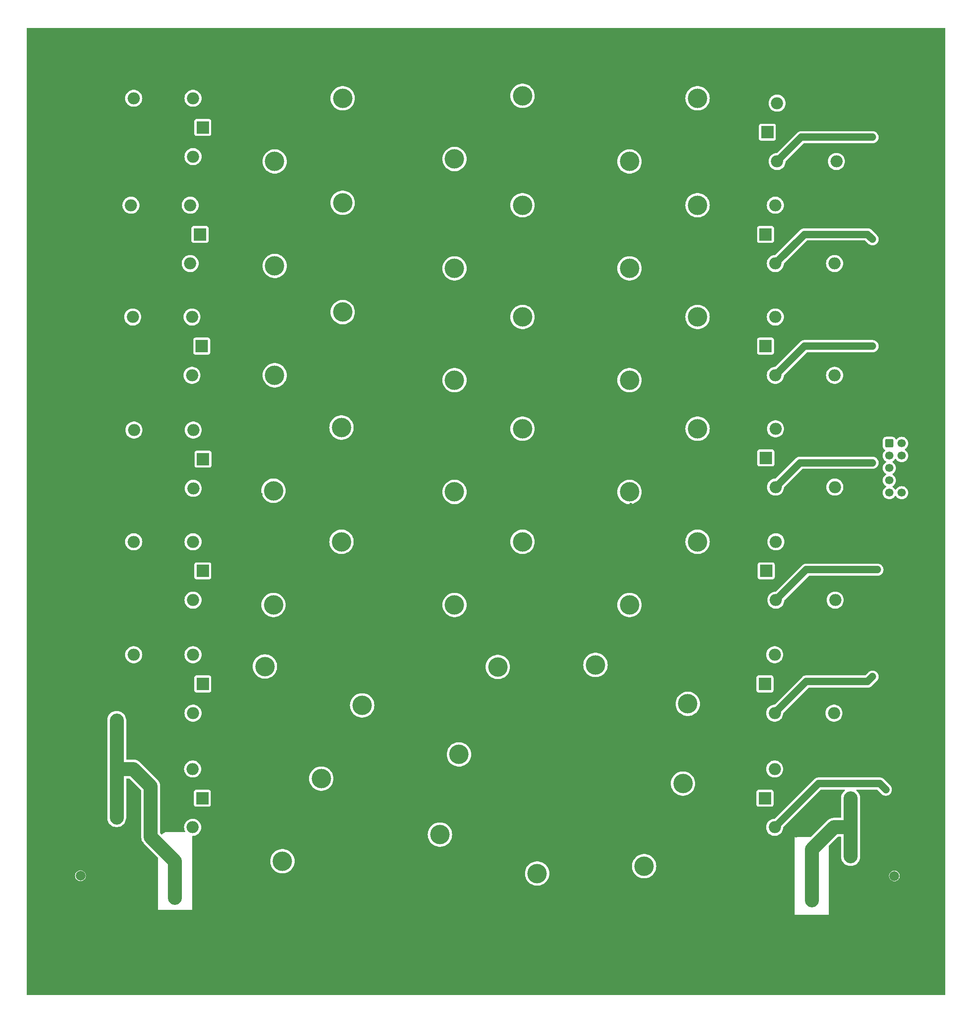
<source format=gtl>
G04 #@! TF.GenerationSoftware,KiCad,Pcbnew,8.0.4*
G04 #@! TF.CreationDate,2024-11-18T14:28:34+01:00*
G04 #@! TF.ProjectId,Zolotarev,5a6f6c6f-7461-4726-9576-2e6b69636164,rev?*
G04 #@! TF.SameCoordinates,Original*
G04 #@! TF.FileFunction,Copper,L1,Top*
G04 #@! TF.FilePolarity,Positive*
%FSLAX46Y46*%
G04 Gerber Fmt 4.6, Leading zero omitted, Abs format (unit mm)*
G04 Created by KiCad (PCBNEW 8.0.4) date 2024-11-18 14:28:34*
%MOMM*%
%LPD*%
G01*
G04 APERTURE LIST*
G04 Aperture macros list*
%AMRoundRect*
0 Rectangle with rounded corners*
0 $1 Rounding radius*
0 $2 $3 $4 $5 $6 $7 $8 $9 X,Y pos of 4 corners*
0 Add a 4 corners polygon primitive as box body*
4,1,4,$2,$3,$4,$5,$6,$7,$8,$9,$2,$3,0*
0 Add four circle primitives for the rounded corners*
1,1,$1+$1,$2,$3*
1,1,$1+$1,$4,$5*
1,1,$1+$1,$6,$7*
1,1,$1+$1,$8,$9*
0 Add four rect primitives between the rounded corners*
20,1,$1+$1,$2,$3,$4,$5,0*
20,1,$1+$1,$4,$5,$6,$7,0*
20,1,$1+$1,$6,$7,$8,$9,0*
20,1,$1+$1,$8,$9,$2,$3,0*%
G04 Aperture macros list end*
G04 #@! TA.AperFunction,ComponentPad*
%ADD10C,0.800000*%
G04 #@! TD*
G04 #@! TA.AperFunction,ComponentPad*
%ADD11C,7.000000*%
G04 #@! TD*
G04 #@! TA.AperFunction,ComponentPad*
%ADD12R,2.500000X2.500000*%
G04 #@! TD*
G04 #@! TA.AperFunction,ComponentPad*
%ADD13O,2.500000X2.500000*%
G04 #@! TD*
G04 #@! TA.AperFunction,ComponentPad*
%ADD14C,4.000000*%
G04 #@! TD*
G04 #@! TA.AperFunction,ComponentPad*
%ADD15C,1.998980*%
G04 #@! TD*
G04 #@! TA.AperFunction,ComponentPad*
%ADD16C,2.499360*%
G04 #@! TD*
G04 #@! TA.AperFunction,ComponentPad*
%ADD17RoundRect,0.250000X-0.600000X-0.600000X0.600000X-0.600000X0.600000X0.600000X-0.600000X0.600000X0*%
G04 #@! TD*
G04 #@! TA.AperFunction,ComponentPad*
%ADD18C,1.700000*%
G04 #@! TD*
G04 #@! TA.AperFunction,ViaPad*
%ADD19C,0.600000*%
G04 #@! TD*
G04 #@! TA.AperFunction,ViaPad*
%ADD20C,2.000000*%
G04 #@! TD*
G04 #@! TA.AperFunction,Conductor*
%ADD21C,2.900000*%
G04 #@! TD*
G04 #@! TA.AperFunction,Conductor*
%ADD22C,1.500000*%
G04 #@! TD*
G04 APERTURE END LIST*
D10*
X23250000Y-212625000D03*
X24018845Y-210768845D03*
X24018845Y-214481155D03*
X25875000Y-210000000D03*
D11*
X25875000Y-212625000D03*
D10*
X25875000Y-215250000D03*
X27731155Y-210768845D03*
X27731155Y-214481155D03*
X28500000Y-212625000D03*
X154750000Y-212500000D03*
X155518845Y-210643845D03*
X155518845Y-214356155D03*
X157375000Y-209875000D03*
D11*
X157375000Y-212500000D03*
D10*
X157375000Y-215125000D03*
X159231155Y-210643845D03*
X159231155Y-214356155D03*
X160000000Y-212500000D03*
X182500000Y-212500000D03*
X183268845Y-210643845D03*
X183268845Y-214356155D03*
X185125000Y-209875000D03*
D11*
X185125000Y-212500000D03*
D10*
X185125000Y-215125000D03*
X186981155Y-210643845D03*
X186981155Y-214356155D03*
X187750000Y-212500000D03*
X50750000Y-212625000D03*
X51518845Y-210768845D03*
X51518845Y-214481155D03*
X53375000Y-210000000D03*
D11*
X53375000Y-212625000D03*
D10*
X53375000Y-215250000D03*
X55231155Y-210768845D03*
X55231155Y-214481155D03*
X56000000Y-212625000D03*
D12*
X46500000Y-91000000D03*
D13*
X44500000Y-85000000D03*
X32300000Y-85000000D03*
X32300000Y-97000000D03*
X44500000Y-97000000D03*
D12*
X162550000Y-114000000D03*
D13*
X164550000Y-120000000D03*
X176750000Y-120000000D03*
X176750000Y-108000000D03*
X164550000Y-108000000D03*
D14*
X134500000Y-121000000D03*
X148500000Y-108000000D03*
D12*
X162500000Y-91000000D03*
D13*
X164500000Y-97000000D03*
X176700000Y-97000000D03*
X176700000Y-85000000D03*
X164500000Y-85000000D03*
D12*
X46700000Y-137250000D03*
D13*
X44700000Y-131250000D03*
X32500000Y-131250000D03*
X32500000Y-143250000D03*
X44700000Y-143250000D03*
D12*
X46627500Y-184000000D03*
D13*
X44627500Y-178000000D03*
X32427500Y-178000000D03*
X32427500Y-190000000D03*
X44627500Y-190000000D03*
D12*
X46700000Y-46000000D03*
D13*
X44700000Y-40000000D03*
X32500000Y-40000000D03*
X32500000Y-52000000D03*
X44700000Y-52000000D03*
D15*
X21540000Y-199960000D03*
D16*
X19000000Y-197420000D03*
X19000000Y-202500000D03*
X24080000Y-197420000D03*
X24080000Y-202500000D03*
D14*
X98500000Y-75000000D03*
X112500000Y-62000000D03*
X134500000Y-144250000D03*
X148500000Y-131250000D03*
X61250000Y-144250000D03*
X75250000Y-131250000D03*
D12*
X162622500Y-137250000D03*
D13*
X164622500Y-143250000D03*
X176822500Y-143250000D03*
X176822500Y-131250000D03*
X164622500Y-131250000D03*
D14*
X134500000Y-53000000D03*
X148500000Y-40000000D03*
X146500000Y-164595000D03*
X127500000Y-156595000D03*
D12*
X46127500Y-68000000D03*
D13*
X44127500Y-62000000D03*
X31927500Y-62000000D03*
X31927500Y-74000000D03*
X44127500Y-74000000D03*
D14*
X61500000Y-97000000D03*
X75500000Y-84000000D03*
D10*
X16375000Y-218000000D03*
X17143845Y-216143845D03*
X17143845Y-219856155D03*
X19000000Y-215375000D03*
D11*
X19000000Y-218000000D03*
D10*
X19000000Y-220625000D03*
X20856155Y-216143845D03*
X20856155Y-219856155D03*
X21625000Y-218000000D03*
D14*
X145500000Y-181000000D03*
X137500000Y-198000000D03*
X98500000Y-144250000D03*
X112500000Y-131250000D03*
X71095000Y-179973458D03*
X63095000Y-196973458D03*
X98500000Y-121000000D03*
X112500000Y-108000000D03*
X61500000Y-53000000D03*
X75500000Y-40000000D03*
D12*
X46700000Y-160500000D03*
D13*
X44700000Y-154500000D03*
X32500000Y-154500000D03*
X32500000Y-166500000D03*
X44700000Y-166500000D03*
D12*
X162500000Y-68000000D03*
D13*
X164500000Y-74000000D03*
X176700000Y-74000000D03*
X176700000Y-62000000D03*
X164500000Y-62000000D03*
D14*
X59500000Y-156905000D03*
X79500000Y-164905000D03*
X61250000Y-120750000D03*
X75250000Y-107750000D03*
D10*
X190375000Y-33143845D03*
X191143845Y-31287690D03*
X191143845Y-35000000D03*
X193000000Y-30518845D03*
D11*
X193000000Y-33143845D03*
D10*
X193000000Y-35768845D03*
X194856155Y-31287690D03*
X194856155Y-35000000D03*
X195625000Y-33143845D03*
D14*
X98500000Y-98000000D03*
X112500000Y-85000000D03*
X99405000Y-175000000D03*
X107405000Y-157000000D03*
D12*
X162872500Y-47000000D03*
D13*
X164872500Y-53000000D03*
X177072500Y-53000000D03*
X177072500Y-41000000D03*
X164872500Y-41000000D03*
D14*
X134500000Y-75000000D03*
X148500000Y-62000000D03*
D10*
X190375000Y-217625000D03*
X191143845Y-215768845D03*
X191143845Y-219481155D03*
X193000000Y-215000000D03*
D11*
X193000000Y-217625000D03*
D10*
X193000000Y-220250000D03*
X194856155Y-215768845D03*
X194856155Y-219481155D03*
X195625000Y-217625000D03*
D12*
X162372500Y-160500000D03*
D13*
X164372500Y-166500000D03*
X176572500Y-166500000D03*
X176572500Y-154500000D03*
X164372500Y-154500000D03*
D12*
X46750000Y-114250000D03*
D13*
X44750000Y-108250000D03*
X32550000Y-108250000D03*
X32550000Y-120250000D03*
X44750000Y-120250000D03*
D17*
X187960000Y-111000000D03*
D18*
X190500000Y-111000000D03*
X187960000Y-113540000D03*
X190500000Y-113540000D03*
X187960000Y-116080000D03*
X190500000Y-116080000D03*
X187960000Y-118620000D03*
X190500000Y-118620000D03*
X187960000Y-121160000D03*
X190500000Y-121160000D03*
D14*
X61500000Y-74500000D03*
X75500000Y-61500000D03*
D10*
X16375000Y-33143845D03*
X17143845Y-31287690D03*
X17143845Y-35000000D03*
X19000000Y-30518845D03*
D11*
X19000000Y-33143845D03*
D10*
X19000000Y-35768845D03*
X20856155Y-31287690D03*
X20856155Y-35000000D03*
X21625000Y-33143845D03*
D14*
X134500000Y-98000000D03*
X148500000Y-85000000D03*
D15*
X189000000Y-200000000D03*
D16*
X186460000Y-197460000D03*
X186460000Y-202540000D03*
X191540000Y-197460000D03*
X191540000Y-202540000D03*
D14*
X95500000Y-191500000D03*
X115500000Y-199500000D03*
D12*
X162372500Y-184000000D03*
D13*
X164372500Y-190000000D03*
X176572500Y-190000000D03*
X176572500Y-178000000D03*
X164372500Y-178000000D03*
D14*
X98500000Y-52500000D03*
X112500000Y-39500000D03*
D19*
X190000000Y-221500000D03*
X185000000Y-221500000D03*
X180000000Y-221500000D03*
X175000000Y-221500000D03*
X170000000Y-221500000D03*
X165000000Y-221500000D03*
X160000000Y-221500000D03*
X155000000Y-221500000D03*
X150000000Y-221500000D03*
X145000000Y-221500000D03*
X140000000Y-221500000D03*
X135000000Y-221500000D03*
X130000000Y-221500000D03*
X125000000Y-221500000D03*
X120000000Y-221500000D03*
X115000000Y-221500000D03*
X110000000Y-221500000D03*
X105000000Y-221500000D03*
X100000000Y-221500000D03*
X95000000Y-221500000D03*
X90000000Y-221500000D03*
X85000000Y-221500000D03*
X80000000Y-221500000D03*
X75000000Y-221500000D03*
X70000000Y-221500000D03*
X65000000Y-221500000D03*
X60000000Y-221500000D03*
X55000000Y-221500000D03*
X50000000Y-221500000D03*
X45000000Y-221500000D03*
X40000000Y-221500000D03*
X35000000Y-221500000D03*
X30000000Y-221500000D03*
X25000000Y-221500000D03*
X20000000Y-221500000D03*
X187500000Y-216500000D03*
X182500000Y-216500000D03*
X177500000Y-216500000D03*
X172500000Y-216500000D03*
X167500000Y-216500000D03*
X162500000Y-216500000D03*
X152500000Y-216500000D03*
X147500000Y-216500000D03*
X142500000Y-216500000D03*
X137500000Y-216500000D03*
X132500000Y-216500000D03*
X127500000Y-216500000D03*
X122500000Y-216500000D03*
X117500000Y-216500000D03*
X112500000Y-216500000D03*
X107500000Y-216500000D03*
X102500000Y-216500000D03*
X97500000Y-216500000D03*
X92500000Y-216500000D03*
X87500000Y-216500000D03*
X82500000Y-216500000D03*
X77500000Y-216500000D03*
X72500000Y-216500000D03*
X67500000Y-216500000D03*
X62500000Y-216500000D03*
X57500000Y-216500000D03*
X47500000Y-216500000D03*
X42500000Y-216500000D03*
X37500000Y-216500000D03*
X32500000Y-216500000D03*
X27500000Y-216500000D03*
X22500000Y-216500000D03*
X185000000Y-211500000D03*
X180000000Y-211500000D03*
X175000000Y-211500000D03*
X170000000Y-211500000D03*
X165000000Y-211500000D03*
X150000000Y-211500000D03*
X145000000Y-211500000D03*
X140000000Y-211500000D03*
X135000000Y-211500000D03*
X130000000Y-211500000D03*
X125000000Y-211500000D03*
X120000000Y-211500000D03*
X115000000Y-211500000D03*
X110000000Y-211500000D03*
X105000000Y-211500000D03*
X100000000Y-211500000D03*
X95000000Y-211500000D03*
X90000000Y-211500000D03*
X85000000Y-211500000D03*
X80000000Y-211500000D03*
X75000000Y-211500000D03*
X70000000Y-211500000D03*
X65000000Y-211500000D03*
X60000000Y-211500000D03*
X45000000Y-211500000D03*
X40000000Y-211500000D03*
X35000000Y-211500000D03*
X30000000Y-211500000D03*
X20000000Y-211500000D03*
X15000000Y-211500000D03*
X12500000Y-208000000D03*
X17500000Y-208000000D03*
X172750000Y-179250000D03*
X171000000Y-181000000D03*
X174500000Y-178000000D03*
X167350000Y-183850000D03*
X169100000Y-182600000D03*
X172500000Y-189000000D03*
X168850000Y-191850000D03*
X170600000Y-190600000D03*
X34250000Y-193250000D03*
X35500000Y-195000000D03*
X37250000Y-178750000D03*
X35500000Y-177000000D03*
X38500000Y-180500000D03*
X32650000Y-173350000D03*
X33900000Y-175100000D03*
X168000000Y-200000000D03*
X168000000Y-202250000D03*
X168000000Y-198000000D03*
X168000000Y-204250000D03*
X168000000Y-196000000D03*
X176000000Y-200000000D03*
X176000000Y-202250000D03*
X176000000Y-198000000D03*
X176000000Y-204250000D03*
X176000000Y-196000000D03*
X183500000Y-188500000D03*
X183500000Y-190750000D03*
X183500000Y-186500000D03*
X183500000Y-192750000D03*
X183500000Y-184500000D03*
X173500000Y-187500000D03*
X171250000Y-187500000D03*
X175500000Y-187500000D03*
X169250000Y-187500000D03*
X177500000Y-187500000D03*
X177250000Y-182500000D03*
X175250000Y-182500000D03*
X183500000Y-182500000D03*
X45000000Y-200500000D03*
X45000000Y-202750000D03*
X45000000Y-198500000D03*
X45000000Y-204750000D03*
X45000000Y-196500000D03*
X37000000Y-200500000D03*
X37000000Y-202750000D03*
X37000000Y-198500000D03*
X37000000Y-204750000D03*
X37000000Y-196500000D03*
X33500000Y-186500000D03*
X33500000Y-184500000D03*
X33500000Y-182500000D03*
X38500000Y-186500000D03*
X38500000Y-188750000D03*
X38500000Y-184500000D03*
X38500000Y-190750000D03*
X38500000Y-182500000D03*
D20*
X29000000Y-187000000D03*
X29000000Y-184000000D03*
X29000000Y-181000000D03*
X29000000Y-169000000D03*
X29000000Y-172000000D03*
X29000000Y-175000000D03*
X29000000Y-178000000D03*
X180000000Y-184000000D03*
X180000000Y-196000000D03*
X180000000Y-193000000D03*
X180000000Y-190000000D03*
X180000000Y-187000000D03*
D19*
X19500000Y-194500000D03*
X117900000Y-161200000D03*
X137750000Y-103500000D03*
X196000000Y-162000000D03*
X53500000Y-109250000D03*
X95000000Y-103500000D03*
X70500000Y-124750000D03*
X116200000Y-34400000D03*
X127250000Y-58750000D03*
X151750000Y-99250000D03*
X50750000Y-121500000D03*
X19500000Y-44500000D03*
X133100000Y-187600000D03*
X142700000Y-46600000D03*
X82500000Y-132000000D03*
X155050000Y-193600000D03*
X127700000Y-168600000D03*
X125500000Y-55000000D03*
X94000000Y-133750000D03*
X19500000Y-69500000D03*
X138700000Y-46600000D03*
X173500000Y-125000000D03*
X109100000Y-168600000D03*
X67000000Y-208000000D03*
X78750000Y-97750000D03*
X149750000Y-99250000D03*
X58300000Y-65250000D03*
X138900000Y-68250000D03*
X98500000Y-48000000D03*
X101750000Y-94250000D03*
X116000000Y-116500000D03*
X86550000Y-117000000D03*
X52250000Y-97750000D03*
X112000000Y-208000000D03*
X85600000Y-69800000D03*
X155000000Y-147000000D03*
X186500000Y-58000000D03*
X24500000Y-167000000D03*
X107750000Y-69750000D03*
X53500000Y-103500000D03*
X150500000Y-69250000D03*
X106250000Y-100750000D03*
X127000000Y-80500000D03*
X50500000Y-133000000D03*
X36000000Y-65000000D03*
X131750000Y-99250000D03*
X55850000Y-173400000D03*
X159750000Y-99250000D03*
X114500000Y-150750000D03*
X61500000Y-57250000D03*
X78700000Y-175800000D03*
X141000000Y-80500000D03*
X183500000Y-61000000D03*
X59500000Y-103500000D03*
X75750000Y-78000000D03*
X82750000Y-74750000D03*
X78700000Y-183600000D03*
X142750000Y-90750000D03*
X36000000Y-95000000D03*
X121750000Y-77250000D03*
X99500000Y-203000000D03*
X185500000Y-83500000D03*
X24500000Y-97000000D03*
X115900000Y-161200000D03*
X147000000Y-90800000D03*
X143750000Y-99250000D03*
X36000000Y-50000000D03*
X114900000Y-187000000D03*
X163500000Y-30000000D03*
X76500000Y-55000000D03*
X119900000Y-38020000D03*
X183500000Y-149000000D03*
X145100000Y-187600000D03*
X84300000Y-169200000D03*
X109550000Y-69750000D03*
X70500000Y-74750000D03*
X146500000Y-150750000D03*
X24500000Y-107000000D03*
X66000000Y-35000000D03*
X76100000Y-157000000D03*
X70100000Y-173400000D03*
X48500000Y-74750000D03*
X115250000Y-74750000D03*
X196000000Y-82000000D03*
X60100000Y-43600000D03*
X108550000Y-93250000D03*
X94250000Y-59750000D03*
X158500000Y-30000000D03*
X129000000Y-80500000D03*
X154000000Y-103500000D03*
X103750000Y-103500000D03*
X83000000Y-103500000D03*
X152500000Y-133000000D03*
X119250000Y-143500000D03*
X193000000Y-134000000D03*
X153100000Y-187600000D03*
X78900000Y-140250000D03*
X139000000Y-76500000D03*
X123250000Y-178400000D03*
X66750000Y-145000000D03*
X142750000Y-123500000D03*
X144750000Y-147000000D03*
X98500000Y-199400000D03*
X196000000Y-157000000D03*
X124750000Y-147000000D03*
X196000000Y-152000000D03*
X59250000Y-62500000D03*
X178500000Y-30000000D03*
X50500000Y-127250000D03*
X97250000Y-62750000D03*
X131100000Y-185600000D03*
X148100000Y-156400000D03*
X86750000Y-84500000D03*
X196000000Y-47000000D03*
X51250000Y-62500000D03*
X88750000Y-84500000D03*
X99100000Y-149600000D03*
X57300000Y-152600000D03*
X19500000Y-104500000D03*
X101750000Y-90250000D03*
X153000000Y-38020000D03*
X19500000Y-164500000D03*
X91300000Y-155500000D03*
X131000000Y-127250000D03*
X116800000Y-34400000D03*
X124750000Y-123500000D03*
X137000000Y-80500000D03*
X104000000Y-119500000D03*
X137100000Y-187600000D03*
X152000000Y-208000000D03*
X196000000Y-182000000D03*
X183500000Y-66000000D03*
X196000000Y-72000000D03*
X126400000Y-46400000D03*
X173500000Y-120000000D03*
X131100000Y-173350000D03*
X55500000Y-109250000D03*
X88500000Y-132000000D03*
X107100000Y-168600000D03*
X113000000Y-80500000D03*
X142150000Y-90750000D03*
X57300000Y-135250000D03*
X58500000Y-97750000D03*
X83150000Y-140250000D03*
X78200000Y-69800000D03*
X107250000Y-178400000D03*
X78700000Y-177000000D03*
X100750000Y-73000000D03*
X149950000Y-168600000D03*
X66500000Y-97750000D03*
X51750000Y-80500000D03*
X139000000Y-90750000D03*
X110750000Y-140000000D03*
X84500000Y-109000000D03*
X193000000Y-144000000D03*
X153250000Y-80500000D03*
X129250000Y-58750000D03*
X36000000Y-115000000D03*
X137000000Y-208000000D03*
X119250000Y-178400000D03*
X82300000Y-169200000D03*
X196000000Y-97000000D03*
X61500000Y-147750000D03*
X65500000Y-103500000D03*
X196000000Y-117000000D03*
X78650000Y-187000000D03*
X84500000Y-203000000D03*
X72700000Y-157000000D03*
X114750000Y-147000000D03*
X101750000Y-97750000D03*
X92100000Y-165800000D03*
X36000000Y-170000000D03*
X139750000Y-103500000D03*
X87000000Y-103500000D03*
X50900000Y-41400000D03*
X176069239Y-54730761D03*
X87750000Y-117000000D03*
X173500000Y-140300000D03*
X56700000Y-165200000D03*
X173294877Y-164861591D03*
X141250000Y-58750000D03*
X51300000Y-147800000D03*
X173500000Y-70000000D03*
X193000000Y-179000000D03*
X19500000Y-119500000D03*
X131000000Y-68250000D03*
X151000000Y-123500000D03*
X75500000Y-147750000D03*
X72750000Y-97750000D03*
X127500000Y-55000000D03*
X56100000Y-165200000D03*
X107750000Y-103500000D03*
X80750000Y-121500000D03*
X90000000Y-57250000D03*
X122900000Y-187000000D03*
X134500000Y-203000000D03*
X72750000Y-74750000D03*
X53500000Y-30000000D03*
X80750000Y-74750000D03*
X61000000Y-111800000D03*
X135700000Y-156600000D03*
X125750000Y-103500000D03*
X94500000Y-203000000D03*
X99750000Y-147750000D03*
X148500000Y-30000000D03*
X141500000Y-55000000D03*
X101600000Y-56600000D03*
X59500000Y-57250000D03*
X57300000Y-165200000D03*
X14500000Y-117000000D03*
X84750000Y-84500000D03*
X106000000Y-94250000D03*
X149000000Y-147000000D03*
X104500000Y-84250000D03*
X143500000Y-30000000D03*
X19500000Y-154500000D03*
X80750000Y-145000000D03*
X121000000Y-127250000D03*
X124000000Y-93200000D03*
X115500000Y-69750000D03*
X53589452Y-41250000D03*
X85000000Y-145000000D03*
X50100000Y-187000000D03*
X196000000Y-172000000D03*
X53700000Y-64500000D03*
X61500000Y-109250000D03*
X196000000Y-132000000D03*
X14500000Y-157000000D03*
X80800000Y-92400000D03*
X141000000Y-35000000D03*
X151000000Y-35000000D03*
X19500000Y-114500000D03*
X58500000Y-74750000D03*
X158000000Y-64250000D03*
X154750000Y-150750000D03*
X129800000Y-68250000D03*
X150000000Y-47250000D03*
X69500000Y-147750000D03*
X137150000Y-136500000D03*
X139500000Y-68250000D03*
X69500000Y-103500000D03*
X85950000Y-117000000D03*
X114800000Y-140000000D03*
X95000000Y-110500000D03*
X19500000Y-169500000D03*
X116700000Y-69750000D03*
X137700000Y-184400000D03*
X116600000Y-58400000D03*
X196000000Y-77000000D03*
X78800000Y-69800000D03*
X85300000Y-149500000D03*
X125220000Y-38020000D03*
X153250000Y-76500000D03*
X99750000Y-86750000D03*
X88500000Y-30000000D03*
X36000000Y-40000000D03*
X123000000Y-80500000D03*
X129500000Y-178400000D03*
X87400000Y-69800000D03*
X78700000Y-183000000D03*
X92500000Y-132000000D03*
X109150000Y-93250000D03*
X97750000Y-147750000D03*
X151000000Y-147000000D03*
X129000000Y-76500000D03*
X71500000Y-147750000D03*
X109550000Y-116500000D03*
X114800000Y-116500000D03*
X86800000Y-69800000D03*
X53600000Y-55800000D03*
X99100000Y-163200000D03*
X57750000Y-80500000D03*
X91000000Y-35000000D03*
X125000000Y-127250000D03*
X102000000Y-134000000D03*
X84500000Y-48600000D03*
X183500000Y-94000000D03*
X101750000Y-103500000D03*
X68500000Y-127250000D03*
X141050000Y-193600000D03*
X61100000Y-66250000D03*
X63500000Y-147750000D03*
X149250000Y-76500000D03*
X117400000Y-34400000D03*
X88200000Y-48600000D03*
X161100000Y-187600000D03*
X130750000Y-90750000D03*
X85800000Y-92400000D03*
X139050000Y-193600000D03*
X196000000Y-112000000D03*
X95750000Y-38000000D03*
X24500000Y-162000000D03*
X96500000Y-112000000D03*
X51400000Y-87000000D03*
X119750000Y-103500000D03*
X36000000Y-105000000D03*
X89200000Y-101000000D03*
X82600000Y-69800000D03*
X99100000Y-154400000D03*
X77700000Y-140250000D03*
X58300000Y-43600000D03*
X155500000Y-55000000D03*
X36000000Y-45000000D03*
X19500000Y-49500000D03*
X76650000Y-187000000D03*
X56050000Y-169200000D03*
X196000000Y-187000000D03*
X70500000Y-55000000D03*
X89100000Y-162300000D03*
X70500000Y-80500000D03*
X92750000Y-84500000D03*
X151250000Y-127250000D03*
X135050000Y-193600000D03*
X122750000Y-147000000D03*
X24500000Y-197000000D03*
X99100000Y-159400000D03*
X36000000Y-110000000D03*
X99100000Y-150800000D03*
X121000000Y-58400000D03*
X49250000Y-62500000D03*
X14500000Y-152000000D03*
X104350000Y-69750000D03*
X132750000Y-147000000D03*
X76100000Y-199600000D03*
X53300000Y-147800000D03*
X86500000Y-127250000D03*
X80000000Y-117000000D03*
X149300000Y-156400000D03*
X145450000Y-68250000D03*
X123250000Y-79000000D03*
X48750000Y-121500000D03*
X41800000Y-35000000D03*
X94650000Y-187000000D03*
X47250000Y-62500000D03*
X67550000Y-152600000D03*
X14500000Y-177000000D03*
X100500000Y-132500000D03*
X119500000Y-55000000D03*
X135700000Y-152350000D03*
X97000000Y-46500000D03*
X103750000Y-97750000D03*
X136750000Y-123500000D03*
X80500000Y-127250000D03*
X109550000Y-140000000D03*
X90800000Y-119200000D03*
X105000000Y-137000000D03*
X105500000Y-38000000D03*
X158000000Y-103500000D03*
X105000000Y-80500000D03*
X60050000Y-169200000D03*
X108300000Y-47600000D03*
X92100000Y-199400000D03*
X98500000Y-30000000D03*
X54100000Y-187000000D03*
X121100000Y-69750000D03*
X173500000Y-40000000D03*
X68500000Y-80500000D03*
X106650000Y-187000000D03*
X149000000Y-123500000D03*
X52100000Y-41400000D03*
X53300000Y-152600000D03*
X36000000Y-35000000D03*
X63300000Y-152600000D03*
X129500000Y-203000000D03*
X68750000Y-145000000D03*
X129200000Y-68250000D03*
X110750000Y-116500000D03*
X101100000Y-199400000D03*
X78500000Y-124750000D03*
X157250000Y-127250000D03*
X153000000Y-64250000D03*
X99100000Y-153800000D03*
X14500000Y-172000000D03*
X130400000Y-68250000D03*
X52500000Y-74750000D03*
X73300000Y-157000000D03*
X111250000Y-74750000D03*
X36000000Y-165000000D03*
X183500000Y-154000000D03*
X78300000Y-140250000D03*
X27000000Y-208000000D03*
X127750000Y-103500000D03*
X113700000Y-191600000D03*
X194500000Y-192000000D03*
X120400000Y-116600000D03*
X52250000Y-145000000D03*
X57900000Y-165200000D03*
X110650000Y-187000000D03*
X137000000Y-76500000D03*
X103750000Y-69750000D03*
X157250000Y-58750000D03*
X143000000Y-76500000D03*
X147750000Y-99250000D03*
X24500000Y-47000000D03*
X89200000Y-101600000D03*
X108500000Y-30000000D03*
X84650000Y-187000000D03*
X54300000Y-64500000D03*
X72100000Y-199600000D03*
X147250000Y-80500000D03*
X98500000Y-127250000D03*
X130950000Y-136500000D03*
X109500000Y-203000000D03*
X113900000Y-161200000D03*
X183500000Y-179000000D03*
X56800000Y-111800000D03*
X24500000Y-42000000D03*
X14500000Y-47000000D03*
X78500000Y-48600000D03*
X77500000Y-147750000D03*
X196000000Y-57000000D03*
X106000000Y-35000000D03*
X143500000Y-55000000D03*
X55300000Y-147800000D03*
X90750000Y-84500000D03*
X62250000Y-80500000D03*
X112750000Y-127250000D03*
X109900000Y-161200000D03*
X159500000Y-76500000D03*
X89200000Y-97600000D03*
X121300000Y-47600000D03*
X157050000Y-193600000D03*
X24500000Y-187000000D03*
X87000000Y-48600000D03*
X62300000Y-66250000D03*
X87150000Y-117000000D03*
X121000000Y-80500000D03*
X89200000Y-99800000D03*
X103000000Y-43000000D03*
X146000000Y-35000000D03*
X51850000Y-173400000D03*
X14500000Y-62000000D03*
X125250000Y-178400000D03*
X173500000Y-105000000D03*
X99100000Y-158800000D03*
X49500000Y-109250000D03*
X149250000Y-58750000D03*
X78700000Y-177600000D03*
X124000000Y-120000000D03*
X120200000Y-93200000D03*
X46000000Y-35000000D03*
X111250000Y-58750000D03*
X142000000Y-208000000D03*
X77550000Y-152600000D03*
X117700000Y-191600000D03*
X59500000Y-109250000D03*
X63500000Y-86250000D03*
X183500000Y-119000000D03*
X183500000Y-124000000D03*
X147600000Y-90800000D03*
X73750000Y-78000000D03*
X120200000Y-140000000D03*
X123000000Y-127250000D03*
X153500000Y-55000000D03*
X52100000Y-187000000D03*
X81700000Y-157000000D03*
X137700000Y-178200000D03*
X82000000Y-57250000D03*
X81100000Y-157000000D03*
X57700000Y-65250000D03*
X104650000Y-187000000D03*
X96050000Y-160250000D03*
X92500000Y-42000000D03*
X173500000Y-175000000D03*
X145800000Y-90800000D03*
X173500000Y-30000000D03*
X64050000Y-169200000D03*
X139000000Y-127250000D03*
X183500000Y-71000000D03*
X83400000Y-117000000D03*
X114200000Y-140000000D03*
X107700000Y-47600000D03*
X119900000Y-69750000D03*
X62750000Y-135750000D03*
X87000000Y-145000000D03*
X127250000Y-178400000D03*
X123400000Y-93200000D03*
X155250000Y-58750000D03*
X90850000Y-164050000D03*
X36000000Y-75000000D03*
X115000000Y-80500000D03*
X76500000Y-124750000D03*
X138750000Y-123500000D03*
X61700000Y-66250000D03*
X69500000Y-86250000D03*
X87600000Y-48600000D03*
X183500000Y-169000000D03*
X111750000Y-99250000D03*
X171000000Y-35000000D03*
X115000000Y-127250000D03*
X49500000Y-203000000D03*
X137700000Y-183800000D03*
X130150000Y-161200000D03*
X88700000Y-173900000D03*
X85000000Y-97750000D03*
X96750000Y-80500000D03*
X93900000Y-199400000D03*
X73900000Y-157000000D03*
X21000000Y-35000000D03*
X89000000Y-121500000D03*
X88500000Y-80500000D03*
X115600000Y-34400000D03*
X106000000Y-92250000D03*
X47000000Y-208000000D03*
X87600000Y-160800000D03*
X117100000Y-191600000D03*
X91200000Y-56000000D03*
X193000000Y-119000000D03*
X106000000Y-88250000D03*
X97750000Y-40750000D03*
X24500000Y-87000000D03*
X156000000Y-103500000D03*
X160250000Y-103500000D03*
X74500000Y-203000000D03*
X82650000Y-187000000D03*
X99100000Y-160000000D03*
X121700000Y-168600000D03*
X122500000Y-150750000D03*
X66350000Y-187000000D03*
X127600000Y-46400000D03*
X67500000Y-57250000D03*
X101750000Y-147750000D03*
X116750000Y-147000000D03*
X136500000Y-150750000D03*
X84000000Y-57250000D03*
X50050000Y-169200000D03*
X65500000Y-57250000D03*
X14500000Y-147000000D03*
X117750000Y-99250000D03*
X97000000Y-137000000D03*
X83500000Y-40250000D03*
X117300000Y-69750000D03*
X196000000Y-122000000D03*
X115250000Y-178400000D03*
X123500000Y-30000000D03*
X114200000Y-116500000D03*
X111250000Y-178400000D03*
X93000000Y-145000000D03*
X138400000Y-90750000D03*
X53200000Y-87000000D03*
X53850000Y-173400000D03*
X167300000Y-193600000D03*
X14500000Y-192000000D03*
X143100000Y-187600000D03*
X80300000Y-48600000D03*
X91000000Y-103500000D03*
X147000000Y-147000000D03*
X79100000Y-48600000D03*
X131100000Y-175350000D03*
X143050000Y-193600000D03*
X101000000Y-35000000D03*
X99100000Y-199400000D03*
X57400000Y-111800000D03*
X111900000Y-191600000D03*
X65250000Y-62500000D03*
X92500000Y-109000000D03*
X129750000Y-103500000D03*
X84750000Y-74750000D03*
X98000000Y-57250000D03*
X126500000Y-115000000D03*
X80750000Y-84500000D03*
X52600000Y-87000000D03*
X122200000Y-93200000D03*
X19500000Y-84500000D03*
X108000000Y-140000000D03*
X119300000Y-69750000D03*
X99100000Y-163800000D03*
X142900000Y-156400000D03*
X183500000Y-99000000D03*
X148400000Y-46600000D03*
X79750000Y-40250000D03*
X14500000Y-127000000D03*
X141500000Y-46600000D03*
X14500000Y-92000000D03*
X86750000Y-74750000D03*
X196000000Y-177000000D03*
X64500000Y-127250000D03*
X89200000Y-100400000D03*
X65500000Y-86250000D03*
X101250000Y-178400000D03*
X126750000Y-138500000D03*
X28500000Y-30000000D03*
X115500000Y-55000000D03*
X19500000Y-89500000D03*
X130750000Y-123500000D03*
X63250000Y-62500000D03*
X84350000Y-199600000D03*
X61550000Y-135750000D03*
X36000000Y-85000000D03*
X112500000Y-121750000D03*
X77500000Y-101500000D03*
X157500000Y-109750000D03*
X58500000Y-41250000D03*
X149900000Y-156400000D03*
X101000000Y-116500000D03*
X137750000Y-136500000D03*
X153750000Y-99250000D03*
X157950000Y-168600000D03*
X70050000Y-169200000D03*
X100200000Y-57200000D03*
X89200000Y-96400000D03*
X54250000Y-97750000D03*
X69500000Y-57250000D03*
X119800000Y-116600000D03*
X147500000Y-55000000D03*
X137700000Y-177600000D03*
X117000000Y-127250000D03*
X102650000Y-187000000D03*
X147000000Y-123500000D03*
X173500000Y-110000000D03*
X86100000Y-159300000D03*
X147250000Y-58750000D03*
X141100000Y-187600000D03*
X119000000Y-127250000D03*
X97500000Y-103500000D03*
X68500000Y-133000000D03*
X111250000Y-143250000D03*
X130150000Y-90750000D03*
X135700000Y-164600000D03*
X111000000Y-80500000D03*
X24500000Y-102000000D03*
X55600000Y-87000000D03*
X118400000Y-140000000D03*
X149500000Y-55000000D03*
X111000000Y-35000000D03*
X67500000Y-147750000D03*
X82700000Y-48600000D03*
X58750000Y-121500000D03*
X56700000Y-135250000D03*
X117250000Y-178400000D03*
X173500000Y-100000000D03*
X36000000Y-160000000D03*
X162250000Y-103500000D03*
X36000000Y-135000000D03*
X90000000Y-54800000D03*
X143500000Y-156400000D03*
X53100000Y-64500000D03*
X115000000Y-93250000D03*
X157500000Y-42250000D03*
X111500000Y-55000000D03*
X146400000Y-90800000D03*
X86400000Y-48600000D03*
X88800000Y-72600000D03*
X51500000Y-57250000D03*
X129500000Y-55000000D03*
X58500000Y-133000000D03*
X144500000Y-150750000D03*
X123750000Y-103500000D03*
X110350000Y-93250000D03*
X155750000Y-99250000D03*
X145250000Y-58750000D03*
X90800000Y-55600000D03*
X24500000Y-82000000D03*
X150000000Y-103500000D03*
X162500000Y-64250000D03*
X19500000Y-94500000D03*
X143700000Y-168600000D03*
X61850000Y-173400000D03*
X156750000Y-150750000D03*
X93400000Y-92400000D03*
X83300000Y-48600000D03*
X61300000Y-152600000D03*
X118900000Y-187000000D03*
X173500000Y-170000000D03*
X14500000Y-37000000D03*
X116750000Y-123500000D03*
X61500000Y-86250000D03*
X57600000Y-56800000D03*
X67500000Y-103500000D03*
X129600000Y-46400000D03*
X63850000Y-173400000D03*
X102000000Y-110750000D03*
X141000000Y-127250000D03*
X94000000Y-57250000D03*
X76750000Y-97750000D03*
X36000000Y-120000000D03*
X72100000Y-173400000D03*
X88800000Y-53600000D03*
X92200000Y-92400000D03*
X91700000Y-177400000D03*
X73500000Y-147750000D03*
X64500000Y-97750000D03*
X155100000Y-187600000D03*
X196000000Y-52000000D03*
X124150000Y-161200000D03*
X62500000Y-133000000D03*
X113700000Y-168600000D03*
X49300000Y-147800000D03*
X120900000Y-187000000D03*
X80650000Y-187000000D03*
X95750000Y-61250000D03*
X119750000Y-99250000D03*
X136550000Y-113250000D03*
X78750000Y-145000000D03*
X107400000Y-34200000D03*
X76000000Y-117000000D03*
X101700000Y-199400000D03*
X157500000Y-55000000D03*
X92700000Y-199400000D03*
X77300000Y-157000000D03*
X22000000Y-208000000D03*
X130800000Y-46400000D03*
X88500000Y-109000000D03*
X83500000Y-30000000D03*
X102500000Y-118000000D03*
X99250000Y-178400000D03*
X59800000Y-111800000D03*
X82750000Y-121500000D03*
X50300000Y-41400000D03*
X157500000Y-133000000D03*
X73550000Y-152600000D03*
X109000000Y-80500000D03*
X147250000Y-68250000D03*
X120100000Y-47600000D03*
X60250000Y-80500000D03*
X126500000Y-150750000D03*
X104250000Y-40500000D03*
X131750000Y-103500000D03*
X51800000Y-55800000D03*
X74200000Y-117000000D03*
X168500000Y-30000000D03*
X145050000Y-193600000D03*
X136000000Y-35000000D03*
X89000000Y-145000000D03*
X59500000Y-203000000D03*
X53250000Y-62500000D03*
X71550000Y-152600000D03*
X99100000Y-155000000D03*
X14500000Y-122000000D03*
X88800000Y-73800000D03*
X60500000Y-66250000D03*
X66500000Y-127250000D03*
X88000000Y-52800000D03*
X96000000Y-57250000D03*
X127750000Y-99250000D03*
X56200000Y-87000000D03*
X82550000Y-140250000D03*
X53750000Y-80500000D03*
X132000000Y-208000000D03*
X131400000Y-46400000D03*
X56750000Y-121500000D03*
X92000000Y-208000000D03*
X54050000Y-169200000D03*
X126000000Y-35000000D03*
X126650000Y-68250000D03*
X107000000Y-123000000D03*
X187000000Y-172000000D03*
X157750000Y-87000000D03*
X24500000Y-62000000D03*
X81400000Y-92400000D03*
X137050000Y-193600000D03*
X183500000Y-129000000D03*
X123500000Y-55000000D03*
X69500000Y-109250000D03*
X51500000Y-41400000D03*
X183500000Y-30000000D03*
X68500000Y-97750000D03*
X88000000Y-57250000D03*
X144100000Y-156400000D03*
X157000000Y-208000000D03*
X19500000Y-184500000D03*
X86400000Y-92400000D03*
X36000000Y-60000000D03*
X56500000Y-127250000D03*
X119000000Y-120000000D03*
X85000000Y-103500000D03*
X66500000Y-55000000D03*
X162000000Y-208000000D03*
X137700000Y-168600000D03*
X137700000Y-183200000D03*
X196000000Y-137000000D03*
X86500000Y-132000000D03*
X98000000Y-113750000D03*
X79500000Y-147750000D03*
X94750000Y-84500000D03*
X89500000Y-203000000D03*
X120250000Y-75750000D03*
X52500000Y-64500000D03*
X74800000Y-117000000D03*
X80500000Y-55000000D03*
X101750000Y-96250000D03*
X82350000Y-199600000D03*
X88800000Y-73200000D03*
X121750000Y-99250000D03*
X115400000Y-116500000D03*
X36000000Y-90000000D03*
X117200000Y-58400000D03*
X14500000Y-52000000D03*
X130200000Y-46400000D03*
X78200000Y-117000000D03*
X19500000Y-124500000D03*
X60950000Y-135750000D03*
X120750000Y-123500000D03*
X120500000Y-150750000D03*
X94300000Y-158500000D03*
X78700000Y-184800000D03*
X121250000Y-178400000D03*
X148700000Y-156400000D03*
X90650000Y-187000000D03*
X129700000Y-168600000D03*
X123250000Y-97000000D03*
X38500000Y-30000000D03*
X76700000Y-157000000D03*
X173500000Y-60000000D03*
X135220000Y-38020000D03*
X14500000Y-57000000D03*
X120500000Y-69750000D03*
X99250000Y-38000000D03*
X108750000Y-127250000D03*
X183500000Y-81000000D03*
X87000000Y-208000000D03*
X104500000Y-203000000D03*
X77000000Y-208000000D03*
X142650000Y-68250000D03*
X145000000Y-127250000D03*
X183500000Y-109000000D03*
X105750000Y-121250000D03*
X110150000Y-116500000D03*
X173500000Y-65000000D03*
X131100000Y-187600000D03*
X160750000Y-150750000D03*
X58500000Y-127250000D03*
X91750000Y-63750000D03*
X147250000Y-76500000D03*
X111900000Y-161200000D03*
X97250000Y-178400000D03*
X19500000Y-79500000D03*
X157000000Y-123500000D03*
X101750000Y-92250000D03*
X133250000Y-58750000D03*
X126750000Y-147000000D03*
X138500000Y-30000000D03*
X193000000Y-149000000D03*
X48100000Y-187000000D03*
X131250000Y-58750000D03*
X98500000Y-138250000D03*
X58600000Y-87000000D03*
X56400000Y-56800000D03*
X153000000Y-147000000D03*
X105000000Y-46000000D03*
X59800000Y-87000000D03*
X63500000Y-57250000D03*
X96700000Y-171200000D03*
X73500000Y-101500000D03*
X32000000Y-208000000D03*
X113250000Y-58750000D03*
X66750000Y-121500000D03*
X59200000Y-87000000D03*
X88300000Y-152750000D03*
X143350000Y-90750000D03*
X50250000Y-97750000D03*
X57300000Y-147800000D03*
X19500000Y-159500000D03*
X80100000Y-173400000D03*
X105550000Y-69750000D03*
X185500000Y-151500000D03*
X155000000Y-138000000D03*
X102200000Y-56600000D03*
X141750000Y-103500000D03*
X47500000Y-80500000D03*
X95500000Y-147750000D03*
X102800000Y-56600000D03*
X125750000Y-99250000D03*
X54500000Y-203000000D03*
X65400000Y-111800000D03*
X173500000Y-145000000D03*
X72050000Y-169200000D03*
X64500000Y-55000000D03*
X90500000Y-132000000D03*
X103000000Y-53000000D03*
X143250000Y-68250000D03*
X196000000Y-127000000D03*
X55250000Y-62500000D03*
X144750000Y-123500000D03*
X85000000Y-121500000D03*
X79400000Y-117000000D03*
X93500000Y-147750000D03*
X97750000Y-69500000D03*
X88800000Y-76800000D03*
X59500000Y-43600000D03*
X173500000Y-85000000D03*
X90800000Y-119800000D03*
X99500000Y-115000000D03*
X60350000Y-187000000D03*
X14500000Y-102000000D03*
X82900000Y-157000000D03*
X57850000Y-173400000D03*
X151050000Y-193600000D03*
X78700000Y-184200000D03*
X141450000Y-68250000D03*
X49500000Y-103500000D03*
X102120000Y-38020000D03*
X161250000Y-58750000D03*
X103400000Y-56600000D03*
X24500000Y-122000000D03*
X119600000Y-93200000D03*
X185500000Y-146500000D03*
X88500000Y-40500000D03*
X98750000Y-80500000D03*
X107250000Y-74750000D03*
X92000000Y-57250000D03*
X97000000Y-208000000D03*
X36000000Y-155000000D03*
X55600000Y-111800000D03*
X147200000Y-46600000D03*
X24500000Y-127000000D03*
X60500000Y-127250000D03*
X82750000Y-84500000D03*
X115750000Y-99250000D03*
X99500000Y-103500000D03*
X55900000Y-42600000D03*
X150000000Y-138000000D03*
X86350000Y-199600000D03*
X122800000Y-93200000D03*
X124500000Y-150750000D03*
X161500000Y-80500000D03*
X82200000Y-117000000D03*
X131500000Y-55000000D03*
X137700000Y-179400000D03*
X86500000Y-80500000D03*
X87000000Y-97750000D03*
X54500000Y-127250000D03*
X105750000Y-103500000D03*
X139100000Y-187600000D03*
X117250000Y-74750000D03*
X146050000Y-68250000D03*
X43500000Y-30000000D03*
X140220000Y-38020000D03*
X82500000Y-80500000D03*
X55000000Y-87000000D03*
X116900000Y-47600000D03*
X109250000Y-58750000D03*
X159500000Y-55000000D03*
X106000000Y-56600000D03*
X135100000Y-187600000D03*
X142500000Y-150750000D03*
X51500000Y-109250000D03*
X121500000Y-55000000D03*
X64750000Y-145000000D03*
X159250000Y-127250000D03*
X52050000Y-169200000D03*
X74300000Y-169200000D03*
X137500000Y-55000000D03*
X187000000Y-162000000D03*
X127000000Y-46400000D03*
X14500000Y-107000000D03*
X143000000Y-127250000D03*
X64750000Y-121500000D03*
X65300000Y-152600000D03*
X131050000Y-193600000D03*
X75550000Y-152600000D03*
X157250000Y-76500000D03*
X24500000Y-157000000D03*
X105750000Y-147750000D03*
X82300000Y-157000000D03*
X80750000Y-97750000D03*
X122000000Y-208000000D03*
X157100000Y-187600000D03*
X108350000Y-69750000D03*
X92500000Y-127250000D03*
X128750000Y-123500000D03*
X114750000Y-123500000D03*
X100500000Y-127250000D03*
X82750000Y-97750000D03*
X78100000Y-199600000D03*
X88800000Y-78000000D03*
X151250000Y-80500000D03*
X66500000Y-74750000D03*
X48500000Y-30000000D03*
X91500000Y-147750000D03*
X137750000Y-113250000D03*
X74750000Y-97750000D03*
X14500000Y-162000000D03*
X137800000Y-90750000D03*
X14500000Y-142000000D03*
X120700000Y-47600000D03*
X89800000Y-154000000D03*
X127000000Y-127250000D03*
X121600000Y-58400000D03*
X131000000Y-80500000D03*
X93700000Y-167700000D03*
X68500000Y-55000000D03*
X150000000Y-114750000D03*
X141550000Y-90750000D03*
X61649452Y-41300000D03*
X196000000Y-87000000D03*
X78300000Y-169200000D03*
X183500000Y-51000000D03*
X108650000Y-187000000D03*
X72750000Y-121500000D03*
X152500000Y-109750000D03*
X62000000Y-208000000D03*
X80100000Y-153300000D03*
X196000000Y-102000000D03*
X97300000Y-162000000D03*
X82000000Y-69800000D03*
X85500000Y-147750000D03*
X132150000Y-136500000D03*
X185500000Y-78500000D03*
X173500000Y-135000000D03*
X89200000Y-95800000D03*
X65500000Y-147750000D03*
X143000000Y-80500000D03*
X127000000Y-208000000D03*
X24500000Y-137000000D03*
X113750000Y-103500000D03*
X155000000Y-123500000D03*
X19500000Y-149500000D03*
X61900000Y-165200000D03*
X95500000Y-45000000D03*
X19500000Y-144500000D03*
X64500000Y-74750000D03*
X49500000Y-57250000D03*
X52500000Y-133000000D03*
X132750000Y-123500000D03*
X137700000Y-178800000D03*
X98750000Y-64250000D03*
X91000000Y-40500000D03*
X19500000Y-74500000D03*
X196000000Y-42000000D03*
X183500000Y-56000000D03*
X47500000Y-86250000D03*
X90500000Y-127250000D03*
X119500000Y-203000000D03*
X142750000Y-147000000D03*
X58050000Y-169200000D03*
X122200000Y-58400000D03*
X145000000Y-76500000D03*
X74100000Y-199600000D03*
X78500000Y-55000000D03*
X139750000Y-99250000D03*
X131100000Y-177600000D03*
X138300000Y-68250000D03*
X72100000Y-157000000D03*
X19500000Y-179500000D03*
X14500000Y-97000000D03*
X137750000Y-99250000D03*
X131000000Y-35000000D03*
X105250000Y-74750000D03*
X155950000Y-168600000D03*
X130500000Y-150750000D03*
X95500000Y-135250000D03*
X158000000Y-38020000D03*
X50250000Y-145000000D03*
X80350000Y-199600000D03*
X70750000Y-145000000D03*
X84600000Y-157800000D03*
X68750000Y-121500000D03*
X118600000Y-116600000D03*
X167000000Y-208000000D03*
X19500000Y-139500000D03*
X56500000Y-133000000D03*
X109250000Y-74750000D03*
X84500000Y-127250000D03*
X155250000Y-92000000D03*
X52000000Y-87000000D03*
X70500000Y-97750000D03*
X193000000Y-169000000D03*
X130950000Y-113250000D03*
X119000000Y-140000000D03*
X193000000Y-159000000D03*
X50500000Y-74750000D03*
X62500000Y-165200000D03*
X183500000Y-164000000D03*
X105250000Y-178400000D03*
X78800000Y-117000000D03*
X135000000Y-127250000D03*
X19500000Y-174500000D03*
X109500000Y-47600000D03*
X138500000Y-150750000D03*
X14500000Y-77000000D03*
X147050000Y-193600000D03*
X54750000Y-121500000D03*
X24500000Y-77000000D03*
X153950000Y-168600000D03*
X75400000Y-117000000D03*
X131350000Y-90750000D03*
X51000000Y-35000000D03*
X153250000Y-58750000D03*
X158750000Y-150750000D03*
X193000000Y-129000000D03*
X152750000Y-87000000D03*
X84500000Y-80500000D03*
X117700000Y-168600000D03*
X67500000Y-86250000D03*
X62350000Y-187000000D03*
X62150000Y-135750000D03*
X149100000Y-187600000D03*
X59850000Y-173400000D03*
X87600000Y-52400000D03*
X196000000Y-192000000D03*
X134500000Y-150750000D03*
X87500000Y-147750000D03*
X24500000Y-117000000D03*
X90400000Y-55200000D03*
X138100000Y-46600000D03*
X106600000Y-56600000D03*
X110750000Y-127250000D03*
X183500000Y-86000000D03*
X106500000Y-138500000D03*
X91000000Y-145000000D03*
X135700000Y-160600000D03*
X103000000Y-80500000D03*
X74500000Y-124750000D03*
X100650000Y-187000000D03*
X82750000Y-145000000D03*
X139500000Y-55000000D03*
X161050000Y-193600000D03*
X112500000Y-191600000D03*
X53000000Y-55800000D03*
X102750000Y-82250000D03*
X24500000Y-152000000D03*
X173500000Y-75000000D03*
X98250000Y-85500000D03*
X159100000Y-187600000D03*
X83900000Y-48600000D03*
X24500000Y-57000000D03*
X72500000Y-124750000D03*
X33500000Y-30000000D03*
X84000000Y-117000000D03*
X142100000Y-46600000D03*
X114400000Y-93250000D03*
X114500000Y-203000000D03*
X185500000Y-88500000D03*
X86000000Y-35000000D03*
X196000000Y-142000000D03*
X54500000Y-74750000D03*
X118500000Y-150750000D03*
X128500000Y-30000000D03*
X48050000Y-169200000D03*
X72000000Y-208000000D03*
X147950000Y-168600000D03*
X55750000Y-80500000D03*
X193000000Y-154000000D03*
X98650000Y-187000000D03*
X63100000Y-165200000D03*
X92800000Y-92400000D03*
X113500000Y-55000000D03*
X36000000Y-130000000D03*
X125700000Y-168600000D03*
X143750000Y-103500000D03*
X111250000Y-120000000D03*
X74750000Y-74750000D03*
X100000000Y-49500000D03*
X127250000Y-68250000D03*
X54700000Y-42600000D03*
X131000000Y-76500000D03*
X128750000Y-147000000D03*
X54500000Y-133000000D03*
X55500000Y-103500000D03*
X140750000Y-147000000D03*
X79700000Y-48600000D03*
X83800000Y-69800000D03*
X159250000Y-58750000D03*
X24500000Y-67000000D03*
X72500000Y-55000000D03*
X14500000Y-42000000D03*
X77750000Y-78000000D03*
X71352207Y-109102207D03*
X109750000Y-93250000D03*
X78100000Y-173400000D03*
X82500000Y-109000000D03*
X118500000Y-30000000D03*
X183500000Y-104000000D03*
X144700000Y-156400000D03*
X102300000Y-199400000D03*
X181000000Y-35000000D03*
X58250000Y-145000000D03*
X90800000Y-118000000D03*
X122200000Y-115000000D03*
X58900000Y-43600000D03*
X72750000Y-145000000D03*
X183500000Y-144000000D03*
X116900000Y-187000000D03*
X106500000Y-115250000D03*
X79500000Y-203000000D03*
X150750000Y-150750000D03*
X99100000Y-151400000D03*
X93250000Y-178400000D03*
X196000000Y-147000000D03*
X56800000Y-87000000D03*
X86000000Y-57250000D03*
X119700000Y-168600000D03*
X24500000Y-52000000D03*
X124500000Y-203000000D03*
X147800000Y-46600000D03*
X24500000Y-92000000D03*
X187000000Y-167000000D03*
X96500000Y-127250000D03*
X133050000Y-193600000D03*
X88800000Y-74400000D03*
X93000000Y-121500000D03*
X106000000Y-86250000D03*
X108950000Y-116500000D03*
X140750000Y-123500000D03*
X135000000Y-80500000D03*
X14500000Y-67000000D03*
X113750000Y-99250000D03*
X78500000Y-30000000D03*
X173500000Y-130000000D03*
X36000000Y-140000000D03*
X86650000Y-187000000D03*
X36000000Y-145000000D03*
X81500000Y-147750000D03*
X14500000Y-72000000D03*
X138750000Y-147000000D03*
X116100000Y-69750000D03*
X93300000Y-199400000D03*
X82000000Y-208000000D03*
X59300000Y-152600000D03*
X36000000Y-150000000D03*
X89500000Y-147750000D03*
X100000000Y-139750000D03*
X56100000Y-187000000D03*
X111750000Y-103500000D03*
X96650000Y-187000000D03*
X103500000Y-135750000D03*
X93000000Y-103500000D03*
X186500000Y-68000000D03*
X101750000Y-51250000D03*
X106750000Y-127250000D03*
X89200000Y-97000000D03*
X95250000Y-178400000D03*
X74750000Y-121500000D03*
X134750000Y-123500000D03*
X105400000Y-56600000D03*
X120750000Y-147000000D03*
X99100000Y-160600000D03*
X19500000Y-129500000D03*
X24500000Y-72000000D03*
X117000000Y-208000000D03*
X118250000Y-97000000D03*
X104750000Y-99000000D03*
X193000000Y-124000000D03*
X80000000Y-69800000D03*
X78750000Y-74750000D03*
X153250000Y-127250000D03*
X96750000Y-84500000D03*
X62050000Y-169200000D03*
X129000000Y-127250000D03*
X54100000Y-42600000D03*
X121750000Y-138500000D03*
X90450000Y-175650000D03*
X74100000Y-173400000D03*
X88350000Y-199600000D03*
X86200000Y-69800000D03*
X47250000Y-57250000D03*
X60400000Y-87000000D03*
X48500000Y-48500000D03*
X118750000Y-147000000D03*
X57500000Y-103500000D03*
X122150000Y-161200000D03*
X173500000Y-155000000D03*
X90350000Y-199600000D03*
X99100000Y-164400000D03*
X19500000Y-189500000D03*
X76100000Y-173400000D03*
X119250000Y-74750000D03*
X24500000Y-147000000D03*
X24500000Y-172000000D03*
X19500000Y-134500000D03*
X155250000Y-80500000D03*
X159500000Y-80500000D03*
X60400000Y-111800000D03*
X132750000Y-136500000D03*
X183500000Y-174000000D03*
X57250000Y-62500000D03*
X147000000Y-208000000D03*
X115700000Y-168600000D03*
X145000000Y-80500000D03*
X117500000Y-55000000D03*
X133700000Y-168600000D03*
X119200000Y-116600000D03*
X19500000Y-99500000D03*
X101750000Y-67750000D03*
X99100000Y-150200000D03*
X53500000Y-57250000D03*
X135700000Y-162600000D03*
X189500000Y-39500000D03*
X129750000Y-99250000D03*
X135500000Y-178400000D03*
X92750000Y-58500000D03*
X78700000Y-176400000D03*
X60500000Y-133000000D03*
X70100000Y-199600000D03*
X155250000Y-76500000D03*
X155500000Y-69250000D03*
X48250000Y-97750000D03*
X142050000Y-68250000D03*
X78750000Y-121500000D03*
X139600000Y-90750000D03*
X103500000Y-112500000D03*
X132750000Y-113250000D03*
X88500000Y-127250000D03*
X66050000Y-169200000D03*
X79400000Y-69800000D03*
X57900000Y-135250000D03*
X155000000Y-114750000D03*
X173500000Y-50000000D03*
X185500000Y-73500000D03*
X115750000Y-103500000D03*
X88200000Y-92400000D03*
X19500000Y-109500000D03*
X42000000Y-208000000D03*
X124250000Y-143500000D03*
X97900000Y-199400000D03*
X107750000Y-102000000D03*
X113250000Y-178400000D03*
X109250000Y-178400000D03*
X129050000Y-193600000D03*
X131100000Y-183600000D03*
X126750000Y-123500000D03*
X139250000Y-58750000D03*
X31000000Y-35000000D03*
X118400000Y-58400000D03*
X83750000Y-140250000D03*
X196000000Y-37000000D03*
X183500000Y-139000000D03*
X101000000Y-40750000D03*
X150250000Y-92000000D03*
X70750000Y-41250000D03*
X196000000Y-167000000D03*
X63500000Y-109250000D03*
X157000000Y-147000000D03*
X36000000Y-175000000D03*
X153000000Y-123500000D03*
X103000000Y-142750000D03*
X64500000Y-133000000D03*
X102900000Y-199400000D03*
X137700000Y-182600000D03*
X100500000Y-66000000D03*
X109500000Y-118250000D03*
X115400000Y-140000000D03*
X187000000Y-208000000D03*
X48500000Y-133000000D03*
X19500000Y-39500000D03*
X65850000Y-173400000D03*
X63600000Y-111800000D03*
X148500000Y-150750000D03*
X146650000Y-68250000D03*
X149250000Y-80500000D03*
X144500000Y-203000000D03*
X137500000Y-46600000D03*
X67500000Y-109250000D03*
X117500000Y-47600000D03*
X135700000Y-166600000D03*
X133500000Y-30000000D03*
X145500000Y-55000000D03*
X145750000Y-99250000D03*
X63500000Y-103500000D03*
X133500000Y-178400000D03*
X90800000Y-118600000D03*
X14500000Y-167000000D03*
X109200000Y-34200000D03*
X173500000Y-162000000D03*
X105100000Y-168600000D03*
X137700000Y-68250000D03*
X92650000Y-187000000D03*
X24500000Y-192000000D03*
X104750000Y-144500000D03*
X69500000Y-203000000D03*
X108600000Y-34200000D03*
X96000000Y-35000000D03*
X88800000Y-76200000D03*
X14500000Y-87000000D03*
X93500000Y-30000000D03*
X145750000Y-103500000D03*
X56500000Y-65250000D03*
X49500000Y-80500000D03*
X151250000Y-76500000D03*
X116300000Y-47600000D03*
X90250000Y-62000000D03*
X26000000Y-35000000D03*
X57000000Y-56800000D03*
X91000000Y-121500000D03*
X96250000Y-68000000D03*
X106000000Y-90250000D03*
X177000000Y-208000000D03*
X157750000Y-99250000D03*
X120400000Y-58400000D03*
X95000000Y-145000000D03*
X54250000Y-145000000D03*
X56500000Y-74750000D03*
X116500000Y-150750000D03*
X85200000Y-92400000D03*
X104950000Y-69750000D03*
X116000000Y-140000000D03*
X196000000Y-67000000D03*
X161250000Y-127250000D03*
X74750000Y-145000000D03*
X113100000Y-191600000D03*
X24500000Y-177000000D03*
X102000000Y-208000000D03*
X83200000Y-69800000D03*
X119500000Y-47600000D03*
X196000000Y-107000000D03*
X58500000Y-30000000D03*
X131100000Y-181600000D03*
X82800000Y-117000000D03*
X48250000Y-145000000D03*
X36000000Y-70000000D03*
X85700000Y-170900000D03*
X68100000Y-199600000D03*
X152000000Y-103500000D03*
X110150000Y-140000000D03*
X55300000Y-42600000D03*
X118300000Y-191600000D03*
X122750000Y-123500000D03*
X87200000Y-172400000D03*
X120150000Y-161200000D03*
X102750000Y-127250000D03*
X156000000Y-35000000D03*
X135700000Y-154350000D03*
X125450000Y-68250000D03*
X55300000Y-152600000D03*
X86800000Y-151000000D03*
X136550000Y-136500000D03*
X125000000Y-80500000D03*
X155250000Y-127250000D03*
X119600000Y-140000000D03*
X90000000Y-92400000D03*
X126050000Y-68250000D03*
X14500000Y-112000000D03*
X64250000Y-80500000D03*
X19500000Y-59500000D03*
X88650000Y-187000000D03*
X157250000Y-80500000D03*
X196000000Y-92000000D03*
X139700000Y-168600000D03*
X86500000Y-109000000D03*
X76750000Y-121500000D03*
X131550000Y-113250000D03*
X56250000Y-145000000D03*
X193000000Y-139000000D03*
X52500000Y-127250000D03*
X69550000Y-152600000D03*
X159050000Y-193600000D03*
X63500000Y-30000000D03*
X52750000Y-121500000D03*
X151950000Y-168600000D03*
X81600000Y-154800000D03*
X90500000Y-80500000D03*
X136750000Y-147000000D03*
X99580000Y-43100000D03*
X90500000Y-109000000D03*
X109750000Y-103500000D03*
X56500000Y-97750000D03*
X126150000Y-161200000D03*
X99100000Y-165000000D03*
X143300000Y-46600000D03*
X103500000Y-30000000D03*
X68050000Y-169200000D03*
X139000000Y-80500000D03*
X24500000Y-132000000D03*
X149050000Y-193600000D03*
X68500000Y-74750000D03*
X87000000Y-121500000D03*
X82500000Y-127250000D03*
X92800000Y-157000000D03*
X112900000Y-187000000D03*
X135700000Y-168600000D03*
X137250000Y-58750000D03*
X77900000Y-157000000D03*
X146600000Y-46600000D03*
X19500000Y-54500000D03*
X153050000Y-193600000D03*
X155000000Y-47250000D03*
X14500000Y-82000000D03*
X59300000Y-147800000D03*
X48500000Y-127250000D03*
X73500000Y-30000000D03*
X135250000Y-58750000D03*
X133000000Y-80500000D03*
X74500000Y-55000000D03*
X64200000Y-111800000D03*
X133000000Y-127250000D03*
X103250000Y-178400000D03*
X80300000Y-169200000D03*
X132500000Y-150750000D03*
X59200000Y-111800000D03*
X130750000Y-147000000D03*
X19500000Y-64500000D03*
X194500000Y-197000000D03*
X149500000Y-203000000D03*
X94000000Y-43750000D03*
X94750000Y-66500000D03*
X108000000Y-116750000D03*
X128150000Y-161200000D03*
X113800000Y-93250000D03*
X108000000Y-34200000D03*
X36000000Y-80000000D03*
X133750000Y-103500000D03*
X62500000Y-127250000D03*
X183500000Y-134000000D03*
X166000000Y-35000000D03*
X131700000Y-168600000D03*
X93250000Y-65000000D03*
X127000000Y-76500000D03*
X118750000Y-123500000D03*
X119000000Y-80500000D03*
X139300000Y-46600000D03*
X64500000Y-203000000D03*
X108950000Y-69750000D03*
X128500000Y-150750000D03*
X147100000Y-187600000D03*
X131550000Y-136500000D03*
X58350000Y-187000000D03*
X186500000Y-63000000D03*
X67850000Y-173400000D03*
X61000000Y-35000000D03*
X193000000Y-174000000D03*
X58500000Y-135250000D03*
X141700000Y-168600000D03*
X52400000Y-55800000D03*
X141750000Y-99250000D03*
X47500000Y-109250000D03*
X107000000Y-80500000D03*
X137000000Y-127250000D03*
X176000000Y-35000000D03*
X182000000Y-208000000D03*
X151500000Y-55000000D03*
X61250000Y-62500000D03*
X89000000Y-103500000D03*
X80500000Y-80500000D03*
X148000000Y-103500000D03*
X135950000Y-136500000D03*
X68500000Y-30000000D03*
X118400000Y-93200000D03*
X94750000Y-80500000D03*
X111700000Y-168600000D03*
X36000000Y-100000000D03*
X24500000Y-182000000D03*
X14500000Y-137000000D03*
X147000000Y-127250000D03*
X84600000Y-92400000D03*
X123750000Y-99250000D03*
X76750000Y-74750000D03*
X173500000Y-80000000D03*
X92750000Y-80500000D03*
X129550000Y-90750000D03*
X165250000Y-58750000D03*
X91600000Y-92400000D03*
X101250000Y-88250000D03*
X81950000Y-140250000D03*
X76750000Y-145000000D03*
X61300000Y-165200000D03*
X51500000Y-103500000D03*
X14500000Y-187000000D03*
X82600000Y-92400000D03*
X117750000Y-103500000D03*
X152750000Y-150750000D03*
X109500000Y-141500000D03*
X79500000Y-140250000D03*
X187000000Y-177000000D03*
X36000000Y-55000000D03*
X24500000Y-142000000D03*
X101000000Y-80500000D03*
X95450000Y-169450000D03*
X56200000Y-111800000D03*
X57000000Y-208000000D03*
X57100000Y-65250000D03*
X66500000Y-133000000D03*
X117800000Y-58400000D03*
X14500000Y-132000000D03*
X151250000Y-58750000D03*
X131100000Y-187600000D03*
X51300000Y-152600000D03*
X145700000Y-168600000D03*
X99500000Y-71250000D03*
X64800000Y-111800000D03*
X185500000Y-141500000D03*
X88800000Y-92400000D03*
X97300000Y-199400000D03*
X66560000Y-41300000D03*
X193000000Y-164000000D03*
X107900000Y-161200000D03*
X196000000Y-62000000D03*
X107000000Y-208000000D03*
X49500000Y-86250000D03*
X101500000Y-141250000D03*
X153500000Y-30000000D03*
X149000000Y-127250000D03*
X36000000Y-125000000D03*
X131100000Y-179600000D03*
X105000000Y-113750000D03*
X183500000Y-76000000D03*
X83500000Y-147750000D03*
X140500000Y-150750000D03*
X103750000Y-147750000D03*
X52000000Y-208000000D03*
X65500000Y-109250000D03*
X113500000Y-30000000D03*
X61500000Y-103500000D03*
X103250000Y-74750000D03*
X76300000Y-169200000D03*
X118900000Y-191600000D03*
X64350000Y-187000000D03*
X107750000Y-147750000D03*
X127050000Y-193600000D03*
X108900000Y-47600000D03*
X88800000Y-77400000D03*
X66250000Y-80500000D03*
X143250000Y-58750000D03*
X56000000Y-35000000D03*
X113250000Y-74750000D03*
X123700000Y-168600000D03*
X57500000Y-109250000D03*
X186500000Y-53000000D03*
X132150000Y-113250000D03*
X70750000Y-121500000D03*
X47500000Y-103500000D03*
X121000000Y-35000000D03*
X75500000Y-101500000D03*
X82000000Y-92400000D03*
X135700000Y-158600000D03*
X173500000Y-150000000D03*
X135950000Y-113250000D03*
X139500000Y-203000000D03*
X115700000Y-47600000D03*
X173500000Y-95000000D03*
X14500000Y-182000000D03*
X115600000Y-93250000D03*
X117000000Y-80500000D03*
X89400000Y-92400000D03*
X100500000Y-109250000D03*
X137150000Y-113250000D03*
X94500000Y-127250000D03*
X125800000Y-46400000D03*
X119000000Y-93200000D03*
X24500000Y-112000000D03*
X121750000Y-103500000D03*
X125250000Y-58750000D03*
X130220000Y-38020000D03*
X99100000Y-155600000D03*
X152500000Y-42250000D03*
X55800000Y-56800000D03*
X107200000Y-56600000D03*
X88400000Y-53200000D03*
X108950000Y-140000000D03*
X84500000Y-132000000D03*
X135750000Y-103500000D03*
X104750000Y-127250000D03*
X151100000Y-187600000D03*
X141000000Y-76500000D03*
X112500000Y-145000000D03*
X184500000Y-48000000D03*
X184500000Y-69000000D03*
X184500000Y-115000000D03*
X183800000Y-115000000D03*
X185500000Y-137000000D03*
X184500000Y-91000000D03*
X184500000Y-159000000D03*
X187250430Y-182249570D03*
D21*
X180000000Y-193000000D02*
X180000000Y-196000000D01*
X180000000Y-187000000D02*
X180000000Y-184000000D01*
D22*
X173372500Y-181000000D02*
X186000860Y-181000000D01*
X186000860Y-181000000D02*
X187250430Y-182249570D01*
X164372500Y-190000000D02*
X173372500Y-181000000D01*
D21*
X41000000Y-197000000D02*
X41000000Y-204500000D01*
X36000000Y-192000000D02*
X41000000Y-197000000D01*
X36000000Y-181572500D02*
X36000000Y-192000000D01*
X32427500Y-178000000D02*
X36000000Y-181572500D01*
X29000000Y-178000000D02*
X29000000Y-168000000D01*
X32427500Y-178000000D02*
X29000000Y-178000000D01*
X29000000Y-178000000D02*
X29000000Y-188000000D01*
X180000000Y-190000000D02*
X180000000Y-187000000D01*
X180000000Y-190000000D02*
X180000000Y-193000000D01*
X176572500Y-190000000D02*
X180000000Y-190000000D01*
X172000000Y-194572500D02*
X172000000Y-205000000D01*
X176572500Y-190000000D02*
X172000000Y-194572500D01*
D22*
X169872500Y-48000000D02*
X184500000Y-48000000D01*
X164872500Y-53000000D02*
X169872500Y-48000000D01*
X183500000Y-68000000D02*
X184500000Y-69000000D01*
X170500000Y-68000000D02*
X183500000Y-68000000D01*
X164500000Y-74000000D02*
X170500000Y-68000000D01*
X169550000Y-115000000D02*
X183800000Y-115000000D01*
X183800000Y-115000000D02*
X184500000Y-115000000D01*
X164550000Y-120000000D02*
X169550000Y-115000000D01*
X170872500Y-137000000D02*
X185500000Y-137000000D01*
X164622500Y-143250000D02*
X170872500Y-137000000D01*
X170500000Y-91000000D02*
X184500000Y-91000000D01*
X164500000Y-97000000D02*
X170500000Y-91000000D01*
X170872500Y-160000000D02*
X183500000Y-160000000D01*
X164372500Y-166500000D02*
X165436250Y-165436250D01*
X183500000Y-160000000D02*
X184500000Y-159000000D01*
X165436250Y-165436250D02*
X170872500Y-160000000D01*
G04 #@! TA.AperFunction,Conductor*
G36*
X199442539Y-25520185D02*
G01*
X199488294Y-25572989D01*
X199499500Y-25624500D01*
X199499500Y-224375500D01*
X199479815Y-224442539D01*
X199427011Y-224488294D01*
X199375500Y-224499500D01*
X10624500Y-224499500D01*
X10557461Y-224479815D01*
X10511706Y-224427011D01*
X10500500Y-224375500D01*
X10500500Y-199960000D01*
X20436242Y-199960000D01*
X20455035Y-200162812D01*
X20510776Y-200358725D01*
X20601566Y-200541054D01*
X20724312Y-200703596D01*
X20724313Y-200703598D01*
X20874836Y-200840817D01*
X20874838Y-200840819D01*
X21048009Y-200948042D01*
X21048011Y-200948043D01*
X21048013Y-200948044D01*
X21237942Y-201021623D01*
X21438158Y-201059050D01*
X21438160Y-201059050D01*
X21641840Y-201059050D01*
X21641842Y-201059050D01*
X21842058Y-201021623D01*
X22031987Y-200948044D01*
X22205163Y-200840818D01*
X22355687Y-200703597D01*
X22478434Y-200541054D01*
X22569224Y-200358723D01*
X22624964Y-200162815D01*
X22643758Y-199960000D01*
X22624964Y-199757185D01*
X22569224Y-199561277D01*
X22525100Y-199472665D01*
X22506109Y-199434525D01*
X22478434Y-199378946D01*
X22385894Y-199256403D01*
X22355685Y-199216400D01*
X22205163Y-199079182D01*
X22205161Y-199079180D01*
X22031990Y-198971957D01*
X22031981Y-198971953D01*
X21889540Y-198916771D01*
X21842058Y-198898377D01*
X21641842Y-198860950D01*
X21438158Y-198860950D01*
X21237942Y-198898377D01*
X21237939Y-198898377D01*
X21237939Y-198898378D01*
X21048018Y-198971953D01*
X21048009Y-198971957D01*
X20874838Y-199079180D01*
X20874836Y-199079182D01*
X20724314Y-199216400D01*
X20601566Y-199378945D01*
X20510776Y-199561274D01*
X20455035Y-199757187D01*
X20436242Y-199960000D01*
X10500500Y-199960000D01*
X10500500Y-167872149D01*
X27049500Y-167872149D01*
X27049500Y-188127850D01*
X27070665Y-188288604D01*
X27082874Y-188381340D01*
X27122813Y-188530393D01*
X27149050Y-188628312D01*
X27149053Y-188628322D01*
X27246894Y-188864531D01*
X27246899Y-188864542D01*
X27374734Y-189085957D01*
X27374745Y-189085973D01*
X27530388Y-189288811D01*
X27530394Y-189288818D01*
X27711181Y-189469605D01*
X27711188Y-189469611D01*
X27841395Y-189569522D01*
X27914035Y-189625261D01*
X27914042Y-189625265D01*
X28135457Y-189753100D01*
X28135462Y-189753102D01*
X28135465Y-189753104D01*
X28371687Y-189850950D01*
X28618660Y-189917126D01*
X28872157Y-189950500D01*
X28872164Y-189950500D01*
X29127836Y-189950500D01*
X29127843Y-189950500D01*
X29381340Y-189917126D01*
X29628313Y-189850950D01*
X29864535Y-189753104D01*
X30085965Y-189625261D01*
X30288813Y-189469610D01*
X30469610Y-189288813D01*
X30625261Y-189085965D01*
X30753104Y-188864535D01*
X30850950Y-188628313D01*
X30917126Y-188381340D01*
X30950500Y-188127843D01*
X30950500Y-180074500D01*
X30970185Y-180007461D01*
X31022989Y-179961706D01*
X31074500Y-179950500D01*
X31568215Y-179950500D01*
X31635254Y-179970185D01*
X31655896Y-179986819D01*
X34013181Y-182344104D01*
X34046666Y-182405427D01*
X34049500Y-182431785D01*
X34049500Y-192127850D01*
X34075457Y-192325007D01*
X34082874Y-192381340D01*
X34093855Y-192422321D01*
X34149050Y-192628312D01*
X34149053Y-192628322D01*
X34246894Y-192864531D01*
X34246899Y-192864542D01*
X34374734Y-193085957D01*
X34374745Y-193085973D01*
X34530388Y-193288811D01*
X34530394Y-193288818D01*
X37463681Y-196222104D01*
X37497166Y-196283427D01*
X37500000Y-196309785D01*
X37500000Y-207000000D01*
X44500000Y-207000000D01*
X44500000Y-199499994D01*
X112994556Y-199499994D01*
X112994556Y-199500005D01*
X113014310Y-199814004D01*
X113014311Y-199814011D01*
X113014312Y-199814015D01*
X113049790Y-200000000D01*
X113073270Y-200123083D01*
X113170497Y-200422316D01*
X113170499Y-200422321D01*
X113304461Y-200707003D01*
X113304464Y-200707009D01*
X113473051Y-200972661D01*
X113473054Y-200972665D01*
X113673606Y-201215090D01*
X113673608Y-201215092D01*
X113902968Y-201430476D01*
X113902978Y-201430484D01*
X114157504Y-201615408D01*
X114157509Y-201615410D01*
X114157516Y-201615416D01*
X114433234Y-201766994D01*
X114433239Y-201766996D01*
X114433241Y-201766997D01*
X114433242Y-201766998D01*
X114725771Y-201882818D01*
X114725774Y-201882819D01*
X115030523Y-201961065D01*
X115030527Y-201961066D01*
X115096010Y-201969338D01*
X115342670Y-202000499D01*
X115342679Y-202000499D01*
X115342682Y-202000500D01*
X115342684Y-202000500D01*
X115657316Y-202000500D01*
X115657318Y-202000500D01*
X115657321Y-202000499D01*
X115657329Y-202000499D01*
X115843593Y-201976968D01*
X115969473Y-201961066D01*
X116274225Y-201882819D01*
X116274228Y-201882818D01*
X116566757Y-201766998D01*
X116566758Y-201766997D01*
X116566756Y-201766997D01*
X116566766Y-201766994D01*
X116842484Y-201615416D01*
X117097030Y-201430478D01*
X117326390Y-201215094D01*
X117526947Y-200972663D01*
X117695537Y-200707007D01*
X117829503Y-200422315D01*
X117926731Y-200123079D01*
X117985688Y-199814015D01*
X117986747Y-199797185D01*
X118005444Y-199500005D01*
X118005444Y-199499994D01*
X117985689Y-199185995D01*
X117985688Y-199185988D01*
X117985688Y-199185985D01*
X117926731Y-198876921D01*
X117829503Y-198577685D01*
X117695537Y-198292993D01*
X117526947Y-198027337D01*
X117504327Y-197999994D01*
X134994556Y-197999994D01*
X134994556Y-198000005D01*
X135014310Y-198314004D01*
X135014311Y-198314011D01*
X135073270Y-198623083D01*
X135170497Y-198922316D01*
X135170499Y-198922321D01*
X135304461Y-199207003D01*
X135304464Y-199207009D01*
X135473051Y-199472661D01*
X135473054Y-199472665D01*
X135673606Y-199715090D01*
X135673608Y-199715092D01*
X135902968Y-199930476D01*
X135902978Y-199930484D01*
X136157504Y-200115408D01*
X136157509Y-200115410D01*
X136157516Y-200115416D01*
X136433234Y-200266994D01*
X136433239Y-200266996D01*
X136433241Y-200266997D01*
X136433242Y-200266998D01*
X136725771Y-200382818D01*
X136725774Y-200382819D01*
X136879625Y-200422321D01*
X137030527Y-200461066D01*
X137096010Y-200469338D01*
X137342670Y-200500499D01*
X137342679Y-200500499D01*
X137342682Y-200500500D01*
X137342684Y-200500500D01*
X137657316Y-200500500D01*
X137657318Y-200500500D01*
X137657321Y-200500499D01*
X137657329Y-200500499D01*
X137843593Y-200476968D01*
X137969473Y-200461066D01*
X138274225Y-200382819D01*
X138335085Y-200358723D01*
X138566757Y-200266998D01*
X138566758Y-200266997D01*
X138566756Y-200266997D01*
X138566766Y-200266994D01*
X138842484Y-200115416D01*
X139097030Y-199930478D01*
X139326390Y-199715094D01*
X139526947Y-199472663D01*
X139695537Y-199207007D01*
X139829503Y-198922315D01*
X139926731Y-198623079D01*
X139985688Y-198314015D01*
X139985689Y-198314004D01*
X140005444Y-198000005D01*
X140005444Y-197999994D01*
X139985689Y-197685995D01*
X139985688Y-197685988D01*
X139985688Y-197685985D01*
X139926731Y-197376921D01*
X139829503Y-197077685D01*
X139695537Y-196792993D01*
X139526947Y-196527337D01*
X139526945Y-196527334D01*
X139326393Y-196284909D01*
X139326391Y-196284907D01*
X139298189Y-196258423D01*
X139097030Y-196069522D01*
X139097027Y-196069520D01*
X139097021Y-196069515D01*
X138842495Y-195884591D01*
X138842488Y-195884586D01*
X138842484Y-195884584D01*
X138566766Y-195733006D01*
X138566763Y-195733004D01*
X138566758Y-195733002D01*
X138566757Y-195733001D01*
X138274228Y-195617181D01*
X138274225Y-195617180D01*
X137969476Y-195538934D01*
X137969463Y-195538932D01*
X137657329Y-195499500D01*
X137657318Y-195499500D01*
X137342682Y-195499500D01*
X137342670Y-195499500D01*
X137030536Y-195538932D01*
X137030523Y-195538934D01*
X136725774Y-195617180D01*
X136725771Y-195617181D01*
X136433242Y-195733001D01*
X136433241Y-195733002D01*
X136157516Y-195884584D01*
X136157504Y-195884591D01*
X135902978Y-196069515D01*
X135902968Y-196069523D01*
X135673608Y-196284907D01*
X135673606Y-196284909D01*
X135473054Y-196527334D01*
X135473051Y-196527338D01*
X135304464Y-196792990D01*
X135304461Y-196792996D01*
X135170499Y-197077678D01*
X135170497Y-197077683D01*
X135073270Y-197376916D01*
X135014311Y-197685988D01*
X135014310Y-197685995D01*
X134994556Y-197999994D01*
X117504327Y-197999994D01*
X117463381Y-197950499D01*
X117326393Y-197784909D01*
X117326391Y-197784907D01*
X117097031Y-197569523D01*
X117097021Y-197569515D01*
X116842495Y-197384591D01*
X116842488Y-197384586D01*
X116842484Y-197384584D01*
X116566766Y-197233006D01*
X116566763Y-197233004D01*
X116566758Y-197233002D01*
X116566757Y-197233001D01*
X116274228Y-197117181D01*
X116274225Y-197117180D01*
X115969476Y-197038934D01*
X115969463Y-197038932D01*
X115657329Y-196999500D01*
X115657318Y-196999500D01*
X115342682Y-196999500D01*
X115342670Y-196999500D01*
X115030536Y-197038932D01*
X115030523Y-197038934D01*
X114725774Y-197117180D01*
X114725771Y-197117181D01*
X114433242Y-197233001D01*
X114433241Y-197233002D01*
X114157516Y-197384584D01*
X114157504Y-197384591D01*
X113902978Y-197569515D01*
X113902968Y-197569523D01*
X113673608Y-197784907D01*
X113673606Y-197784909D01*
X113473054Y-198027334D01*
X113473051Y-198027338D01*
X113304464Y-198292990D01*
X113304461Y-198292996D01*
X113170499Y-198577678D01*
X113170497Y-198577683D01*
X113073270Y-198876916D01*
X113014311Y-199185988D01*
X113014310Y-199185995D01*
X112994556Y-199499994D01*
X44500000Y-199499994D01*
X44500000Y-196973452D01*
X60589556Y-196973452D01*
X60589556Y-196973463D01*
X60609310Y-197287462D01*
X60609311Y-197287469D01*
X60626374Y-197376916D01*
X60644055Y-197469605D01*
X60668270Y-197596541D01*
X60765497Y-197895774D01*
X60765499Y-197895779D01*
X60899461Y-198180461D01*
X60899464Y-198180467D01*
X61068051Y-198446119D01*
X61068054Y-198446123D01*
X61268606Y-198688548D01*
X61268608Y-198688550D01*
X61497968Y-198903934D01*
X61497978Y-198903942D01*
X61752504Y-199088866D01*
X61752509Y-199088868D01*
X61752516Y-199088874D01*
X62028234Y-199240452D01*
X62028239Y-199240454D01*
X62028241Y-199240455D01*
X62028242Y-199240456D01*
X62320771Y-199356276D01*
X62320774Y-199356277D01*
X62625523Y-199434523D01*
X62625527Y-199434524D01*
X62691010Y-199442796D01*
X62937670Y-199473957D01*
X62937679Y-199473957D01*
X62937682Y-199473958D01*
X62937684Y-199473958D01*
X63252316Y-199473958D01*
X63252318Y-199473958D01*
X63252321Y-199473957D01*
X63252329Y-199473957D01*
X63438593Y-199450426D01*
X63564473Y-199434524D01*
X63869225Y-199356277D01*
X63869228Y-199356276D01*
X64161757Y-199240456D01*
X64161758Y-199240455D01*
X64161756Y-199240455D01*
X64161766Y-199240452D01*
X64437484Y-199088874D01*
X64692030Y-198903936D01*
X64921390Y-198688552D01*
X65121947Y-198446121D01*
X65290537Y-198180465D01*
X65424503Y-197895773D01*
X65521731Y-197596537D01*
X65580688Y-197287473D01*
X65591402Y-197117180D01*
X65600444Y-196973463D01*
X65600444Y-196973452D01*
X65580689Y-196659453D01*
X65580688Y-196659446D01*
X65580688Y-196659443D01*
X65521731Y-196350379D01*
X65424503Y-196051143D01*
X65290537Y-195766451D01*
X65146151Y-195538934D01*
X65121948Y-195500796D01*
X65121945Y-195500792D01*
X64921393Y-195258367D01*
X64921391Y-195258365D01*
X64692031Y-195042981D01*
X64692021Y-195042973D01*
X64437495Y-194858049D01*
X64437488Y-194858044D01*
X64437484Y-194858042D01*
X64161766Y-194706464D01*
X64161763Y-194706462D01*
X64161758Y-194706460D01*
X64161757Y-194706459D01*
X63869228Y-194590639D01*
X63869225Y-194590638D01*
X63564476Y-194512392D01*
X63564463Y-194512390D01*
X63252329Y-194472958D01*
X63252318Y-194472958D01*
X62937682Y-194472958D01*
X62937670Y-194472958D01*
X62625536Y-194512390D01*
X62625523Y-194512392D01*
X62320774Y-194590638D01*
X62320771Y-194590639D01*
X62028242Y-194706459D01*
X62028241Y-194706460D01*
X61752516Y-194858042D01*
X61752504Y-194858049D01*
X61497978Y-195042973D01*
X61497968Y-195042981D01*
X61268608Y-195258365D01*
X61268606Y-195258367D01*
X61068054Y-195500792D01*
X61068051Y-195500796D01*
X60899464Y-195766448D01*
X60899461Y-195766454D01*
X60765499Y-196051136D01*
X60765497Y-196051141D01*
X60668270Y-196350374D01*
X60609311Y-196659446D01*
X60609310Y-196659453D01*
X60589556Y-196973452D01*
X44500000Y-196973452D01*
X44500000Y-191874500D01*
X44519685Y-191807461D01*
X44572489Y-191761706D01*
X44624000Y-191750500D01*
X44758682Y-191750500D01*
X45018115Y-191711396D01*
X45268823Y-191634063D01*
X45505204Y-191520228D01*
X45534882Y-191499994D01*
X92994556Y-191499994D01*
X92994556Y-191500005D01*
X93014310Y-191814004D01*
X93014311Y-191814011D01*
X93014312Y-191814015D01*
X93049790Y-192000000D01*
X93073270Y-192123083D01*
X93170497Y-192422316D01*
X93170499Y-192422321D01*
X93304461Y-192707003D01*
X93304464Y-192707009D01*
X93473051Y-192972661D01*
X93473054Y-192972665D01*
X93673606Y-193215090D01*
X93673608Y-193215092D01*
X93673610Y-193215094D01*
X93752111Y-193288811D01*
X93902968Y-193430476D01*
X93902978Y-193430484D01*
X94157504Y-193615408D01*
X94157509Y-193615410D01*
X94157516Y-193615416D01*
X94433234Y-193766994D01*
X94433239Y-193766996D01*
X94433241Y-193766997D01*
X94433242Y-193766998D01*
X94725771Y-193882818D01*
X94725774Y-193882819D01*
X95030523Y-193961065D01*
X95030527Y-193961066D01*
X95096010Y-193969338D01*
X95342670Y-194000499D01*
X95342679Y-194000499D01*
X95342682Y-194000500D01*
X95342684Y-194000500D01*
X95657316Y-194000500D01*
X95657318Y-194000500D01*
X95657321Y-194000499D01*
X95657329Y-194000499D01*
X95843593Y-193976968D01*
X95969473Y-193961066D01*
X96274225Y-193882819D01*
X96405300Y-193830923D01*
X96566757Y-193766998D01*
X96566758Y-193766997D01*
X96566756Y-193766997D01*
X96566766Y-193766994D01*
X96842484Y-193615416D01*
X97097030Y-193430478D01*
X97326390Y-193215094D01*
X97526947Y-192972663D01*
X97695537Y-192707007D01*
X97829503Y-192422315D01*
X97926731Y-192123079D01*
X97985688Y-191814015D01*
X97985689Y-191814004D01*
X98005444Y-191500005D01*
X98005444Y-191499994D01*
X97985689Y-191185995D01*
X97985688Y-191185988D01*
X97985688Y-191185985D01*
X97926731Y-190876921D01*
X97829503Y-190577685D01*
X97695537Y-190292993D01*
X97526947Y-190027337D01*
X97526945Y-190027334D01*
X97504328Y-189999995D01*
X162617092Y-189999995D01*
X162617092Y-190000004D01*
X162636696Y-190261620D01*
X162636697Y-190261625D01*
X162695076Y-190517402D01*
X162695077Y-190517404D01*
X162695080Y-190517416D01*
X162790932Y-190761643D01*
X162922114Y-190988857D01*
X163043216Y-191140714D01*
X163085698Y-191193985D01*
X163267253Y-191362441D01*
X163278021Y-191372433D01*
X163494796Y-191520228D01*
X163494801Y-191520230D01*
X163494802Y-191520231D01*
X163494803Y-191520232D01*
X163620343Y-191580688D01*
X163731173Y-191634061D01*
X163731174Y-191634061D01*
X163731177Y-191634063D01*
X163981885Y-191711396D01*
X164241318Y-191750500D01*
X164503682Y-191750500D01*
X164763115Y-191711396D01*
X165013823Y-191634063D01*
X165250204Y-191520228D01*
X165466979Y-191372433D01*
X165659305Y-191193981D01*
X165822886Y-190988857D01*
X165954068Y-190761643D01*
X166049920Y-190517416D01*
X166108302Y-190261630D01*
X166123411Y-190060004D01*
X166148050Y-189994623D01*
X166159376Y-189981596D01*
X173854155Y-182286819D01*
X173915478Y-182253334D01*
X173941836Y-182250500D01*
X178710654Y-182250500D01*
X178777693Y-182270185D01*
X178823448Y-182322989D01*
X178833392Y-182392147D01*
X178804367Y-182455703D01*
X178786140Y-182472876D01*
X178711188Y-182530388D01*
X178711181Y-182530394D01*
X178530394Y-182711181D01*
X178530388Y-182711188D01*
X178374745Y-182914026D01*
X178374734Y-182914042D01*
X178246899Y-183135457D01*
X178246894Y-183135468D01*
X178149053Y-183371677D01*
X178149050Y-183371687D01*
X178082874Y-183618661D01*
X178049500Y-183872149D01*
X178049500Y-187925500D01*
X178029815Y-187992539D01*
X177977011Y-188038294D01*
X177925500Y-188049500D01*
X176444656Y-188049500D01*
X176415166Y-188053381D01*
X176415166Y-188053382D01*
X176378988Y-188058144D01*
X176191170Y-188082871D01*
X176191163Y-188082872D01*
X176191160Y-188082873D01*
X176138965Y-188096858D01*
X175944188Y-188149048D01*
X175707968Y-188246894D01*
X175707957Y-188246899D01*
X175486542Y-188374734D01*
X175486526Y-188374745D01*
X175398464Y-188442318D01*
X175283688Y-188530387D01*
X175283681Y-188530393D01*
X171850396Y-191963681D01*
X171789073Y-191997166D01*
X171762715Y-192000000D01*
X168500000Y-192000000D01*
X168500000Y-208000000D01*
X175500000Y-208000000D01*
X175500000Y-200000000D01*
X187896242Y-200000000D01*
X187915035Y-200202812D01*
X187970776Y-200398725D01*
X188061566Y-200581054D01*
X188184314Y-200743599D01*
X188334836Y-200880817D01*
X188334838Y-200880819D01*
X188508009Y-200988042D01*
X188508011Y-200988043D01*
X188508013Y-200988044D01*
X188697942Y-201061623D01*
X188898158Y-201099050D01*
X188898160Y-201099050D01*
X189101840Y-201099050D01*
X189101842Y-201099050D01*
X189302058Y-201061623D01*
X189491987Y-200988044D01*
X189665163Y-200880818D01*
X189815687Y-200743597D01*
X189938434Y-200581054D01*
X190029224Y-200398723D01*
X190084964Y-200202815D01*
X190103758Y-200000000D01*
X190084964Y-199797185D01*
X190029224Y-199601277D01*
X190009306Y-199561277D01*
X189946190Y-199434523D01*
X189938434Y-199418946D01*
X189815687Y-199256403D01*
X189815685Y-199256400D01*
X189665163Y-199119182D01*
X189665161Y-199119180D01*
X189491990Y-199011957D01*
X189491981Y-199011953D01*
X189349540Y-198956771D01*
X189302058Y-198938377D01*
X189101842Y-198900950D01*
X188898158Y-198900950D01*
X188697942Y-198938377D01*
X188697939Y-198938377D01*
X188697939Y-198938378D01*
X188508018Y-199011953D01*
X188508009Y-199011957D01*
X188334838Y-199119180D01*
X188334836Y-199119182D01*
X188184314Y-199256400D01*
X188061566Y-199418945D01*
X187970776Y-199601274D01*
X187915035Y-199797187D01*
X187896242Y-200000000D01*
X175500000Y-200000000D01*
X175500000Y-193882285D01*
X175519685Y-193815246D01*
X175536319Y-193794604D01*
X177344105Y-191986819D01*
X177405428Y-191953334D01*
X177431786Y-191950500D01*
X177925500Y-191950500D01*
X177992539Y-191970185D01*
X178038294Y-192022989D01*
X178049500Y-192074500D01*
X178049500Y-196127850D01*
X178066691Y-196258423D01*
X178082874Y-196381340D01*
X178121993Y-196527334D01*
X178149050Y-196628312D01*
X178149053Y-196628322D01*
X178246894Y-196864531D01*
X178246899Y-196864542D01*
X178374734Y-197085957D01*
X178374745Y-197085973D01*
X178530388Y-197288811D01*
X178530394Y-197288818D01*
X178711181Y-197469605D01*
X178711188Y-197469611D01*
X178841395Y-197569522D01*
X178914035Y-197625261D01*
X178914042Y-197625265D01*
X179135457Y-197753100D01*
X179135462Y-197753102D01*
X179135465Y-197753104D01*
X179371687Y-197850950D01*
X179618660Y-197917126D01*
X179872157Y-197950500D01*
X179872164Y-197950500D01*
X180127836Y-197950500D01*
X180127843Y-197950500D01*
X180381340Y-197917126D01*
X180628313Y-197850950D01*
X180864535Y-197753104D01*
X181085965Y-197625261D01*
X181288813Y-197469610D01*
X181469610Y-197288813D01*
X181625261Y-197085965D01*
X181753104Y-196864535D01*
X181850950Y-196628313D01*
X181917126Y-196381340D01*
X181950500Y-196127843D01*
X181950500Y-192872157D01*
X181950500Y-189872157D01*
X181950500Y-186872157D01*
X181950500Y-183872157D01*
X181917126Y-183618660D01*
X181850950Y-183371687D01*
X181753104Y-183135465D01*
X181753102Y-183135462D01*
X181753100Y-183135457D01*
X181625265Y-182914042D01*
X181625261Y-182914035D01*
X181472608Y-182715094D01*
X181469611Y-182711188D01*
X181469605Y-182711181D01*
X181288818Y-182530394D01*
X181288811Y-182530388D01*
X181213860Y-182472876D01*
X181172657Y-182416448D01*
X181168502Y-182346702D01*
X181202714Y-182285782D01*
X181264432Y-182253029D01*
X181289346Y-182250500D01*
X185431524Y-182250500D01*
X185498563Y-182270185D01*
X185519205Y-182286819D01*
X186435784Y-183203398D01*
X186595025Y-183319094D01*
X186677884Y-183361312D01*
X186770399Y-183408452D01*
X186770401Y-183408452D01*
X186770404Y-183408454D01*
X186870748Y-183441057D01*
X186957603Y-183469279D01*
X187152009Y-183500070D01*
X187152014Y-183500070D01*
X187348852Y-183500070D01*
X187543256Y-183469279D01*
X187568536Y-183461065D01*
X187730456Y-183408454D01*
X187905835Y-183319094D01*
X188065076Y-183203398D01*
X188204258Y-183064216D01*
X188319954Y-182904975D01*
X188409314Y-182729596D01*
X188470139Y-182542396D01*
X188475640Y-182507664D01*
X188500930Y-182347992D01*
X188500930Y-182151148D01*
X188470139Y-181956743D01*
X188409312Y-181769539D01*
X188319953Y-181594164D01*
X188204258Y-181434924D01*
X186815506Y-180046172D01*
X186656265Y-179930476D01*
X186480890Y-179841117D01*
X186293686Y-179780290D01*
X186099282Y-179749500D01*
X186099277Y-179749500D01*
X173470916Y-179749500D01*
X173274083Y-179749500D01*
X173274078Y-179749500D01*
X173079673Y-179780290D01*
X172892469Y-179841117D01*
X172717094Y-179930476D01*
X172639546Y-179986819D01*
X172557854Y-180046172D01*
X172557852Y-180046174D01*
X172557851Y-180046174D01*
X164390845Y-188213181D01*
X164329522Y-188246666D01*
X164303164Y-188249500D01*
X164241312Y-188249500D01*
X164079747Y-188273853D01*
X163981885Y-188288604D01*
X163981882Y-188288605D01*
X163981876Y-188288606D01*
X163731173Y-188365938D01*
X163494803Y-188479767D01*
X163494802Y-188479768D01*
X163278020Y-188627567D01*
X163085698Y-188806014D01*
X162922114Y-189011143D01*
X162790932Y-189238356D01*
X162695082Y-189482578D01*
X162695076Y-189482597D01*
X162636697Y-189738374D01*
X162636696Y-189738379D01*
X162617092Y-189999995D01*
X97504328Y-189999995D01*
X97326393Y-189784909D01*
X97326391Y-189784907D01*
X97097031Y-189569523D01*
X97097021Y-189569515D01*
X96842495Y-189384591D01*
X96842488Y-189384586D01*
X96842484Y-189384584D01*
X96566766Y-189233006D01*
X96566763Y-189233004D01*
X96566758Y-189233002D01*
X96566757Y-189233001D01*
X96274228Y-189117181D01*
X96274225Y-189117180D01*
X95969476Y-189038934D01*
X95969463Y-189038932D01*
X95657329Y-188999500D01*
X95657318Y-188999500D01*
X95342682Y-188999500D01*
X95342670Y-188999500D01*
X95030536Y-189038932D01*
X95030523Y-189038934D01*
X94725774Y-189117180D01*
X94725771Y-189117181D01*
X94433242Y-189233001D01*
X94433241Y-189233002D01*
X94157516Y-189384584D01*
X94157504Y-189384591D01*
X93902978Y-189569515D01*
X93902968Y-189569523D01*
X93673608Y-189784907D01*
X93673606Y-189784909D01*
X93473054Y-190027334D01*
X93473051Y-190027338D01*
X93304464Y-190292990D01*
X93304461Y-190292996D01*
X93170499Y-190577678D01*
X93170497Y-190577683D01*
X93073270Y-190876916D01*
X93014311Y-191185988D01*
X93014310Y-191185995D01*
X92994556Y-191499994D01*
X45534882Y-191499994D01*
X45721979Y-191372433D01*
X45914305Y-191193981D01*
X46077886Y-190988857D01*
X46209068Y-190761643D01*
X46304920Y-190517416D01*
X46363302Y-190261630D01*
X46363303Y-190261620D01*
X46382908Y-190000004D01*
X46382908Y-189999995D01*
X46363303Y-189738379D01*
X46363302Y-189738374D01*
X46363302Y-189738370D01*
X46304920Y-189482584D01*
X46209068Y-189238357D01*
X46077886Y-189011143D01*
X45914305Y-188806019D01*
X45914304Y-188806018D01*
X45914301Y-188806014D01*
X45721979Y-188627567D01*
X45505204Y-188479772D01*
X45505200Y-188479770D01*
X45505197Y-188479768D01*
X45505196Y-188479767D01*
X45268825Y-188365938D01*
X45268827Y-188365938D01*
X45018123Y-188288606D01*
X45018119Y-188288605D01*
X45018115Y-188288604D01*
X44893323Y-188269794D01*
X44758687Y-188249500D01*
X44758682Y-188249500D01*
X44496318Y-188249500D01*
X44496312Y-188249500D01*
X44334747Y-188273853D01*
X44236885Y-188288604D01*
X44236882Y-188288605D01*
X44236876Y-188288606D01*
X43986173Y-188365938D01*
X43749803Y-188479767D01*
X43749802Y-188479768D01*
X43533020Y-188627567D01*
X43340698Y-188806014D01*
X43177114Y-189011143D01*
X43045932Y-189238356D01*
X42950082Y-189482578D01*
X42950076Y-189482597D01*
X42891697Y-189738374D01*
X42891696Y-189738379D01*
X42872092Y-189999995D01*
X42872092Y-190000004D01*
X42891696Y-190261620D01*
X42891697Y-190261625D01*
X42950076Y-190517402D01*
X42950082Y-190517421D01*
X43045932Y-190761643D01*
X43076160Y-190814000D01*
X43092633Y-190881900D01*
X43069780Y-190947927D01*
X43014859Y-190991118D01*
X42968773Y-191000000D01*
X38999998Y-191000000D01*
X38339635Y-191440241D01*
X38272935Y-191461049D01*
X38205575Y-191442494D01*
X38183171Y-191424748D01*
X37986819Y-191228395D01*
X37953334Y-191167072D01*
X37950500Y-191140714D01*
X37950500Y-182702135D01*
X44877000Y-182702135D01*
X44877000Y-185297870D01*
X44877001Y-185297876D01*
X44883408Y-185357483D01*
X44933702Y-185492328D01*
X44933706Y-185492335D01*
X45019952Y-185607544D01*
X45019955Y-185607547D01*
X45135164Y-185693793D01*
X45135171Y-185693797D01*
X45270017Y-185744091D01*
X45270016Y-185744091D01*
X45276944Y-185744835D01*
X45329627Y-185750500D01*
X47925372Y-185750499D01*
X47984983Y-185744091D01*
X48119831Y-185693796D01*
X48235046Y-185607546D01*
X48321296Y-185492331D01*
X48371591Y-185357483D01*
X48378000Y-185297873D01*
X48377999Y-182702128D01*
X48371591Y-182642517D01*
X48334248Y-182542396D01*
X48321297Y-182507671D01*
X48321293Y-182507664D01*
X48235047Y-182392455D01*
X48235044Y-182392452D01*
X48119835Y-182306206D01*
X48119828Y-182306202D01*
X47984982Y-182255908D01*
X47984983Y-182255908D01*
X47925383Y-182249501D01*
X47925381Y-182249500D01*
X47925373Y-182249500D01*
X47925364Y-182249500D01*
X45329629Y-182249500D01*
X45329623Y-182249501D01*
X45270016Y-182255908D01*
X45135171Y-182306202D01*
X45135164Y-182306206D01*
X45019955Y-182392452D01*
X45019952Y-182392455D01*
X44933706Y-182507664D01*
X44933702Y-182507671D01*
X44883408Y-182642517D01*
X44877001Y-182702116D01*
X44877001Y-182702123D01*
X44877000Y-182702135D01*
X37950500Y-182702135D01*
X37950500Y-181444663D01*
X37950499Y-181444649D01*
X37933300Y-181314015D01*
X37917126Y-181191160D01*
X37850950Y-180944187D01*
X37753104Y-180707965D01*
X37753102Y-180707962D01*
X37753100Y-180707957D01*
X37625265Y-180486542D01*
X37625261Y-180486535D01*
X37469610Y-180283687D01*
X37469606Y-180283682D01*
X37288813Y-180102890D01*
X37159375Y-179973452D01*
X68589556Y-179973452D01*
X68589556Y-179973463D01*
X68609310Y-180287462D01*
X68609311Y-180287469D01*
X68668270Y-180596541D01*
X68765497Y-180895774D01*
X68765499Y-180895779D01*
X68899461Y-181180461D01*
X68899464Y-181180467D01*
X69068051Y-181446119D01*
X69068054Y-181446123D01*
X69268606Y-181688548D01*
X69268608Y-181688550D01*
X69268610Y-181688552D01*
X69354858Y-181769544D01*
X69497968Y-181903934D01*
X69497978Y-181903942D01*
X69752504Y-182088866D01*
X69752509Y-182088868D01*
X69752516Y-182088874D01*
X70028234Y-182240452D01*
X70028239Y-182240454D01*
X70028241Y-182240455D01*
X70028242Y-182240456D01*
X70320771Y-182356276D01*
X70320774Y-182356277D01*
X70614859Y-182431785D01*
X70625527Y-182434524D01*
X70691010Y-182442796D01*
X70937670Y-182473957D01*
X70937679Y-182473957D01*
X70937682Y-182473958D01*
X70937684Y-182473958D01*
X71252316Y-182473958D01*
X71252318Y-182473958D01*
X71252321Y-182473957D01*
X71252329Y-182473957D01*
X71438593Y-182450426D01*
X71564473Y-182434524D01*
X71869225Y-182356277D01*
X71890151Y-182347992D01*
X72161757Y-182240456D01*
X72161758Y-182240455D01*
X72161756Y-182240455D01*
X72161766Y-182240452D01*
X72437484Y-182088874D01*
X72692030Y-181903936D01*
X72921390Y-181688552D01*
X73121947Y-181446121D01*
X73290537Y-181180465D01*
X73375460Y-180999994D01*
X142994556Y-180999994D01*
X142994556Y-181000005D01*
X143014310Y-181314004D01*
X143014311Y-181314011D01*
X143039513Y-181446123D01*
X143067753Y-181594165D01*
X143073270Y-181623083D01*
X143170497Y-181922316D01*
X143170499Y-181922321D01*
X143304461Y-182207003D01*
X143304464Y-182207009D01*
X143473051Y-182472661D01*
X143473054Y-182472665D01*
X143673606Y-182715090D01*
X143673608Y-182715092D01*
X143673610Y-182715094D01*
X143885468Y-182914042D01*
X143902968Y-182930476D01*
X143902978Y-182930484D01*
X144157504Y-183115408D01*
X144157509Y-183115410D01*
X144157516Y-183115416D01*
X144433234Y-183266994D01*
X144433239Y-183266996D01*
X144433241Y-183266997D01*
X144433242Y-183266998D01*
X144725771Y-183382818D01*
X144725774Y-183382819D01*
X145030523Y-183461065D01*
X145030527Y-183461066D01*
X145095540Y-183469279D01*
X145342670Y-183500499D01*
X145342679Y-183500499D01*
X145342682Y-183500500D01*
X145342684Y-183500500D01*
X145657316Y-183500500D01*
X145657318Y-183500500D01*
X145657321Y-183500499D01*
X145657329Y-183500499D01*
X145843593Y-183476968D01*
X145969473Y-183461066D01*
X146274225Y-183382819D01*
X146274228Y-183382818D01*
X146566757Y-183266998D01*
X146566758Y-183266997D01*
X146566756Y-183266997D01*
X146566766Y-183266994D01*
X146842484Y-183115416D01*
X147097030Y-182930478D01*
X147326390Y-182715094D01*
X147337111Y-182702135D01*
X160622000Y-182702135D01*
X160622000Y-185297870D01*
X160622001Y-185297876D01*
X160628408Y-185357483D01*
X160678702Y-185492328D01*
X160678706Y-185492335D01*
X160764952Y-185607544D01*
X160764955Y-185607547D01*
X160880164Y-185693793D01*
X160880171Y-185693797D01*
X161015017Y-185744091D01*
X161015016Y-185744091D01*
X161021944Y-185744835D01*
X161074627Y-185750500D01*
X163670372Y-185750499D01*
X163729983Y-185744091D01*
X163864831Y-185693796D01*
X163980046Y-185607546D01*
X164066296Y-185492331D01*
X164116591Y-185357483D01*
X164123000Y-185297873D01*
X164122999Y-182702128D01*
X164116591Y-182642517D01*
X164079248Y-182542396D01*
X164066297Y-182507671D01*
X164066293Y-182507664D01*
X163980047Y-182392455D01*
X163980044Y-182392452D01*
X163864835Y-182306206D01*
X163864828Y-182306202D01*
X163729982Y-182255908D01*
X163729983Y-182255908D01*
X163670383Y-182249501D01*
X163670381Y-182249500D01*
X163670373Y-182249500D01*
X163670364Y-182249500D01*
X161074629Y-182249500D01*
X161074623Y-182249501D01*
X161015016Y-182255908D01*
X160880171Y-182306202D01*
X160880164Y-182306206D01*
X160764955Y-182392452D01*
X160764952Y-182392455D01*
X160678706Y-182507664D01*
X160678702Y-182507671D01*
X160628408Y-182642517D01*
X160622001Y-182702116D01*
X160622001Y-182702123D01*
X160622000Y-182702135D01*
X147337111Y-182702135D01*
X147526947Y-182472663D01*
X147695537Y-182207007D01*
X147829503Y-181922315D01*
X147926731Y-181623079D01*
X147985688Y-181314015D01*
X147985689Y-181314004D01*
X148005444Y-181000005D01*
X148005444Y-180999994D01*
X147985689Y-180685995D01*
X147985688Y-180685988D01*
X147985688Y-180685985D01*
X147926731Y-180376921D01*
X147829503Y-180077685D01*
X147828004Y-180074500D01*
X147695538Y-179792996D01*
X147695537Y-179792993D01*
X147526947Y-179527337D01*
X147526945Y-179527334D01*
X147326393Y-179284909D01*
X147326391Y-179284907D01*
X147097031Y-179069523D01*
X147097021Y-179069515D01*
X146842495Y-178884591D01*
X146842488Y-178884586D01*
X146842484Y-178884584D01*
X146566766Y-178733006D01*
X146566763Y-178733004D01*
X146566758Y-178733002D01*
X146566757Y-178733001D01*
X146274228Y-178617181D01*
X146274225Y-178617180D01*
X145969476Y-178538934D01*
X145969463Y-178538932D01*
X145657329Y-178499500D01*
X145657318Y-178499500D01*
X145342682Y-178499500D01*
X145342670Y-178499500D01*
X145030536Y-178538932D01*
X145030523Y-178538934D01*
X144725774Y-178617180D01*
X144725771Y-178617181D01*
X144433242Y-178733001D01*
X144433241Y-178733002D01*
X144157516Y-178884584D01*
X144157504Y-178884591D01*
X143902978Y-179069515D01*
X143902968Y-179069523D01*
X143673608Y-179284907D01*
X143673606Y-179284909D01*
X143473054Y-179527334D01*
X143473051Y-179527338D01*
X143304464Y-179792990D01*
X143304461Y-179792996D01*
X143170499Y-180077678D01*
X143170497Y-180077683D01*
X143073270Y-180376916D01*
X143014311Y-180685988D01*
X143014310Y-180685995D01*
X142994556Y-180999994D01*
X73375460Y-180999994D01*
X73424503Y-180895773D01*
X73521731Y-180596537D01*
X73580688Y-180287473D01*
X73580926Y-180283688D01*
X73600444Y-179973463D01*
X73600444Y-179973452D01*
X73580689Y-179659453D01*
X73580688Y-179659446D01*
X73580688Y-179659443D01*
X73521731Y-179350379D01*
X73424503Y-179051143D01*
X73395193Y-178988857D01*
X73368695Y-178932545D01*
X73290537Y-178766451D01*
X73146151Y-178538934D01*
X73121948Y-178500796D01*
X73121945Y-178500792D01*
X72921393Y-178258367D01*
X72921391Y-178258365D01*
X72692031Y-178042981D01*
X72692021Y-178042973D01*
X72632867Y-177999995D01*
X162617092Y-177999995D01*
X162617092Y-178000004D01*
X162636696Y-178261620D01*
X162636697Y-178261625D01*
X162695076Y-178517402D01*
X162695078Y-178517411D01*
X162695080Y-178517416D01*
X162790932Y-178761643D01*
X162922114Y-178988857D01*
X162986443Y-179069523D01*
X163085698Y-179193985D01*
X163183690Y-179284907D01*
X163278021Y-179372433D01*
X163494796Y-179520228D01*
X163494801Y-179520230D01*
X163494802Y-179520231D01*
X163494803Y-179520232D01*
X163620343Y-179580688D01*
X163731173Y-179634061D01*
X163731174Y-179634061D01*
X163731177Y-179634063D01*
X163981885Y-179711396D01*
X164241318Y-179750500D01*
X164503682Y-179750500D01*
X164763115Y-179711396D01*
X165013823Y-179634063D01*
X165250204Y-179520228D01*
X165466979Y-179372433D01*
X165659305Y-179193981D01*
X165822886Y-178988857D01*
X165954068Y-178761643D01*
X166049920Y-178517416D01*
X166108302Y-178261630D01*
X166127908Y-178000000D01*
X166117270Y-177858049D01*
X166108303Y-177738379D01*
X166108302Y-177738374D01*
X166108302Y-177738370D01*
X166049920Y-177482584D01*
X165954068Y-177238357D01*
X165822886Y-177011143D01*
X165659305Y-176806019D01*
X165659304Y-176806018D01*
X165659301Y-176806014D01*
X165466979Y-176627567D01*
X165250204Y-176479772D01*
X165250200Y-176479770D01*
X165250197Y-176479768D01*
X165250196Y-176479767D01*
X165013825Y-176365938D01*
X165013827Y-176365938D01*
X164763123Y-176288606D01*
X164763119Y-176288605D01*
X164763115Y-176288604D01*
X164638323Y-176269794D01*
X164503687Y-176249500D01*
X164503682Y-176249500D01*
X164241318Y-176249500D01*
X164241312Y-176249500D01*
X164079747Y-176273853D01*
X163981885Y-176288604D01*
X163981882Y-176288605D01*
X163981876Y-176288606D01*
X163731173Y-176365938D01*
X163494803Y-176479767D01*
X163494802Y-176479768D01*
X163278020Y-176627567D01*
X163085698Y-176806014D01*
X162922114Y-177011143D01*
X162790932Y-177238356D01*
X162695082Y-177482578D01*
X162695076Y-177482597D01*
X162636697Y-177738374D01*
X162636696Y-177738379D01*
X162617092Y-177999995D01*
X72632867Y-177999995D01*
X72437495Y-177858049D01*
X72437488Y-177858044D01*
X72437484Y-177858042D01*
X72161766Y-177706464D01*
X72161763Y-177706462D01*
X72161758Y-177706460D01*
X72161757Y-177706459D01*
X71869228Y-177590639D01*
X71869225Y-177590638D01*
X71564476Y-177512392D01*
X71564463Y-177512390D01*
X71252329Y-177472958D01*
X71252318Y-177472958D01*
X70937682Y-177472958D01*
X70937670Y-177472958D01*
X70625536Y-177512390D01*
X70625523Y-177512392D01*
X70320774Y-177590638D01*
X70320771Y-177590639D01*
X70028242Y-177706459D01*
X70028241Y-177706460D01*
X69752516Y-177858042D01*
X69752504Y-177858049D01*
X69497978Y-178042973D01*
X69497968Y-178042981D01*
X69268608Y-178258365D01*
X69268606Y-178258367D01*
X69068054Y-178500792D01*
X69068051Y-178500796D01*
X68899464Y-178766448D01*
X68899461Y-178766454D01*
X68765499Y-179051136D01*
X68765497Y-179051141D01*
X68668270Y-179350374D01*
X68609311Y-179659446D01*
X68609310Y-179659453D01*
X68589556Y-179973452D01*
X37159375Y-179973452D01*
X35185919Y-177999995D01*
X42872092Y-177999995D01*
X42872092Y-178000004D01*
X42891696Y-178261620D01*
X42891697Y-178261625D01*
X42950076Y-178517402D01*
X42950078Y-178517411D01*
X42950080Y-178517416D01*
X43045932Y-178761643D01*
X43177114Y-178988857D01*
X43241443Y-179069523D01*
X43340698Y-179193985D01*
X43438690Y-179284907D01*
X43533021Y-179372433D01*
X43749796Y-179520228D01*
X43749801Y-179520230D01*
X43749802Y-179520231D01*
X43749803Y-179520232D01*
X43875343Y-179580688D01*
X43986173Y-179634061D01*
X43986174Y-179634061D01*
X43986177Y-179634063D01*
X44236885Y-179711396D01*
X44496318Y-179750500D01*
X44758682Y-179750500D01*
X45018115Y-179711396D01*
X45268823Y-179634063D01*
X45505204Y-179520228D01*
X45721979Y-179372433D01*
X45914305Y-179193981D01*
X46077886Y-178988857D01*
X46209068Y-178761643D01*
X46304920Y-178517416D01*
X46363302Y-178261630D01*
X46382908Y-178000000D01*
X46372270Y-177858049D01*
X46363303Y-177738379D01*
X46363302Y-177738374D01*
X46363302Y-177738370D01*
X46304920Y-177482584D01*
X46209068Y-177238357D01*
X46077886Y-177011143D01*
X45914305Y-176806019D01*
X45914304Y-176806018D01*
X45914301Y-176806014D01*
X45721979Y-176627567D01*
X45505204Y-176479772D01*
X45505200Y-176479770D01*
X45505197Y-176479768D01*
X45505196Y-176479767D01*
X45268825Y-176365938D01*
X45268827Y-176365938D01*
X45018123Y-176288606D01*
X45018119Y-176288605D01*
X45018115Y-176288604D01*
X44893323Y-176269794D01*
X44758687Y-176249500D01*
X44758682Y-176249500D01*
X44496318Y-176249500D01*
X44496312Y-176249500D01*
X44334747Y-176273853D01*
X44236885Y-176288604D01*
X44236882Y-176288605D01*
X44236876Y-176288606D01*
X43986173Y-176365938D01*
X43749803Y-176479767D01*
X43749802Y-176479768D01*
X43533020Y-176627567D01*
X43340698Y-176806014D01*
X43177114Y-177011143D01*
X43045932Y-177238356D01*
X42950082Y-177482578D01*
X42950076Y-177482597D01*
X42891697Y-177738374D01*
X42891696Y-177738379D01*
X42872092Y-177999995D01*
X35185919Y-177999995D01*
X33716318Y-176530394D01*
X33716311Y-176530388D01*
X33513473Y-176374745D01*
X33513471Y-176374743D01*
X33513465Y-176374739D01*
X33513460Y-176374736D01*
X33513457Y-176374734D01*
X33292042Y-176246899D01*
X33292031Y-176246894D01*
X33055822Y-176149053D01*
X33055815Y-176149051D01*
X33055813Y-176149050D01*
X32808840Y-176082874D01*
X32752507Y-176075457D01*
X32555350Y-176049500D01*
X32555343Y-176049500D01*
X31074500Y-176049500D01*
X31007461Y-176029815D01*
X30961706Y-175977011D01*
X30950500Y-175925500D01*
X30950500Y-174999994D01*
X96899556Y-174999994D01*
X96899556Y-175000005D01*
X96919310Y-175314004D01*
X96919311Y-175314011D01*
X96978270Y-175623083D01*
X97075497Y-175922316D01*
X97075499Y-175922321D01*
X97209461Y-176207003D01*
X97209464Y-176207009D01*
X97378051Y-176472661D01*
X97378054Y-176472665D01*
X97578606Y-176715090D01*
X97578608Y-176715092D01*
X97807968Y-176930476D01*
X97807978Y-176930484D01*
X98062504Y-177115408D01*
X98062509Y-177115410D01*
X98062516Y-177115416D01*
X98338234Y-177266994D01*
X98338239Y-177266996D01*
X98338241Y-177266997D01*
X98338242Y-177266998D01*
X98630771Y-177382818D01*
X98630774Y-177382819D01*
X98935523Y-177461065D01*
X98935527Y-177461066D01*
X99001010Y-177469338D01*
X99247670Y-177500499D01*
X99247679Y-177500499D01*
X99247682Y-177500500D01*
X99247684Y-177500500D01*
X99562316Y-177500500D01*
X99562318Y-177500500D01*
X99562321Y-177500499D01*
X99562329Y-177500499D01*
X99780337Y-177472958D01*
X99874473Y-177461066D01*
X100179225Y-177382819D01*
X100179228Y-177382818D01*
X100471757Y-177266998D01*
X100471758Y-177266997D01*
X100471756Y-177266997D01*
X100471766Y-177266994D01*
X100747484Y-177115416D01*
X101002030Y-176930478D01*
X101231390Y-176715094D01*
X101431947Y-176472663D01*
X101600537Y-176207007D01*
X101734503Y-175922315D01*
X101831731Y-175623079D01*
X101890688Y-175314015D01*
X101910444Y-175000000D01*
X101890688Y-174685985D01*
X101831731Y-174376921D01*
X101734503Y-174077685D01*
X101600537Y-173792993D01*
X101431947Y-173527337D01*
X101431945Y-173527334D01*
X101231393Y-173284909D01*
X101231391Y-173284907D01*
X101002031Y-173069523D01*
X101002021Y-173069515D01*
X100747495Y-172884591D01*
X100747488Y-172884586D01*
X100747484Y-172884584D01*
X100471766Y-172733006D01*
X100471763Y-172733004D01*
X100471758Y-172733002D01*
X100471757Y-172733001D01*
X100179228Y-172617181D01*
X100179225Y-172617180D01*
X99874476Y-172538934D01*
X99874463Y-172538932D01*
X99562329Y-172499500D01*
X99562318Y-172499500D01*
X99247682Y-172499500D01*
X99247670Y-172499500D01*
X98935536Y-172538932D01*
X98935523Y-172538934D01*
X98630774Y-172617180D01*
X98630771Y-172617181D01*
X98338242Y-172733001D01*
X98338241Y-172733002D01*
X98062516Y-172884584D01*
X98062504Y-172884591D01*
X97807978Y-173069515D01*
X97807968Y-173069523D01*
X97578608Y-173284907D01*
X97578606Y-173284909D01*
X97378054Y-173527334D01*
X97378051Y-173527338D01*
X97209464Y-173792990D01*
X97209461Y-173792996D01*
X97075499Y-174077678D01*
X97075497Y-174077683D01*
X96978270Y-174376916D01*
X96919311Y-174685988D01*
X96919310Y-174685995D01*
X96899556Y-174999994D01*
X30950500Y-174999994D01*
X30950500Y-167872163D01*
X30950499Y-167872149D01*
X30948999Y-167860760D01*
X30917126Y-167618660D01*
X30850950Y-167371687D01*
X30753104Y-167135465D01*
X30753102Y-167135462D01*
X30753100Y-167135457D01*
X30625265Y-166914042D01*
X30625261Y-166914035D01*
X30469610Y-166711187D01*
X30469605Y-166711181D01*
X30288818Y-166530394D01*
X30288811Y-166530388D01*
X30249202Y-166499995D01*
X42944592Y-166499995D01*
X42944592Y-166500004D01*
X42964196Y-166761620D01*
X42964197Y-166761625D01*
X43022576Y-167017402D01*
X43022577Y-167017404D01*
X43022580Y-167017416D01*
X43118432Y-167261643D01*
X43249614Y-167488857D01*
X43353129Y-167618661D01*
X43413198Y-167693985D01*
X43594753Y-167862441D01*
X43605521Y-167872433D01*
X43822296Y-168020228D01*
X43822301Y-168020230D01*
X43822302Y-168020231D01*
X43822303Y-168020232D01*
X43947843Y-168080688D01*
X44058673Y-168134061D01*
X44058674Y-168134061D01*
X44058677Y-168134063D01*
X44309385Y-168211396D01*
X44568818Y-168250500D01*
X44831182Y-168250500D01*
X45090615Y-168211396D01*
X45341323Y-168134063D01*
X45577704Y-168020228D01*
X45794479Y-167872433D01*
X45986805Y-167693981D01*
X46150386Y-167488857D01*
X46281568Y-167261643D01*
X46377420Y-167017416D01*
X46435802Y-166761630D01*
X46439640Y-166710415D01*
X46455408Y-166500004D01*
X46455408Y-166499995D01*
X46435803Y-166238379D01*
X46435802Y-166238374D01*
X46435802Y-166238370D01*
X46377420Y-165982584D01*
X46281568Y-165738357D01*
X46150386Y-165511143D01*
X45986805Y-165306019D01*
X45986804Y-165306018D01*
X45986801Y-165306014D01*
X45794479Y-165127567D01*
X45577704Y-164979772D01*
X45577700Y-164979770D01*
X45577697Y-164979768D01*
X45577696Y-164979767D01*
X45422427Y-164904994D01*
X76994556Y-164904994D01*
X76994556Y-164905005D01*
X77014310Y-165219004D01*
X77014311Y-165219011D01*
X77014312Y-165219015D01*
X77070038Y-165511143D01*
X77073270Y-165528083D01*
X77170497Y-165827316D01*
X77170499Y-165827321D01*
X77304461Y-166112003D01*
X77304464Y-166112009D01*
X77473051Y-166377661D01*
X77473054Y-166377665D01*
X77673606Y-166620090D01*
X77673608Y-166620092D01*
X77673610Y-166620094D01*
X77824320Y-166761620D01*
X77902968Y-166835476D01*
X77902978Y-166835484D01*
X78157504Y-167020408D01*
X78157509Y-167020410D01*
X78157516Y-167020416D01*
X78433234Y-167171994D01*
X78433239Y-167171996D01*
X78433241Y-167171997D01*
X78433242Y-167171998D01*
X78725771Y-167287818D01*
X78725774Y-167287819D01*
X79030523Y-167366065D01*
X79030527Y-167366066D01*
X79096010Y-167374338D01*
X79342670Y-167405499D01*
X79342679Y-167405499D01*
X79342682Y-167405500D01*
X79342684Y-167405500D01*
X79657316Y-167405500D01*
X79657318Y-167405500D01*
X79657321Y-167405499D01*
X79657329Y-167405499D01*
X79843593Y-167381968D01*
X79969473Y-167366066D01*
X80274225Y-167287819D01*
X80274228Y-167287818D01*
X80566757Y-167171998D01*
X80566758Y-167171997D01*
X80566756Y-167171997D01*
X80566766Y-167171994D01*
X80842484Y-167020416D01*
X81097030Y-166835478D01*
X81326390Y-166620094D01*
X81526947Y-166377663D01*
X81695537Y-166112007D01*
X81829503Y-165827315D01*
X81926731Y-165528079D01*
X81985688Y-165219015D01*
X81985747Y-165218079D01*
X82005444Y-164905005D01*
X82005444Y-164904994D01*
X81985941Y-164594994D01*
X143994556Y-164594994D01*
X143994556Y-164595005D01*
X144014310Y-164909004D01*
X144014311Y-164909011D01*
X144073270Y-165218083D01*
X144170497Y-165517316D01*
X144170499Y-165517321D01*
X144304461Y-165802003D01*
X144304464Y-165802009D01*
X144473051Y-166067661D01*
X144473054Y-166067665D01*
X144673606Y-166310090D01*
X144673608Y-166310092D01*
X144673610Y-166310094D01*
X144875834Y-166499995D01*
X144902968Y-166525476D01*
X144902978Y-166525484D01*
X145157504Y-166710408D01*
X145157509Y-166710410D01*
X145157516Y-166710416D01*
X145433234Y-166861994D01*
X145433239Y-166861996D01*
X145433241Y-166861997D01*
X145433242Y-166861998D01*
X145725771Y-166977818D01*
X145725774Y-166977819D01*
X145891648Y-167020408D01*
X146030527Y-167056066D01*
X146096010Y-167064338D01*
X146342670Y-167095499D01*
X146342679Y-167095499D01*
X146342682Y-167095500D01*
X146342684Y-167095500D01*
X146657316Y-167095500D01*
X146657318Y-167095500D01*
X146657321Y-167095499D01*
X146657329Y-167095499D01*
X146843593Y-167071968D01*
X146969473Y-167056066D01*
X147274225Y-166977819D01*
X147435308Y-166914042D01*
X147566757Y-166861998D01*
X147566758Y-166861997D01*
X147566756Y-166861997D01*
X147566766Y-166861994D01*
X147842484Y-166710416D01*
X148097030Y-166525478D01*
X148124167Y-166499995D01*
X162617092Y-166499995D01*
X162617092Y-166500004D01*
X162636696Y-166761620D01*
X162636697Y-166761625D01*
X162695076Y-167017402D01*
X162695077Y-167017404D01*
X162695080Y-167017416D01*
X162790932Y-167261643D01*
X162922114Y-167488857D01*
X163025629Y-167618661D01*
X163085698Y-167693985D01*
X163267253Y-167862441D01*
X163278021Y-167872433D01*
X163494796Y-168020228D01*
X163494801Y-168020230D01*
X163494802Y-168020231D01*
X163494803Y-168020232D01*
X163620343Y-168080688D01*
X163731173Y-168134061D01*
X163731174Y-168134061D01*
X163731177Y-168134063D01*
X163981885Y-168211396D01*
X164241318Y-168250500D01*
X164503682Y-168250500D01*
X164763115Y-168211396D01*
X165013823Y-168134063D01*
X165250204Y-168020228D01*
X165466979Y-167872433D01*
X165659305Y-167693981D01*
X165822886Y-167488857D01*
X165954068Y-167261643D01*
X166049920Y-167017416D01*
X166108302Y-166761630D01*
X166123411Y-166560005D01*
X166146026Y-166499995D01*
X174817092Y-166499995D01*
X174817092Y-166500004D01*
X174836696Y-166761620D01*
X174836697Y-166761625D01*
X174895076Y-167017402D01*
X174895077Y-167017404D01*
X174895080Y-167017416D01*
X174990932Y-167261643D01*
X175122114Y-167488857D01*
X175225629Y-167618661D01*
X175285698Y-167693985D01*
X175467253Y-167862441D01*
X175478021Y-167872433D01*
X175694796Y-168020228D01*
X175694801Y-168020230D01*
X175694802Y-168020231D01*
X175694803Y-168020232D01*
X175820343Y-168080688D01*
X175931173Y-168134061D01*
X175931174Y-168134061D01*
X175931177Y-168134063D01*
X176181885Y-168211396D01*
X176441318Y-168250500D01*
X176703682Y-168250500D01*
X176963115Y-168211396D01*
X177213823Y-168134063D01*
X177450204Y-168020228D01*
X177666979Y-167872433D01*
X177859305Y-167693981D01*
X178022886Y-167488857D01*
X178154068Y-167261643D01*
X178249920Y-167017416D01*
X178308302Y-166761630D01*
X178312140Y-166710415D01*
X178327908Y-166500004D01*
X178327908Y-166499995D01*
X178308303Y-166238379D01*
X178308302Y-166238374D01*
X178308302Y-166238370D01*
X178249920Y-165982584D01*
X178154068Y-165738357D01*
X178022886Y-165511143D01*
X177859305Y-165306019D01*
X177859304Y-165306018D01*
X177859301Y-165306014D01*
X177666979Y-165127567D01*
X177450204Y-164979772D01*
X177450200Y-164979770D01*
X177450197Y-164979768D01*
X177450196Y-164979767D01*
X177213825Y-164865938D01*
X177213827Y-164865938D01*
X176963123Y-164788606D01*
X176963119Y-164788605D01*
X176963115Y-164788604D01*
X176838323Y-164769794D01*
X176703687Y-164749500D01*
X176703682Y-164749500D01*
X176441318Y-164749500D01*
X176441312Y-164749500D01*
X176279747Y-164773853D01*
X176181885Y-164788604D01*
X176181882Y-164788605D01*
X176181876Y-164788606D01*
X175931173Y-164865938D01*
X175694803Y-164979767D01*
X175694802Y-164979768D01*
X175478020Y-165127567D01*
X175285698Y-165306014D01*
X175122114Y-165511143D01*
X174990932Y-165738356D01*
X174895082Y-165982578D01*
X174895076Y-165982597D01*
X174836697Y-166238374D01*
X174836696Y-166238379D01*
X174817092Y-166499995D01*
X166146026Y-166499995D01*
X166148050Y-166494624D01*
X166159383Y-166481590D01*
X166263309Y-166377665D01*
X166390079Y-166250895D01*
X171354155Y-161286819D01*
X171415478Y-161253334D01*
X171441836Y-161250500D01*
X183598422Y-161250500D01*
X183792826Y-161219709D01*
X183980026Y-161158884D01*
X184155405Y-161069524D01*
X184314646Y-160953828D01*
X185453829Y-159814645D01*
X185569524Y-159655405D01*
X185658884Y-159480025D01*
X185719709Y-159292826D01*
X185738846Y-159171998D01*
X185750500Y-159098421D01*
X185750500Y-158901577D01*
X185719709Y-158707172D01*
X185660672Y-158525478D01*
X185658884Y-158519974D01*
X185658882Y-158519971D01*
X185658882Y-158519969D01*
X185569523Y-158344593D01*
X185544458Y-158310094D01*
X185453829Y-158185354D01*
X185314646Y-158046171D01*
X185155406Y-157930476D01*
X185139389Y-157922315D01*
X184980030Y-157841117D01*
X184792827Y-157780290D01*
X184598422Y-157749500D01*
X184598417Y-157749500D01*
X184401584Y-157749500D01*
X184401579Y-157749500D01*
X184207173Y-157780290D01*
X184019970Y-157841117D01*
X183844594Y-157930476D01*
X183753742Y-157996484D01*
X183685355Y-158046171D01*
X183685353Y-158046173D01*
X183685352Y-158046173D01*
X183018345Y-158713181D01*
X182957022Y-158746666D01*
X182930664Y-158749500D01*
X170774078Y-158749500D01*
X170579672Y-158780291D01*
X170518848Y-158800053D01*
X170518848Y-158800054D01*
X170499927Y-158806202D01*
X170392470Y-158841117D01*
X170217094Y-158930476D01*
X170121404Y-159000000D01*
X170121403Y-158999999D01*
X170057860Y-159046167D01*
X170057851Y-159046174D01*
X164390845Y-164713181D01*
X164329522Y-164746666D01*
X164303164Y-164749500D01*
X164241312Y-164749500D01*
X164079747Y-164773853D01*
X163981885Y-164788604D01*
X163981882Y-164788605D01*
X163981876Y-164788606D01*
X163731173Y-164865938D01*
X163494803Y-164979767D01*
X163494802Y-164979768D01*
X163278020Y-165127567D01*
X163085698Y-165306014D01*
X162922114Y-165511143D01*
X162790932Y-165738356D01*
X162695082Y-165982578D01*
X162695076Y-165982597D01*
X162636697Y-166238374D01*
X162636696Y-166238379D01*
X162617092Y-166499995D01*
X148124167Y-166499995D01*
X148326390Y-166310094D01*
X148526947Y-166067663D01*
X148695537Y-165802007D01*
X148829503Y-165517315D01*
X148926731Y-165218079D01*
X148985688Y-164909015D01*
X148985689Y-164909004D01*
X149005444Y-164595005D01*
X149005444Y-164594994D01*
X148985689Y-164280995D01*
X148985688Y-164280988D01*
X148985688Y-164280985D01*
X148926731Y-163971921D01*
X148829503Y-163672685D01*
X148695537Y-163387993D01*
X148660414Y-163332648D01*
X148526948Y-163122338D01*
X148526945Y-163122334D01*
X148326393Y-162879909D01*
X148326391Y-162879907D01*
X148097031Y-162664523D01*
X148097021Y-162664515D01*
X147842495Y-162479591D01*
X147842488Y-162479586D01*
X147842484Y-162479584D01*
X147566766Y-162328006D01*
X147566763Y-162328004D01*
X147566758Y-162328002D01*
X147566757Y-162328001D01*
X147274228Y-162212181D01*
X147274225Y-162212180D01*
X146969476Y-162133934D01*
X146969463Y-162133932D01*
X146657329Y-162094500D01*
X146657318Y-162094500D01*
X146342682Y-162094500D01*
X146342670Y-162094500D01*
X146030536Y-162133932D01*
X146030523Y-162133934D01*
X145725774Y-162212180D01*
X145725771Y-162212181D01*
X145433242Y-162328001D01*
X145433241Y-162328002D01*
X145157516Y-162479584D01*
X145157504Y-162479591D01*
X144902978Y-162664515D01*
X144902968Y-162664523D01*
X144673608Y-162879907D01*
X144673606Y-162879909D01*
X144473054Y-163122334D01*
X144473051Y-163122338D01*
X144304464Y-163387990D01*
X144304461Y-163387996D01*
X144170499Y-163672678D01*
X144170497Y-163672683D01*
X144073270Y-163971916D01*
X144014311Y-164280988D01*
X144014310Y-164280995D01*
X143994556Y-164594994D01*
X81985941Y-164594994D01*
X81985689Y-164590995D01*
X81985688Y-164590988D01*
X81985688Y-164590985D01*
X81926731Y-164281921D01*
X81829503Y-163982685D01*
X81824435Y-163971916D01*
X81695538Y-163697996D01*
X81695537Y-163697993D01*
X81526947Y-163432337D01*
X81490265Y-163387996D01*
X81326393Y-163189909D01*
X81326391Y-163189907D01*
X81254437Y-163122337D01*
X81097030Y-162974522D01*
X81097027Y-162974520D01*
X81097021Y-162974515D01*
X80842495Y-162789591D01*
X80842488Y-162789586D01*
X80842484Y-162789584D01*
X80566766Y-162638006D01*
X80566763Y-162638004D01*
X80566758Y-162638002D01*
X80566757Y-162638001D01*
X80274228Y-162522181D01*
X80274225Y-162522180D01*
X79969476Y-162443934D01*
X79969463Y-162443932D01*
X79657329Y-162404500D01*
X79657318Y-162404500D01*
X79342682Y-162404500D01*
X79342670Y-162404500D01*
X79030536Y-162443932D01*
X79030523Y-162443934D01*
X78725774Y-162522180D01*
X78725771Y-162522181D01*
X78433242Y-162638001D01*
X78433241Y-162638002D01*
X78157516Y-162789584D01*
X78157504Y-162789591D01*
X77902978Y-162974515D01*
X77902968Y-162974523D01*
X77673608Y-163189907D01*
X77673606Y-163189909D01*
X77473054Y-163432334D01*
X77473051Y-163432338D01*
X77304464Y-163697990D01*
X77304461Y-163697996D01*
X77170499Y-163982678D01*
X77170497Y-163982683D01*
X77073270Y-164281916D01*
X77014311Y-164590988D01*
X77014310Y-164590995D01*
X76994556Y-164904994D01*
X45422427Y-164904994D01*
X45341325Y-164865938D01*
X45341327Y-164865938D01*
X45090623Y-164788606D01*
X45090619Y-164788605D01*
X45090615Y-164788604D01*
X44965823Y-164769794D01*
X44831187Y-164749500D01*
X44831182Y-164749500D01*
X44568818Y-164749500D01*
X44568812Y-164749500D01*
X44407247Y-164773853D01*
X44309385Y-164788604D01*
X44309382Y-164788605D01*
X44309376Y-164788606D01*
X44058673Y-164865938D01*
X43822303Y-164979767D01*
X43822302Y-164979768D01*
X43605520Y-165127567D01*
X43413198Y-165306014D01*
X43249614Y-165511143D01*
X43118432Y-165738356D01*
X43022582Y-165982578D01*
X43022576Y-165982597D01*
X42964197Y-166238374D01*
X42964196Y-166238379D01*
X42944592Y-166499995D01*
X30249202Y-166499995D01*
X30085973Y-166374745D01*
X30085971Y-166374743D01*
X30085965Y-166374739D01*
X30085960Y-166374736D01*
X30085957Y-166374734D01*
X29864542Y-166246899D01*
X29864531Y-166246894D01*
X29628322Y-166149053D01*
X29628315Y-166149051D01*
X29628313Y-166149050D01*
X29381340Y-166082874D01*
X29325007Y-166075457D01*
X29127850Y-166049500D01*
X29127843Y-166049500D01*
X28872157Y-166049500D01*
X28872149Y-166049500D01*
X28646826Y-166079165D01*
X28618660Y-166082874D01*
X28371687Y-166149050D01*
X28371677Y-166149053D01*
X28135468Y-166246894D01*
X28135457Y-166246899D01*
X27914042Y-166374734D01*
X27914026Y-166374745D01*
X27711188Y-166530388D01*
X27711181Y-166530394D01*
X27530394Y-166711181D01*
X27530388Y-166711188D01*
X27374745Y-166914026D01*
X27374734Y-166914042D01*
X27246899Y-167135457D01*
X27246894Y-167135468D01*
X27149053Y-167371677D01*
X27149050Y-167371687D01*
X27117655Y-167488857D01*
X27082874Y-167618661D01*
X27049500Y-167872149D01*
X10500500Y-167872149D01*
X10500500Y-159202135D01*
X44949500Y-159202135D01*
X44949500Y-161797870D01*
X44949501Y-161797876D01*
X44955908Y-161857483D01*
X45006202Y-161992328D01*
X45006206Y-161992335D01*
X45092452Y-162107544D01*
X45092455Y-162107547D01*
X45207664Y-162193793D01*
X45207671Y-162193797D01*
X45342517Y-162244091D01*
X45342516Y-162244091D01*
X45349444Y-162244835D01*
X45402127Y-162250500D01*
X47997872Y-162250499D01*
X48057483Y-162244091D01*
X48192331Y-162193796D01*
X48307546Y-162107546D01*
X48393796Y-161992331D01*
X48444091Y-161857483D01*
X48450500Y-161797873D01*
X48450499Y-159202128D01*
X48444091Y-159142517D01*
X48427644Y-159098421D01*
X48393797Y-159007671D01*
X48393793Y-159007664D01*
X48307547Y-158892455D01*
X48307544Y-158892452D01*
X48192335Y-158806206D01*
X48192328Y-158806202D01*
X48057482Y-158755908D01*
X48057483Y-158755908D01*
X47997883Y-158749501D01*
X47997881Y-158749500D01*
X47997873Y-158749500D01*
X47997864Y-158749500D01*
X45402129Y-158749500D01*
X45402123Y-158749501D01*
X45342516Y-158755908D01*
X45207671Y-158806202D01*
X45207664Y-158806206D01*
X45092455Y-158892452D01*
X45092452Y-158892455D01*
X45006206Y-159007664D01*
X45006202Y-159007671D01*
X44955908Y-159142517D01*
X44952739Y-159171997D01*
X44949501Y-159202123D01*
X44949500Y-159202135D01*
X10500500Y-159202135D01*
X10500500Y-156904994D01*
X56994556Y-156904994D01*
X56994556Y-156905005D01*
X57014310Y-157219004D01*
X57014311Y-157219011D01*
X57073270Y-157528083D01*
X57170497Y-157827316D01*
X57170499Y-157827321D01*
X57304461Y-158112003D01*
X57304464Y-158112009D01*
X57473051Y-158377661D01*
X57473054Y-158377665D01*
X57673606Y-158620090D01*
X57673608Y-158620092D01*
X57673610Y-158620094D01*
X57871797Y-158806204D01*
X57902968Y-158835476D01*
X57902978Y-158835484D01*
X58157504Y-159020408D01*
X58157509Y-159020410D01*
X58157516Y-159020416D01*
X58433234Y-159171994D01*
X58433239Y-159171996D01*
X58433241Y-159171997D01*
X58433242Y-159171998D01*
X58725771Y-159287818D01*
X58725774Y-159287819D01*
X59030523Y-159366065D01*
X59030527Y-159366066D01*
X59096010Y-159374338D01*
X59342670Y-159405499D01*
X59342679Y-159405499D01*
X59342682Y-159405500D01*
X59342684Y-159405500D01*
X59657316Y-159405500D01*
X59657318Y-159405500D01*
X59657321Y-159405499D01*
X59657329Y-159405499D01*
X59843593Y-159381968D01*
X59969473Y-159366066D01*
X60274225Y-159287819D01*
X60274228Y-159287818D01*
X60566757Y-159171998D01*
X60566758Y-159171997D01*
X60566756Y-159171997D01*
X60566766Y-159171994D01*
X60842484Y-159020416D01*
X61097030Y-158835478D01*
X61326390Y-158620094D01*
X61526947Y-158377663D01*
X61695537Y-158112007D01*
X61829503Y-157827315D01*
X61926731Y-157528079D01*
X61985688Y-157219015D01*
X61999468Y-156999994D01*
X104899556Y-156999994D01*
X104899556Y-157000005D01*
X104919310Y-157314004D01*
X104919311Y-157314011D01*
X104919312Y-157314015D01*
X104958093Y-157517315D01*
X104978270Y-157623083D01*
X105075497Y-157922316D01*
X105075499Y-157922321D01*
X105209461Y-158207003D01*
X105209464Y-158207009D01*
X105378051Y-158472661D01*
X105378054Y-158472665D01*
X105578606Y-158715090D01*
X105578608Y-158715092D01*
X105578610Y-158715094D01*
X105735047Y-158861998D01*
X105807968Y-158930476D01*
X105807978Y-158930484D01*
X106062504Y-159115408D01*
X106062509Y-159115410D01*
X106062516Y-159115416D01*
X106338234Y-159266994D01*
X106338239Y-159266996D01*
X106338241Y-159266997D01*
X106338242Y-159266998D01*
X106630771Y-159382818D01*
X106630774Y-159382819D01*
X106935523Y-159461065D01*
X106935527Y-159461066D01*
X107001010Y-159469338D01*
X107247670Y-159500499D01*
X107247679Y-159500499D01*
X107247682Y-159500500D01*
X107247684Y-159500500D01*
X107562316Y-159500500D01*
X107562318Y-159500500D01*
X107562321Y-159500499D01*
X107562329Y-159500499D01*
X107748593Y-159476968D01*
X107874473Y-159461066D01*
X108179225Y-159382819D01*
X108221536Y-159366067D01*
X108471757Y-159266998D01*
X108471758Y-159266997D01*
X108471756Y-159266997D01*
X108471766Y-159266994D01*
X108589744Y-159202135D01*
X160622000Y-159202135D01*
X160622000Y-161797870D01*
X160622001Y-161797876D01*
X160628408Y-161857483D01*
X160678702Y-161992328D01*
X160678706Y-161992335D01*
X160764952Y-162107544D01*
X160764955Y-162107547D01*
X160880164Y-162193793D01*
X160880171Y-162193797D01*
X161015017Y-162244091D01*
X161015016Y-162244091D01*
X161021944Y-162244835D01*
X161074627Y-162250500D01*
X163670372Y-162250499D01*
X163729983Y-162244091D01*
X163864831Y-162193796D01*
X163980046Y-162107546D01*
X164066296Y-161992331D01*
X164116591Y-161857483D01*
X164123000Y-161797873D01*
X164122999Y-159202128D01*
X164116591Y-159142517D01*
X164100144Y-159098421D01*
X164066297Y-159007671D01*
X164066293Y-159007664D01*
X163980047Y-158892455D01*
X163980044Y-158892452D01*
X163864835Y-158806206D01*
X163864828Y-158806202D01*
X163729982Y-158755908D01*
X163729983Y-158755908D01*
X163670383Y-158749501D01*
X163670381Y-158749500D01*
X163670373Y-158749500D01*
X163670364Y-158749500D01*
X161074629Y-158749500D01*
X161074623Y-158749501D01*
X161015016Y-158755908D01*
X160880171Y-158806202D01*
X160880164Y-158806206D01*
X160764955Y-158892452D01*
X160764952Y-158892455D01*
X160678706Y-159007664D01*
X160678702Y-159007671D01*
X160628408Y-159142517D01*
X160625239Y-159171997D01*
X160622001Y-159202123D01*
X160622000Y-159202135D01*
X108589744Y-159202135D01*
X108747484Y-159115416D01*
X109002030Y-158930478D01*
X109231390Y-158715094D01*
X109431947Y-158472663D01*
X109600537Y-158207007D01*
X109734503Y-157922315D01*
X109831731Y-157623079D01*
X109890688Y-157314015D01*
X109896666Y-157219004D01*
X109910444Y-157000005D01*
X109910444Y-156999994D01*
X109890689Y-156685995D01*
X109890688Y-156685988D01*
X109890688Y-156685985D01*
X109873331Y-156594994D01*
X124994556Y-156594994D01*
X124994556Y-156595005D01*
X125014310Y-156909004D01*
X125014311Y-156909011D01*
X125073270Y-157218083D01*
X125170497Y-157517316D01*
X125170499Y-157517321D01*
X125304461Y-157802003D01*
X125304464Y-157802009D01*
X125473051Y-158067661D01*
X125473054Y-158067665D01*
X125673606Y-158310090D01*
X125673608Y-158310092D01*
X125673610Y-158310094D01*
X125745564Y-158377663D01*
X125902968Y-158525476D01*
X125902978Y-158525484D01*
X126157504Y-158710408D01*
X126157509Y-158710410D01*
X126157516Y-158710416D01*
X126433234Y-158861994D01*
X126433239Y-158861996D01*
X126433241Y-158861997D01*
X126433242Y-158861998D01*
X126725771Y-158977818D01*
X126725774Y-158977819D01*
X126891648Y-159020408D01*
X127030527Y-159056066D01*
X127096010Y-159064338D01*
X127342670Y-159095499D01*
X127342679Y-159095499D01*
X127342682Y-159095500D01*
X127342684Y-159095500D01*
X127657316Y-159095500D01*
X127657318Y-159095500D01*
X127657321Y-159095499D01*
X127657329Y-159095499D01*
X127843593Y-159071968D01*
X127969473Y-159056066D01*
X128274225Y-158977819D01*
X128393780Y-158930484D01*
X128566757Y-158861998D01*
X128566758Y-158861997D01*
X128566756Y-158861997D01*
X128566766Y-158861994D01*
X128842484Y-158710416D01*
X129097030Y-158525478D01*
X129326390Y-158310094D01*
X129526947Y-158067663D01*
X129695537Y-157802007D01*
X129829503Y-157517315D01*
X129926731Y-157218079D01*
X129985688Y-156909015D01*
X129985689Y-156909004D01*
X130005444Y-156595005D01*
X130005444Y-156594994D01*
X129985689Y-156280995D01*
X129985688Y-156280988D01*
X129985688Y-156280985D01*
X129926731Y-155971921D01*
X129829503Y-155672685D01*
X129695537Y-155387993D01*
X129615353Y-155261643D01*
X129526948Y-155122338D01*
X129526945Y-155122334D01*
X129326393Y-154879909D01*
X129326391Y-154879907D01*
X129169953Y-154733001D01*
X129097030Y-154664522D01*
X129097027Y-154664520D01*
X129097021Y-154664515D01*
X128870579Y-154499995D01*
X162617092Y-154499995D01*
X162617092Y-154500004D01*
X162636696Y-154761620D01*
X162636697Y-154761625D01*
X162695076Y-155017402D01*
X162695078Y-155017411D01*
X162695080Y-155017416D01*
X162790932Y-155261643D01*
X162922114Y-155488857D01*
X162952801Y-155527337D01*
X163085698Y-155693985D01*
X163192408Y-155792996D01*
X163278021Y-155872433D01*
X163494796Y-156020228D01*
X163494801Y-156020230D01*
X163494802Y-156020231D01*
X163494803Y-156020232D01*
X163614092Y-156077678D01*
X163731173Y-156134061D01*
X163731174Y-156134061D01*
X163731177Y-156134063D01*
X163981885Y-156211396D01*
X164241318Y-156250500D01*
X164503682Y-156250500D01*
X164763115Y-156211396D01*
X165013823Y-156134063D01*
X165250204Y-156020228D01*
X165466979Y-155872433D01*
X165654981Y-155697993D01*
X165659301Y-155693985D01*
X165659301Y-155693983D01*
X165659305Y-155693981D01*
X165822886Y-155488857D01*
X165954068Y-155261643D01*
X166049920Y-155017416D01*
X166108302Y-154761630D01*
X166110447Y-154733006D01*
X166127908Y-154500004D01*
X166127908Y-154499995D01*
X166108303Y-154238379D01*
X166108302Y-154238374D01*
X166108302Y-154238370D01*
X166049920Y-153982584D01*
X165954068Y-153738357D01*
X165822886Y-153511143D01*
X165659305Y-153306019D01*
X165659304Y-153306018D01*
X165659301Y-153306014D01*
X165466979Y-153127567D01*
X165250204Y-152979772D01*
X165250200Y-152979770D01*
X165250197Y-152979768D01*
X165250196Y-152979767D01*
X165013825Y-152865938D01*
X165013827Y-152865938D01*
X164763123Y-152788606D01*
X164763119Y-152788605D01*
X164763115Y-152788604D01*
X164638323Y-152769794D01*
X164503687Y-152749500D01*
X164503682Y-152749500D01*
X164241318Y-152749500D01*
X164241312Y-152749500D01*
X164079747Y-152773853D01*
X163981885Y-152788604D01*
X163981882Y-152788605D01*
X163981876Y-152788606D01*
X163731173Y-152865938D01*
X163494803Y-152979767D01*
X163494802Y-152979768D01*
X163278020Y-153127567D01*
X163085698Y-153306014D01*
X162922114Y-153511143D01*
X162790932Y-153738356D01*
X162695082Y-153982578D01*
X162695076Y-153982597D01*
X162636697Y-154238374D01*
X162636696Y-154238379D01*
X162617092Y-154499995D01*
X128870579Y-154499995D01*
X128842495Y-154479591D01*
X128842488Y-154479586D01*
X128842484Y-154479584D01*
X128566766Y-154328006D01*
X128566763Y-154328004D01*
X128566758Y-154328002D01*
X128566757Y-154328001D01*
X128274228Y-154212181D01*
X128274225Y-154212180D01*
X127969476Y-154133934D01*
X127969463Y-154133932D01*
X127657329Y-154094500D01*
X127657318Y-154094500D01*
X127342682Y-154094500D01*
X127342670Y-154094500D01*
X127030536Y-154133932D01*
X127030523Y-154133934D01*
X126725774Y-154212180D01*
X126725771Y-154212181D01*
X126433242Y-154328001D01*
X126433241Y-154328002D01*
X126157516Y-154479584D01*
X126157504Y-154479591D01*
X125902978Y-154664515D01*
X125902968Y-154664523D01*
X125673608Y-154879907D01*
X125673606Y-154879909D01*
X125473054Y-155122334D01*
X125473051Y-155122338D01*
X125304464Y-155387990D01*
X125304461Y-155387996D01*
X125170499Y-155672678D01*
X125170497Y-155672683D01*
X125073270Y-155971916D01*
X125014311Y-156280988D01*
X125014310Y-156280995D01*
X124994556Y-156594994D01*
X109873331Y-156594994D01*
X109831731Y-156376921D01*
X109734503Y-156077685D01*
X109600537Y-155792993D01*
X109537702Y-155693981D01*
X109431948Y-155527338D01*
X109431945Y-155527334D01*
X109231393Y-155284909D01*
X109231391Y-155284907D01*
X109002031Y-155069523D01*
X109002021Y-155069515D01*
X108747495Y-154884591D01*
X108747488Y-154884586D01*
X108747484Y-154884584D01*
X108471766Y-154733006D01*
X108471763Y-154733004D01*
X108471758Y-154733002D01*
X108471757Y-154733001D01*
X108179228Y-154617181D01*
X108179225Y-154617180D01*
X107874476Y-154538934D01*
X107874463Y-154538932D01*
X107562329Y-154499500D01*
X107562318Y-154499500D01*
X107247682Y-154499500D01*
X107247670Y-154499500D01*
X106935536Y-154538932D01*
X106935523Y-154538934D01*
X106630774Y-154617180D01*
X106630771Y-154617181D01*
X106338242Y-154733001D01*
X106338241Y-154733002D01*
X106062516Y-154884584D01*
X106062504Y-154884591D01*
X105807978Y-155069515D01*
X105807968Y-155069523D01*
X105578608Y-155284907D01*
X105578606Y-155284909D01*
X105378054Y-155527334D01*
X105378051Y-155527338D01*
X105209464Y-155792990D01*
X105209461Y-155792996D01*
X105075499Y-156077678D01*
X105075497Y-156077683D01*
X104978270Y-156376916D01*
X104919311Y-156685988D01*
X104919310Y-156685995D01*
X104899556Y-156999994D01*
X61999468Y-156999994D01*
X62005444Y-156905005D01*
X62005444Y-156904994D01*
X61985689Y-156590995D01*
X61985688Y-156590988D01*
X61985688Y-156590985D01*
X61926731Y-156281921D01*
X61829503Y-155982685D01*
X61824435Y-155971916D01*
X61740242Y-155792996D01*
X61695537Y-155697993D01*
X61660414Y-155642648D01*
X61526948Y-155432338D01*
X61526945Y-155432334D01*
X61326393Y-155189909D01*
X61326391Y-155189907D01*
X61254437Y-155122337D01*
X61097030Y-154974522D01*
X61097027Y-154974520D01*
X61097021Y-154974515D01*
X60842495Y-154789591D01*
X60842488Y-154789586D01*
X60842484Y-154789584D01*
X60566766Y-154638006D01*
X60566763Y-154638004D01*
X60566758Y-154638002D01*
X60566757Y-154638001D01*
X60274228Y-154522181D01*
X60274225Y-154522180D01*
X59969476Y-154443934D01*
X59969463Y-154443932D01*
X59657329Y-154404500D01*
X59657318Y-154404500D01*
X59342682Y-154404500D01*
X59342670Y-154404500D01*
X59030536Y-154443932D01*
X59030523Y-154443934D01*
X58725774Y-154522180D01*
X58725771Y-154522181D01*
X58433242Y-154638001D01*
X58433241Y-154638002D01*
X58157516Y-154789584D01*
X58157504Y-154789591D01*
X57902978Y-154974515D01*
X57902968Y-154974523D01*
X57673608Y-155189907D01*
X57673606Y-155189909D01*
X57473054Y-155432334D01*
X57473051Y-155432338D01*
X57304464Y-155697990D01*
X57304461Y-155697996D01*
X57170499Y-155982678D01*
X57170497Y-155982683D01*
X57073270Y-156281916D01*
X57014311Y-156590988D01*
X57014310Y-156590995D01*
X56994556Y-156904994D01*
X10500500Y-156904994D01*
X10500500Y-154499995D01*
X30744592Y-154499995D01*
X30744592Y-154500004D01*
X30764196Y-154761620D01*
X30764197Y-154761625D01*
X30822576Y-155017402D01*
X30822578Y-155017411D01*
X30822580Y-155017416D01*
X30918432Y-155261643D01*
X31049614Y-155488857D01*
X31080301Y-155527337D01*
X31213198Y-155693985D01*
X31319908Y-155792996D01*
X31405521Y-155872433D01*
X31622296Y-156020228D01*
X31622301Y-156020230D01*
X31622302Y-156020231D01*
X31622303Y-156020232D01*
X31741592Y-156077678D01*
X31858673Y-156134061D01*
X31858674Y-156134061D01*
X31858677Y-156134063D01*
X32109385Y-156211396D01*
X32368818Y-156250500D01*
X32631182Y-156250500D01*
X32890615Y-156211396D01*
X33141323Y-156134063D01*
X33377704Y-156020228D01*
X33594479Y-155872433D01*
X33782481Y-155697993D01*
X33786801Y-155693985D01*
X33786801Y-155693983D01*
X33786805Y-155693981D01*
X33950386Y-155488857D01*
X34081568Y-155261643D01*
X34177420Y-155017416D01*
X34235802Y-154761630D01*
X34237947Y-154733006D01*
X34255408Y-154500004D01*
X34255408Y-154499995D01*
X42944592Y-154499995D01*
X42944592Y-154500004D01*
X42964196Y-154761620D01*
X42964197Y-154761625D01*
X43022576Y-155017402D01*
X43022578Y-155017411D01*
X43022580Y-155017416D01*
X43118432Y-155261643D01*
X43249614Y-155488857D01*
X43280301Y-155527337D01*
X43413198Y-155693985D01*
X43519908Y-155792996D01*
X43605521Y-155872433D01*
X43822296Y-156020228D01*
X43822301Y-156020230D01*
X43822302Y-156020231D01*
X43822303Y-156020232D01*
X43941592Y-156077678D01*
X44058673Y-156134061D01*
X44058674Y-156134061D01*
X44058677Y-156134063D01*
X44309385Y-156211396D01*
X44568818Y-156250500D01*
X44831182Y-156250500D01*
X45090615Y-156211396D01*
X45341323Y-156134063D01*
X45577704Y-156020228D01*
X45794479Y-155872433D01*
X45982481Y-155697993D01*
X45986801Y-155693985D01*
X45986801Y-155693983D01*
X45986805Y-155693981D01*
X46150386Y-155488857D01*
X46281568Y-155261643D01*
X46377420Y-155017416D01*
X46435802Y-154761630D01*
X46437947Y-154733006D01*
X46455408Y-154500004D01*
X46455408Y-154499995D01*
X46435803Y-154238379D01*
X46435802Y-154238374D01*
X46435802Y-154238370D01*
X46377420Y-153982584D01*
X46281568Y-153738357D01*
X46150386Y-153511143D01*
X45986805Y-153306019D01*
X45986804Y-153306018D01*
X45986801Y-153306014D01*
X45794479Y-153127567D01*
X45577704Y-152979772D01*
X45577700Y-152979770D01*
X45577697Y-152979768D01*
X45577696Y-152979767D01*
X45341325Y-152865938D01*
X45341327Y-152865938D01*
X45090623Y-152788606D01*
X45090619Y-152788605D01*
X45090615Y-152788604D01*
X44965823Y-152769794D01*
X44831187Y-152749500D01*
X44831182Y-152749500D01*
X44568818Y-152749500D01*
X44568812Y-152749500D01*
X44407247Y-152773853D01*
X44309385Y-152788604D01*
X44309382Y-152788605D01*
X44309376Y-152788606D01*
X44058673Y-152865938D01*
X43822303Y-152979767D01*
X43822302Y-152979768D01*
X43605520Y-153127567D01*
X43413198Y-153306014D01*
X43249614Y-153511143D01*
X43118432Y-153738356D01*
X43022582Y-153982578D01*
X43022576Y-153982597D01*
X42964197Y-154238374D01*
X42964196Y-154238379D01*
X42944592Y-154499995D01*
X34255408Y-154499995D01*
X34235803Y-154238379D01*
X34235802Y-154238374D01*
X34235802Y-154238370D01*
X34177420Y-153982584D01*
X34081568Y-153738357D01*
X33950386Y-153511143D01*
X33786805Y-153306019D01*
X33786804Y-153306018D01*
X33786801Y-153306014D01*
X33594479Y-153127567D01*
X33377704Y-152979772D01*
X33377700Y-152979770D01*
X33377697Y-152979768D01*
X33377696Y-152979767D01*
X33141325Y-152865938D01*
X33141327Y-152865938D01*
X32890623Y-152788606D01*
X32890619Y-152788605D01*
X32890615Y-152788604D01*
X32765823Y-152769794D01*
X32631187Y-152749500D01*
X32631182Y-152749500D01*
X32368818Y-152749500D01*
X32368812Y-152749500D01*
X32207247Y-152773853D01*
X32109385Y-152788604D01*
X32109382Y-152788605D01*
X32109376Y-152788606D01*
X31858673Y-152865938D01*
X31622303Y-152979767D01*
X31622302Y-152979768D01*
X31405520Y-153127567D01*
X31213198Y-153306014D01*
X31049614Y-153511143D01*
X30918432Y-153738356D01*
X30822582Y-153982578D01*
X30822576Y-153982597D01*
X30764197Y-154238374D01*
X30764196Y-154238379D01*
X30744592Y-154499995D01*
X10500500Y-154499995D01*
X10500500Y-143249995D01*
X42944592Y-143249995D01*
X42944592Y-143250004D01*
X42964196Y-143511620D01*
X42964197Y-143511625D01*
X43022576Y-143767402D01*
X43022577Y-143767404D01*
X43022580Y-143767416D01*
X43118432Y-144011643D01*
X43249614Y-144238857D01*
X43381736Y-144404533D01*
X43413198Y-144443985D01*
X43542549Y-144564004D01*
X43605521Y-144622433D01*
X43822296Y-144770228D01*
X43822301Y-144770230D01*
X43822302Y-144770231D01*
X43822303Y-144770232D01*
X43947843Y-144830688D01*
X44058673Y-144884061D01*
X44058674Y-144884061D01*
X44058677Y-144884063D01*
X44309385Y-144961396D01*
X44568818Y-145000500D01*
X44831182Y-145000500D01*
X45090615Y-144961396D01*
X45341323Y-144884063D01*
X45577704Y-144770228D01*
X45794479Y-144622433D01*
X45986805Y-144443981D01*
X46141505Y-144249994D01*
X58744556Y-144249994D01*
X58744556Y-144250005D01*
X58764310Y-144564004D01*
X58764311Y-144564011D01*
X58823270Y-144873083D01*
X58920497Y-145172316D01*
X58920499Y-145172321D01*
X59054461Y-145457003D01*
X59054464Y-145457009D01*
X59223051Y-145722661D01*
X59223054Y-145722665D01*
X59423606Y-145965090D01*
X59423608Y-145965092D01*
X59652968Y-146180476D01*
X59652978Y-146180484D01*
X59907504Y-146365408D01*
X59907509Y-146365410D01*
X59907516Y-146365416D01*
X60183234Y-146516994D01*
X60183239Y-146516996D01*
X60183241Y-146516997D01*
X60183242Y-146516998D01*
X60475771Y-146632818D01*
X60475774Y-146632819D01*
X60780523Y-146711065D01*
X60780527Y-146711066D01*
X60846010Y-146719338D01*
X61092670Y-146750499D01*
X61092679Y-146750499D01*
X61092682Y-146750500D01*
X61092684Y-146750500D01*
X61407316Y-146750500D01*
X61407318Y-146750500D01*
X61407321Y-146750499D01*
X61407329Y-146750499D01*
X61593593Y-146726968D01*
X61719473Y-146711066D01*
X62024225Y-146632819D01*
X62024228Y-146632818D01*
X62316757Y-146516998D01*
X62316758Y-146516997D01*
X62316756Y-146516997D01*
X62316766Y-146516994D01*
X62592484Y-146365416D01*
X62847030Y-146180478D01*
X63076390Y-145965094D01*
X63276947Y-145722663D01*
X63445537Y-145457007D01*
X63579503Y-145172315D01*
X63676731Y-144873079D01*
X63735688Y-144564015D01*
X63755444Y-144250000D01*
X63755444Y-144249994D01*
X95994556Y-144249994D01*
X95994556Y-144250005D01*
X96014310Y-144564004D01*
X96014311Y-144564011D01*
X96073270Y-144873083D01*
X96170497Y-145172316D01*
X96170499Y-145172321D01*
X96304461Y-145457003D01*
X96304464Y-145457009D01*
X96473051Y-145722661D01*
X96473054Y-145722665D01*
X96673606Y-145965090D01*
X96673608Y-145965092D01*
X96902968Y-146180476D01*
X96902978Y-146180484D01*
X97157504Y-146365408D01*
X97157509Y-146365410D01*
X97157516Y-146365416D01*
X97433234Y-146516994D01*
X97433239Y-146516996D01*
X97433241Y-146516997D01*
X97433242Y-146516998D01*
X97725771Y-146632818D01*
X97725774Y-146632819D01*
X98030523Y-146711065D01*
X98030527Y-146711066D01*
X98096010Y-146719338D01*
X98342670Y-146750499D01*
X98342679Y-146750499D01*
X98342682Y-146750500D01*
X98342684Y-146750500D01*
X98657316Y-146750500D01*
X98657318Y-146750500D01*
X98657321Y-146750499D01*
X98657329Y-146750499D01*
X98843593Y-146726968D01*
X98969473Y-146711066D01*
X99274225Y-146632819D01*
X99274228Y-146632818D01*
X99566757Y-146516998D01*
X99566758Y-146516997D01*
X99566756Y-146516997D01*
X99566766Y-146516994D01*
X99842484Y-146365416D01*
X100097030Y-146180478D01*
X100326390Y-145965094D01*
X100526947Y-145722663D01*
X100695537Y-145457007D01*
X100829503Y-145172315D01*
X100926731Y-144873079D01*
X100985688Y-144564015D01*
X101005444Y-144250000D01*
X101005444Y-144249994D01*
X131994556Y-144249994D01*
X131994556Y-144250005D01*
X132014310Y-144564004D01*
X132014311Y-144564011D01*
X132073270Y-144873083D01*
X132170497Y-145172316D01*
X132170499Y-145172321D01*
X132304461Y-145457003D01*
X132304464Y-145457009D01*
X132473051Y-145722661D01*
X132473054Y-145722665D01*
X132673606Y-145965090D01*
X132673608Y-145965092D01*
X132902968Y-146180476D01*
X132902978Y-146180484D01*
X133157504Y-146365408D01*
X133157509Y-146365410D01*
X133157516Y-146365416D01*
X133433234Y-146516994D01*
X133433239Y-146516996D01*
X133433241Y-146516997D01*
X133433242Y-146516998D01*
X133725771Y-146632818D01*
X133725774Y-146632819D01*
X134030523Y-146711065D01*
X134030527Y-146711066D01*
X134096010Y-146719338D01*
X134342670Y-146750499D01*
X134342679Y-146750499D01*
X134342682Y-146750500D01*
X134342684Y-146750500D01*
X134657316Y-146750500D01*
X134657318Y-146750500D01*
X134657321Y-146750499D01*
X134657329Y-146750499D01*
X134843593Y-146726968D01*
X134969473Y-146711066D01*
X135274225Y-146632819D01*
X135274228Y-146632818D01*
X135566757Y-146516998D01*
X135566758Y-146516997D01*
X135566756Y-146516997D01*
X135566766Y-146516994D01*
X135842484Y-146365416D01*
X136097030Y-146180478D01*
X136326390Y-145965094D01*
X136526947Y-145722663D01*
X136695537Y-145457007D01*
X136829503Y-145172315D01*
X136926731Y-144873079D01*
X136985688Y-144564015D01*
X137005444Y-144250000D01*
X136985688Y-143935985D01*
X136926731Y-143626921D01*
X136829503Y-143327685D01*
X136799593Y-143264124D01*
X136792944Y-143249995D01*
X162867092Y-143249995D01*
X162867092Y-143250004D01*
X162886696Y-143511620D01*
X162886697Y-143511625D01*
X162945076Y-143767402D01*
X162945077Y-143767404D01*
X162945080Y-143767416D01*
X163040932Y-144011643D01*
X163172114Y-144238857D01*
X163304236Y-144404533D01*
X163335698Y-144443985D01*
X163465049Y-144564004D01*
X163528021Y-144622433D01*
X163744796Y-144770228D01*
X163744801Y-144770230D01*
X163744802Y-144770231D01*
X163744803Y-144770232D01*
X163870343Y-144830688D01*
X163981173Y-144884061D01*
X163981174Y-144884061D01*
X163981177Y-144884063D01*
X164231885Y-144961396D01*
X164491318Y-145000500D01*
X164753682Y-145000500D01*
X165013115Y-144961396D01*
X165263823Y-144884063D01*
X165500204Y-144770228D01*
X165716979Y-144622433D01*
X165909305Y-144443981D01*
X166072886Y-144238857D01*
X166204068Y-144011643D01*
X166299920Y-143767416D01*
X166358302Y-143511630D01*
X166373411Y-143310004D01*
X166396026Y-143249995D01*
X175067092Y-143249995D01*
X175067092Y-143250004D01*
X175086696Y-143511620D01*
X175086697Y-143511625D01*
X175145076Y-143767402D01*
X175145077Y-143767404D01*
X175145080Y-143767416D01*
X175240932Y-144011643D01*
X175372114Y-144238857D01*
X175504236Y-144404533D01*
X175535698Y-144443985D01*
X175665049Y-144564004D01*
X175728021Y-144622433D01*
X175944796Y-144770228D01*
X175944801Y-144770230D01*
X175944802Y-144770231D01*
X175944803Y-144770232D01*
X176070343Y-144830688D01*
X176181173Y-144884061D01*
X176181174Y-144884061D01*
X176181177Y-144884063D01*
X176431885Y-144961396D01*
X176691318Y-145000500D01*
X176953682Y-145000500D01*
X177213115Y-144961396D01*
X177463823Y-144884063D01*
X177700204Y-144770228D01*
X177916979Y-144622433D01*
X178109305Y-144443981D01*
X178272886Y-144238857D01*
X178404068Y-144011643D01*
X178499920Y-143767416D01*
X178558302Y-143511630D01*
X178558303Y-143511620D01*
X178577908Y-143250004D01*
X178577908Y-143249995D01*
X178558303Y-142988379D01*
X178558302Y-142988374D01*
X178558302Y-142988370D01*
X178499920Y-142732584D01*
X178404068Y-142488357D01*
X178272886Y-142261143D01*
X178109305Y-142056019D01*
X178109304Y-142056018D01*
X178109301Y-142056014D01*
X177916979Y-141877567D01*
X177700204Y-141729772D01*
X177700200Y-141729770D01*
X177700197Y-141729768D01*
X177700196Y-141729767D01*
X177463825Y-141615938D01*
X177463827Y-141615938D01*
X177213123Y-141538606D01*
X177213119Y-141538605D01*
X177213115Y-141538604D01*
X177088323Y-141519794D01*
X176953687Y-141499500D01*
X176953682Y-141499500D01*
X176691318Y-141499500D01*
X176691312Y-141499500D01*
X176529747Y-141523853D01*
X176431885Y-141538604D01*
X176431882Y-141538605D01*
X176431876Y-141538606D01*
X176181173Y-141615938D01*
X175944803Y-141729767D01*
X175944802Y-141729768D01*
X175728020Y-141877567D01*
X175535698Y-142056014D01*
X175372114Y-142261143D01*
X175240932Y-142488356D01*
X175145082Y-142732578D01*
X175145076Y-142732597D01*
X175086697Y-142988374D01*
X175086696Y-142988379D01*
X175067092Y-143249995D01*
X166396026Y-143249995D01*
X166398050Y-143244623D01*
X166409376Y-143231596D01*
X171354156Y-138286819D01*
X171415479Y-138253334D01*
X171441837Y-138250500D01*
X185598422Y-138250500D01*
X185792826Y-138219709D01*
X185980025Y-138158884D01*
X186155405Y-138069524D01*
X186314646Y-137953828D01*
X186453828Y-137814646D01*
X186569524Y-137655405D01*
X186658884Y-137480025D01*
X186719709Y-137292826D01*
X186750500Y-137098422D01*
X186750500Y-136901577D01*
X186719709Y-136707173D01*
X186658882Y-136519970D01*
X186569523Y-136344594D01*
X186453828Y-136185354D01*
X186314646Y-136046172D01*
X186155405Y-135930476D01*
X185980029Y-135841117D01*
X185792826Y-135780290D01*
X185598422Y-135749500D01*
X185598417Y-135749500D01*
X170774083Y-135749500D01*
X170774078Y-135749500D01*
X170579673Y-135780290D01*
X170392469Y-135841117D01*
X170217091Y-135930478D01*
X170057860Y-136046165D01*
X170057855Y-136046169D01*
X164640845Y-141463181D01*
X164579522Y-141496666D01*
X164553164Y-141499500D01*
X164491312Y-141499500D01*
X164329747Y-141523853D01*
X164231885Y-141538604D01*
X164231882Y-141538605D01*
X164231876Y-141538606D01*
X163981173Y-141615938D01*
X163744803Y-141729767D01*
X163744802Y-141729768D01*
X163528020Y-141877567D01*
X163335698Y-142056014D01*
X163172114Y-142261143D01*
X163040932Y-142488356D01*
X162945082Y-142732578D01*
X162945076Y-142732597D01*
X162886697Y-142988374D01*
X162886696Y-142988379D01*
X162867092Y-143249995D01*
X136792944Y-143249995D01*
X136695538Y-143042996D01*
X136695537Y-143042993D01*
X136526947Y-142777337D01*
X136489924Y-142732584D01*
X136326393Y-142534909D01*
X136326391Y-142534907D01*
X136097031Y-142319523D01*
X136097021Y-142319515D01*
X135842495Y-142134591D01*
X135842488Y-142134586D01*
X135842484Y-142134584D01*
X135566766Y-141983006D01*
X135566763Y-141983004D01*
X135566758Y-141983002D01*
X135566757Y-141983001D01*
X135274228Y-141867181D01*
X135274225Y-141867180D01*
X134969476Y-141788934D01*
X134969463Y-141788932D01*
X134657329Y-141749500D01*
X134657318Y-141749500D01*
X134342682Y-141749500D01*
X134342670Y-141749500D01*
X134030536Y-141788932D01*
X134030523Y-141788934D01*
X133725774Y-141867180D01*
X133725771Y-141867181D01*
X133433242Y-141983001D01*
X133433241Y-141983002D01*
X133157516Y-142134584D01*
X133157504Y-142134591D01*
X132902978Y-142319515D01*
X132902968Y-142319523D01*
X132673608Y-142534907D01*
X132673606Y-142534909D01*
X132473054Y-142777334D01*
X132473051Y-142777338D01*
X132304464Y-143042990D01*
X132304461Y-143042996D01*
X132170499Y-143327678D01*
X132170497Y-143327683D01*
X132073270Y-143626916D01*
X132014311Y-143935988D01*
X132014310Y-143935995D01*
X131994556Y-144249994D01*
X101005444Y-144249994D01*
X100985688Y-143935985D01*
X100926731Y-143626921D01*
X100829503Y-143327685D01*
X100799593Y-143264124D01*
X100695538Y-143042996D01*
X100695537Y-143042993D01*
X100526947Y-142777337D01*
X100489924Y-142732584D01*
X100326393Y-142534909D01*
X100326391Y-142534907D01*
X100097031Y-142319523D01*
X100097021Y-142319515D01*
X99842495Y-142134591D01*
X99842488Y-142134586D01*
X99842484Y-142134584D01*
X99566766Y-141983006D01*
X99566763Y-141983004D01*
X99566758Y-141983002D01*
X99566757Y-141983001D01*
X99274228Y-141867181D01*
X99274225Y-141867180D01*
X98969476Y-141788934D01*
X98969463Y-141788932D01*
X98657329Y-141749500D01*
X98657318Y-141749500D01*
X98342682Y-141749500D01*
X98342670Y-141749500D01*
X98030536Y-141788932D01*
X98030523Y-141788934D01*
X97725774Y-141867180D01*
X97725771Y-141867181D01*
X97433242Y-141983001D01*
X97433241Y-141983002D01*
X97157516Y-142134584D01*
X97157504Y-142134591D01*
X96902978Y-142319515D01*
X96902968Y-142319523D01*
X96673608Y-142534907D01*
X96673606Y-142534909D01*
X96473054Y-142777334D01*
X96473051Y-142777338D01*
X96304464Y-143042990D01*
X96304461Y-143042996D01*
X96170499Y-143327678D01*
X96170497Y-143327683D01*
X96073270Y-143626916D01*
X96014311Y-143935988D01*
X96014310Y-143935995D01*
X95994556Y-144249994D01*
X63755444Y-144249994D01*
X63735688Y-143935985D01*
X63676731Y-143626921D01*
X63579503Y-143327685D01*
X63549593Y-143264124D01*
X63445538Y-143042996D01*
X63445537Y-143042993D01*
X63276947Y-142777337D01*
X63239924Y-142732584D01*
X63076393Y-142534909D01*
X63076391Y-142534907D01*
X62847031Y-142319523D01*
X62847021Y-142319515D01*
X62592495Y-142134591D01*
X62592488Y-142134586D01*
X62592484Y-142134584D01*
X62316766Y-141983006D01*
X62316763Y-141983004D01*
X62316758Y-141983002D01*
X62316757Y-141983001D01*
X62024228Y-141867181D01*
X62024225Y-141867180D01*
X61719476Y-141788934D01*
X61719463Y-141788932D01*
X61407329Y-141749500D01*
X61407318Y-141749500D01*
X61092682Y-141749500D01*
X61092670Y-141749500D01*
X60780536Y-141788932D01*
X60780523Y-141788934D01*
X60475774Y-141867180D01*
X60475771Y-141867181D01*
X60183242Y-141983001D01*
X60183241Y-141983002D01*
X59907516Y-142134584D01*
X59907504Y-142134591D01*
X59652978Y-142319515D01*
X59652968Y-142319523D01*
X59423608Y-142534907D01*
X59423606Y-142534909D01*
X59223054Y-142777334D01*
X59223051Y-142777338D01*
X59054464Y-143042990D01*
X59054461Y-143042996D01*
X58920499Y-143327678D01*
X58920497Y-143327683D01*
X58823270Y-143626916D01*
X58764311Y-143935988D01*
X58764310Y-143935995D01*
X58744556Y-144249994D01*
X46141505Y-144249994D01*
X46150386Y-144238857D01*
X46281568Y-144011643D01*
X46377420Y-143767416D01*
X46435802Y-143511630D01*
X46435803Y-143511620D01*
X46455408Y-143250004D01*
X46455408Y-143249995D01*
X46435803Y-142988379D01*
X46435802Y-142988374D01*
X46435802Y-142988370D01*
X46377420Y-142732584D01*
X46281568Y-142488357D01*
X46150386Y-142261143D01*
X45986805Y-142056019D01*
X45986804Y-142056018D01*
X45986801Y-142056014D01*
X45794479Y-141877567D01*
X45577704Y-141729772D01*
X45577700Y-141729770D01*
X45577697Y-141729768D01*
X45577696Y-141729767D01*
X45341325Y-141615938D01*
X45341327Y-141615938D01*
X45090623Y-141538606D01*
X45090619Y-141538605D01*
X45090615Y-141538604D01*
X44965823Y-141519794D01*
X44831187Y-141499500D01*
X44831182Y-141499500D01*
X44568818Y-141499500D01*
X44568812Y-141499500D01*
X44407247Y-141523853D01*
X44309385Y-141538604D01*
X44309382Y-141538605D01*
X44309376Y-141538606D01*
X44058673Y-141615938D01*
X43822303Y-141729767D01*
X43822302Y-141729768D01*
X43605520Y-141877567D01*
X43413198Y-142056014D01*
X43249614Y-142261143D01*
X43118432Y-142488356D01*
X43022582Y-142732578D01*
X43022576Y-142732597D01*
X42964197Y-142988374D01*
X42964196Y-142988379D01*
X42944592Y-143249995D01*
X10500500Y-143249995D01*
X10500500Y-135952135D01*
X44949500Y-135952135D01*
X44949500Y-138547870D01*
X44949501Y-138547876D01*
X44955908Y-138607483D01*
X45006202Y-138742328D01*
X45006206Y-138742335D01*
X45092452Y-138857544D01*
X45092455Y-138857547D01*
X45207664Y-138943793D01*
X45207671Y-138943797D01*
X45342517Y-138994091D01*
X45342516Y-138994091D01*
X45349444Y-138994835D01*
X45402127Y-139000500D01*
X47997872Y-139000499D01*
X48057483Y-138994091D01*
X48192331Y-138943796D01*
X48307546Y-138857546D01*
X48393796Y-138742331D01*
X48444091Y-138607483D01*
X48450500Y-138547873D01*
X48450499Y-135952135D01*
X160872000Y-135952135D01*
X160872000Y-138547870D01*
X160872001Y-138547876D01*
X160878408Y-138607483D01*
X160928702Y-138742328D01*
X160928706Y-138742335D01*
X161014952Y-138857544D01*
X161014955Y-138857547D01*
X161130164Y-138943793D01*
X161130171Y-138943797D01*
X161265017Y-138994091D01*
X161265016Y-138994091D01*
X161271944Y-138994835D01*
X161324627Y-139000500D01*
X163920372Y-139000499D01*
X163979983Y-138994091D01*
X164114831Y-138943796D01*
X164230046Y-138857546D01*
X164316296Y-138742331D01*
X164366591Y-138607483D01*
X164373000Y-138547873D01*
X164372999Y-135952128D01*
X164366591Y-135892517D01*
X164324733Y-135780291D01*
X164316297Y-135757671D01*
X164316293Y-135757664D01*
X164230047Y-135642455D01*
X164230044Y-135642452D01*
X164114835Y-135556206D01*
X164114828Y-135556202D01*
X163979982Y-135505908D01*
X163979983Y-135505908D01*
X163920383Y-135499501D01*
X163920381Y-135499500D01*
X163920373Y-135499500D01*
X163920364Y-135499500D01*
X161324629Y-135499500D01*
X161324623Y-135499501D01*
X161265016Y-135505908D01*
X161130171Y-135556202D01*
X161130164Y-135556206D01*
X161014955Y-135642452D01*
X161014952Y-135642455D01*
X160928706Y-135757664D01*
X160928702Y-135757671D01*
X160878408Y-135892517D01*
X160872001Y-135952116D01*
X160872001Y-135952123D01*
X160872000Y-135952135D01*
X48450499Y-135952135D01*
X48450499Y-135952128D01*
X48444091Y-135892517D01*
X48402233Y-135780291D01*
X48393797Y-135757671D01*
X48393793Y-135757664D01*
X48307547Y-135642455D01*
X48307544Y-135642452D01*
X48192335Y-135556206D01*
X48192328Y-135556202D01*
X48057482Y-135505908D01*
X48057483Y-135505908D01*
X47997883Y-135499501D01*
X47997881Y-135499500D01*
X47997873Y-135499500D01*
X47997864Y-135499500D01*
X45402129Y-135499500D01*
X45402123Y-135499501D01*
X45342516Y-135505908D01*
X45207671Y-135556202D01*
X45207664Y-135556206D01*
X45092455Y-135642452D01*
X45092452Y-135642455D01*
X45006206Y-135757664D01*
X45006202Y-135757671D01*
X44955908Y-135892517D01*
X44949501Y-135952116D01*
X44949501Y-135952123D01*
X44949500Y-135952135D01*
X10500500Y-135952135D01*
X10500500Y-131249995D01*
X30744592Y-131249995D01*
X30744592Y-131250004D01*
X30764196Y-131511620D01*
X30764197Y-131511625D01*
X30822576Y-131767402D01*
X30822578Y-131767411D01*
X30822580Y-131767416D01*
X30918432Y-132011643D01*
X31049614Y-132238857D01*
X31181736Y-132404533D01*
X31213198Y-132443985D01*
X31394753Y-132612441D01*
X31405521Y-132622433D01*
X31622296Y-132770228D01*
X31622301Y-132770230D01*
X31622302Y-132770231D01*
X31622303Y-132770232D01*
X31747843Y-132830688D01*
X31858673Y-132884061D01*
X31858674Y-132884061D01*
X31858677Y-132884063D01*
X32109385Y-132961396D01*
X32368818Y-133000500D01*
X32631182Y-133000500D01*
X32890615Y-132961396D01*
X33141323Y-132884063D01*
X33377704Y-132770228D01*
X33594479Y-132622433D01*
X33786805Y-132443981D01*
X33950386Y-132238857D01*
X34081568Y-132011643D01*
X34177420Y-131767416D01*
X34235802Y-131511630D01*
X34255408Y-131250000D01*
X34255408Y-131249995D01*
X42944592Y-131249995D01*
X42944592Y-131250004D01*
X42964196Y-131511620D01*
X42964197Y-131511625D01*
X43022576Y-131767402D01*
X43022578Y-131767411D01*
X43022580Y-131767416D01*
X43118432Y-132011643D01*
X43249614Y-132238857D01*
X43381736Y-132404533D01*
X43413198Y-132443985D01*
X43594753Y-132612441D01*
X43605521Y-132622433D01*
X43822296Y-132770228D01*
X43822301Y-132770230D01*
X43822302Y-132770231D01*
X43822303Y-132770232D01*
X43947843Y-132830688D01*
X44058673Y-132884061D01*
X44058674Y-132884061D01*
X44058677Y-132884063D01*
X44309385Y-132961396D01*
X44568818Y-133000500D01*
X44831182Y-133000500D01*
X45090615Y-132961396D01*
X45341323Y-132884063D01*
X45577704Y-132770228D01*
X45794479Y-132622433D01*
X45986805Y-132443981D01*
X46150386Y-132238857D01*
X46281568Y-132011643D01*
X46377420Y-131767416D01*
X46435802Y-131511630D01*
X46455408Y-131250000D01*
X46455408Y-131249994D01*
X72744556Y-131249994D01*
X72744556Y-131250005D01*
X72764310Y-131564004D01*
X72764311Y-131564011D01*
X72823270Y-131873083D01*
X72920497Y-132172316D01*
X72920499Y-132172321D01*
X73054461Y-132457003D01*
X73054464Y-132457009D01*
X73223051Y-132722661D01*
X73223054Y-132722665D01*
X73423606Y-132965090D01*
X73423608Y-132965092D01*
X73423610Y-132965094D01*
X73461314Y-133000500D01*
X73652968Y-133180476D01*
X73652978Y-133180484D01*
X73907504Y-133365408D01*
X73907509Y-133365410D01*
X73907516Y-133365416D01*
X74183234Y-133516994D01*
X74183239Y-133516996D01*
X74183241Y-133516997D01*
X74183242Y-133516998D01*
X74475771Y-133632818D01*
X74475774Y-133632819D01*
X74780523Y-133711065D01*
X74780527Y-133711066D01*
X74846010Y-133719338D01*
X75092670Y-133750499D01*
X75092679Y-133750499D01*
X75092682Y-133750500D01*
X75092684Y-133750500D01*
X75407316Y-133750500D01*
X75407318Y-133750500D01*
X75407321Y-133750499D01*
X75407329Y-133750499D01*
X75593593Y-133726968D01*
X75719473Y-133711066D01*
X76024225Y-133632819D01*
X76024228Y-133632818D01*
X76316757Y-133516998D01*
X76316758Y-133516997D01*
X76316756Y-133516997D01*
X76316766Y-133516994D01*
X76592484Y-133365416D01*
X76847030Y-133180478D01*
X77076390Y-132965094D01*
X77276947Y-132722663D01*
X77445537Y-132457007D01*
X77579503Y-132172315D01*
X77676731Y-131873079D01*
X77735688Y-131564015D01*
X77738984Y-131511625D01*
X77755444Y-131250005D01*
X77755444Y-131249994D01*
X109994556Y-131249994D01*
X109994556Y-131250005D01*
X110014310Y-131564004D01*
X110014311Y-131564011D01*
X110073270Y-131873083D01*
X110170497Y-132172316D01*
X110170499Y-132172321D01*
X110304461Y-132457003D01*
X110304464Y-132457009D01*
X110473051Y-132722661D01*
X110473054Y-132722665D01*
X110673606Y-132965090D01*
X110673608Y-132965092D01*
X110673610Y-132965094D01*
X110711314Y-133000500D01*
X110902968Y-133180476D01*
X110902978Y-133180484D01*
X111157504Y-133365408D01*
X111157509Y-133365410D01*
X111157516Y-133365416D01*
X111433234Y-133516994D01*
X111433239Y-133516996D01*
X111433241Y-133516997D01*
X111433242Y-133516998D01*
X111725771Y-133632818D01*
X111725774Y-133632819D01*
X112030523Y-133711065D01*
X112030527Y-133711066D01*
X112096010Y-133719338D01*
X112342670Y-133750499D01*
X112342679Y-133750499D01*
X112342682Y-133750500D01*
X112342684Y-133750500D01*
X112657316Y-133750500D01*
X112657318Y-133750500D01*
X112657321Y-133750499D01*
X112657329Y-133750499D01*
X112843593Y-133726968D01*
X112969473Y-133711066D01*
X113274225Y-133632819D01*
X113274228Y-133632818D01*
X113566757Y-133516998D01*
X113566758Y-133516997D01*
X113566756Y-133516997D01*
X113566766Y-133516994D01*
X113842484Y-133365416D01*
X114097030Y-133180478D01*
X114326390Y-132965094D01*
X114526947Y-132722663D01*
X114695537Y-132457007D01*
X114829503Y-132172315D01*
X114926731Y-131873079D01*
X114985688Y-131564015D01*
X114988984Y-131511625D01*
X115005444Y-131250005D01*
X115005444Y-131249994D01*
X145994556Y-131249994D01*
X145994556Y-131250005D01*
X146014310Y-131564004D01*
X146014311Y-131564011D01*
X146073270Y-131873083D01*
X146170497Y-132172316D01*
X146170499Y-132172321D01*
X146304461Y-132457003D01*
X146304464Y-132457009D01*
X146473051Y-132722661D01*
X146473054Y-132722665D01*
X146673606Y-132965090D01*
X146673608Y-132965092D01*
X146673610Y-132965094D01*
X146711314Y-133000500D01*
X146902968Y-133180476D01*
X146902978Y-133180484D01*
X147157504Y-133365408D01*
X147157509Y-133365410D01*
X147157516Y-133365416D01*
X147433234Y-133516994D01*
X147433239Y-133516996D01*
X147433241Y-133516997D01*
X147433242Y-133516998D01*
X147725771Y-133632818D01*
X147725774Y-133632819D01*
X148030523Y-133711065D01*
X148030527Y-133711066D01*
X148096010Y-133719338D01*
X148342670Y-133750499D01*
X148342679Y-133750499D01*
X148342682Y-133750500D01*
X148342684Y-133750500D01*
X148657316Y-133750500D01*
X148657318Y-133750500D01*
X148657321Y-133750499D01*
X148657329Y-133750499D01*
X148843593Y-133726968D01*
X148969473Y-133711066D01*
X149274225Y-133632819D01*
X149274228Y-133632818D01*
X149566757Y-133516998D01*
X149566758Y-133516997D01*
X149566756Y-133516997D01*
X149566766Y-133516994D01*
X149842484Y-133365416D01*
X150097030Y-133180478D01*
X150326390Y-132965094D01*
X150526947Y-132722663D01*
X150695537Y-132457007D01*
X150829503Y-132172315D01*
X150926731Y-131873079D01*
X150985688Y-131564015D01*
X150988984Y-131511625D01*
X151005444Y-131250005D01*
X151005444Y-131249995D01*
X162867092Y-131249995D01*
X162867092Y-131250004D01*
X162886696Y-131511620D01*
X162886697Y-131511625D01*
X162945076Y-131767402D01*
X162945078Y-131767411D01*
X162945080Y-131767416D01*
X163040932Y-132011643D01*
X163172114Y-132238857D01*
X163304236Y-132404533D01*
X163335698Y-132443985D01*
X163517253Y-132612441D01*
X163528021Y-132622433D01*
X163744796Y-132770228D01*
X163744801Y-132770230D01*
X163744802Y-132770231D01*
X163744803Y-132770232D01*
X163870343Y-132830688D01*
X163981173Y-132884061D01*
X163981174Y-132884061D01*
X163981177Y-132884063D01*
X164231885Y-132961396D01*
X164491318Y-133000500D01*
X164753682Y-133000500D01*
X165013115Y-132961396D01*
X165263823Y-132884063D01*
X165500204Y-132770228D01*
X165716979Y-132622433D01*
X165909305Y-132443981D01*
X166072886Y-132238857D01*
X166204068Y-132011643D01*
X166299920Y-131767416D01*
X166358302Y-131511630D01*
X166377908Y-131250000D01*
X166358302Y-130988370D01*
X166299920Y-130732584D01*
X166204068Y-130488357D01*
X166072886Y-130261143D01*
X165909305Y-130056019D01*
X165909304Y-130056018D01*
X165909301Y-130056014D01*
X165716979Y-129877567D01*
X165569970Y-129777338D01*
X165500204Y-129729772D01*
X165500200Y-129729770D01*
X165500197Y-129729768D01*
X165500196Y-129729767D01*
X165263825Y-129615938D01*
X165263827Y-129615938D01*
X165013123Y-129538606D01*
X165013119Y-129538605D01*
X165013115Y-129538604D01*
X164888323Y-129519794D01*
X164753687Y-129499500D01*
X164753682Y-129499500D01*
X164491318Y-129499500D01*
X164491312Y-129499500D01*
X164329747Y-129523853D01*
X164231885Y-129538604D01*
X164231882Y-129538605D01*
X164231876Y-129538606D01*
X163981173Y-129615938D01*
X163744803Y-129729767D01*
X163744802Y-129729768D01*
X163528020Y-129877567D01*
X163335698Y-130056014D01*
X163172114Y-130261143D01*
X163040932Y-130488356D01*
X162945082Y-130732578D01*
X162945076Y-130732597D01*
X162886697Y-130988374D01*
X162886696Y-130988379D01*
X162867092Y-131249995D01*
X151005444Y-131249995D01*
X151005444Y-131249994D01*
X150985689Y-130935995D01*
X150985688Y-130935988D01*
X150985688Y-130935985D01*
X150926731Y-130626921D01*
X150829503Y-130327685D01*
X150695537Y-130042993D01*
X150526947Y-129777337D01*
X150487598Y-129729772D01*
X150326393Y-129534909D01*
X150326391Y-129534907D01*
X150288687Y-129499500D01*
X150097030Y-129319522D01*
X150097027Y-129319520D01*
X150097021Y-129319515D01*
X149842495Y-129134591D01*
X149842488Y-129134586D01*
X149842484Y-129134584D01*
X149566766Y-128983006D01*
X149566763Y-128983004D01*
X149566758Y-128983002D01*
X149566757Y-128983001D01*
X149274228Y-128867181D01*
X149274225Y-128867180D01*
X148969476Y-128788934D01*
X148969463Y-128788932D01*
X148657329Y-128749500D01*
X148657318Y-128749500D01*
X148342682Y-128749500D01*
X148342670Y-128749500D01*
X148030536Y-128788932D01*
X148030523Y-128788934D01*
X147725774Y-128867180D01*
X147725771Y-128867181D01*
X147433242Y-128983001D01*
X147433241Y-128983002D01*
X147157516Y-129134584D01*
X147157504Y-129134591D01*
X146902978Y-129319515D01*
X146902968Y-129319523D01*
X146673608Y-129534907D01*
X146673606Y-129534909D01*
X146473054Y-129777334D01*
X146473051Y-129777338D01*
X146304464Y-130042990D01*
X146304461Y-130042996D01*
X146170499Y-130327678D01*
X146170497Y-130327683D01*
X146073270Y-130626916D01*
X146014311Y-130935988D01*
X146014310Y-130935995D01*
X145994556Y-131249994D01*
X115005444Y-131249994D01*
X114985689Y-130935995D01*
X114985688Y-130935988D01*
X114985688Y-130935985D01*
X114926731Y-130626921D01*
X114829503Y-130327685D01*
X114695537Y-130042993D01*
X114526947Y-129777337D01*
X114487598Y-129729772D01*
X114326393Y-129534909D01*
X114326391Y-129534907D01*
X114288687Y-129499500D01*
X114097030Y-129319522D01*
X114097027Y-129319520D01*
X114097021Y-129319515D01*
X113842495Y-129134591D01*
X113842488Y-129134586D01*
X113842484Y-129134584D01*
X113566766Y-128983006D01*
X113566763Y-128983004D01*
X113566758Y-128983002D01*
X113566757Y-128983001D01*
X113274228Y-128867181D01*
X113274225Y-128867180D01*
X112969476Y-128788934D01*
X112969463Y-128788932D01*
X112657329Y-128749500D01*
X112657318Y-128749500D01*
X112342682Y-128749500D01*
X112342670Y-128749500D01*
X112030536Y-128788932D01*
X112030523Y-128788934D01*
X111725774Y-128867180D01*
X111725771Y-128867181D01*
X111433242Y-128983001D01*
X111433241Y-128983002D01*
X111157516Y-129134584D01*
X111157504Y-129134591D01*
X110902978Y-129319515D01*
X110902968Y-129319523D01*
X110673608Y-129534907D01*
X110673606Y-129534909D01*
X110473054Y-129777334D01*
X110473051Y-129777338D01*
X110304464Y-130042990D01*
X110304461Y-130042996D01*
X110170499Y-130327678D01*
X110170497Y-130327683D01*
X110073270Y-130626916D01*
X110014311Y-130935988D01*
X110014310Y-130935995D01*
X109994556Y-131249994D01*
X77755444Y-131249994D01*
X77735689Y-130935995D01*
X77735688Y-130935988D01*
X77735688Y-130935985D01*
X77676731Y-130626921D01*
X77579503Y-130327685D01*
X77445537Y-130042993D01*
X77276947Y-129777337D01*
X77237598Y-129729772D01*
X77076393Y-129534909D01*
X77076391Y-129534907D01*
X77038687Y-129499500D01*
X76847030Y-129319522D01*
X76847027Y-129319520D01*
X76847021Y-129319515D01*
X76592495Y-129134591D01*
X76592488Y-129134586D01*
X76592484Y-129134584D01*
X76316766Y-128983006D01*
X76316763Y-128983004D01*
X76316758Y-128983002D01*
X76316757Y-128983001D01*
X76024228Y-128867181D01*
X76024225Y-128867180D01*
X75719476Y-128788934D01*
X75719463Y-128788932D01*
X75407329Y-128749500D01*
X75407318Y-128749500D01*
X75092682Y-128749500D01*
X75092670Y-128749500D01*
X74780536Y-128788932D01*
X74780523Y-128788934D01*
X74475774Y-128867180D01*
X74475771Y-128867181D01*
X74183242Y-128983001D01*
X74183241Y-128983002D01*
X73907516Y-129134584D01*
X73907504Y-129134591D01*
X73652978Y-129319515D01*
X73652968Y-129319523D01*
X73423608Y-129534907D01*
X73423606Y-129534909D01*
X73223054Y-129777334D01*
X73223051Y-129777338D01*
X73054464Y-130042990D01*
X73054461Y-130042996D01*
X72920499Y-130327678D01*
X72920497Y-130327683D01*
X72823270Y-130626916D01*
X72764311Y-130935988D01*
X72764310Y-130935995D01*
X72744556Y-131249994D01*
X46455408Y-131249994D01*
X46435802Y-130988370D01*
X46377420Y-130732584D01*
X46281568Y-130488357D01*
X46150386Y-130261143D01*
X45986805Y-130056019D01*
X45986804Y-130056018D01*
X45986801Y-130056014D01*
X45794479Y-129877567D01*
X45647470Y-129777338D01*
X45577704Y-129729772D01*
X45577700Y-129729770D01*
X45577697Y-129729768D01*
X45577696Y-129729767D01*
X45341325Y-129615938D01*
X45341327Y-129615938D01*
X45090623Y-129538606D01*
X45090619Y-129538605D01*
X45090615Y-129538604D01*
X44965823Y-129519794D01*
X44831187Y-129499500D01*
X44831182Y-129499500D01*
X44568818Y-129499500D01*
X44568812Y-129499500D01*
X44407247Y-129523853D01*
X44309385Y-129538604D01*
X44309382Y-129538605D01*
X44309376Y-129538606D01*
X44058673Y-129615938D01*
X43822303Y-129729767D01*
X43822302Y-129729768D01*
X43605520Y-129877567D01*
X43413198Y-130056014D01*
X43249614Y-130261143D01*
X43118432Y-130488356D01*
X43022582Y-130732578D01*
X43022576Y-130732597D01*
X42964197Y-130988374D01*
X42964196Y-130988379D01*
X42944592Y-131249995D01*
X34255408Y-131249995D01*
X34235802Y-130988370D01*
X34177420Y-130732584D01*
X34081568Y-130488357D01*
X33950386Y-130261143D01*
X33786805Y-130056019D01*
X33786804Y-130056018D01*
X33786801Y-130056014D01*
X33594479Y-129877567D01*
X33447470Y-129777338D01*
X33377704Y-129729772D01*
X33377700Y-129729770D01*
X33377697Y-129729768D01*
X33377696Y-129729767D01*
X33141325Y-129615938D01*
X33141327Y-129615938D01*
X32890623Y-129538606D01*
X32890619Y-129538605D01*
X32890615Y-129538604D01*
X32765823Y-129519794D01*
X32631187Y-129499500D01*
X32631182Y-129499500D01*
X32368818Y-129499500D01*
X32368812Y-129499500D01*
X32207247Y-129523853D01*
X32109385Y-129538604D01*
X32109382Y-129538605D01*
X32109376Y-129538606D01*
X31858673Y-129615938D01*
X31622303Y-129729767D01*
X31622302Y-129729768D01*
X31405520Y-129877567D01*
X31213198Y-130056014D01*
X31049614Y-130261143D01*
X30918432Y-130488356D01*
X30822582Y-130732578D01*
X30822576Y-130732597D01*
X30764197Y-130988374D01*
X30764196Y-130988379D01*
X30744592Y-131249995D01*
X10500500Y-131249995D01*
X10500500Y-120249995D01*
X42994592Y-120249995D01*
X42994592Y-120250004D01*
X43014196Y-120511620D01*
X43014197Y-120511625D01*
X43014197Y-120511629D01*
X43014198Y-120511630D01*
X43017244Y-120524977D01*
X43072576Y-120767402D01*
X43072578Y-120767411D01*
X43072580Y-120767416D01*
X43168432Y-121011643D01*
X43299614Y-121238857D01*
X43406653Y-121373079D01*
X43463198Y-121443985D01*
X43545374Y-121520232D01*
X43655521Y-121622433D01*
X43872296Y-121770228D01*
X43872301Y-121770230D01*
X43872302Y-121770231D01*
X43872303Y-121770232D01*
X43989242Y-121826546D01*
X44108673Y-121884061D01*
X44108674Y-121884061D01*
X44108677Y-121884063D01*
X44359385Y-121961396D01*
X44618818Y-122000500D01*
X44881182Y-122000500D01*
X45140615Y-121961396D01*
X45391323Y-121884063D01*
X45627704Y-121770228D01*
X45844479Y-121622433D01*
X46036805Y-121443981D01*
X46200386Y-121238857D01*
X46331568Y-121011643D01*
X46427420Y-120767416D01*
X46431396Y-120749994D01*
X58744556Y-120749994D01*
X58744556Y-120750005D01*
X58764310Y-121064004D01*
X58764311Y-121064011D01*
X58823270Y-121373083D01*
X58920497Y-121672316D01*
X58920499Y-121672321D01*
X59054461Y-121957003D01*
X59054464Y-121957009D01*
X59223051Y-122222661D01*
X59223054Y-122222665D01*
X59423606Y-122465090D01*
X59423608Y-122465092D01*
X59652968Y-122680476D01*
X59652978Y-122680484D01*
X59907504Y-122865408D01*
X59907509Y-122865410D01*
X59907516Y-122865416D01*
X60183234Y-123016994D01*
X60183239Y-123016996D01*
X60183241Y-123016997D01*
X60183242Y-123016998D01*
X60475771Y-123132818D01*
X60475774Y-123132819D01*
X60780523Y-123211065D01*
X60780527Y-123211066D01*
X60846010Y-123219338D01*
X61092670Y-123250499D01*
X61092679Y-123250499D01*
X61092682Y-123250500D01*
X61092684Y-123250500D01*
X61407316Y-123250500D01*
X61407318Y-123250500D01*
X61407321Y-123250499D01*
X61407329Y-123250499D01*
X61593593Y-123226968D01*
X61719473Y-123211066D01*
X62024225Y-123132819D01*
X62024228Y-123132818D01*
X62316757Y-123016998D01*
X62316758Y-123016997D01*
X62316756Y-123016997D01*
X62316766Y-123016994D01*
X62592484Y-122865416D01*
X62847030Y-122680478D01*
X63076390Y-122465094D01*
X63276947Y-122222663D01*
X63445537Y-121957007D01*
X63579503Y-121672315D01*
X63676731Y-121373079D01*
X63735688Y-121064015D01*
X63739715Y-121000005D01*
X63739716Y-120999994D01*
X95994556Y-120999994D01*
X95994556Y-121000005D01*
X96014310Y-121314004D01*
X96014311Y-121314011D01*
X96073270Y-121623083D01*
X96170497Y-121922316D01*
X96170499Y-121922321D01*
X96304461Y-122207003D01*
X96304464Y-122207009D01*
X96473051Y-122472661D01*
X96473054Y-122472665D01*
X96673606Y-122715090D01*
X96673608Y-122715092D01*
X96902968Y-122930476D01*
X96902978Y-122930484D01*
X97157504Y-123115408D01*
X97157509Y-123115410D01*
X97157516Y-123115416D01*
X97433234Y-123266994D01*
X97433239Y-123266996D01*
X97433241Y-123266997D01*
X97433242Y-123266998D01*
X97725771Y-123382818D01*
X97725774Y-123382819D01*
X98030523Y-123461065D01*
X98030527Y-123461066D01*
X98096010Y-123469338D01*
X98342670Y-123500499D01*
X98342679Y-123500499D01*
X98342682Y-123500500D01*
X98342684Y-123500500D01*
X98657316Y-123500500D01*
X98657318Y-123500500D01*
X98657321Y-123500499D01*
X98657329Y-123500499D01*
X98843593Y-123476968D01*
X98969473Y-123461066D01*
X99274225Y-123382819D01*
X99274228Y-123382818D01*
X99566757Y-123266998D01*
X99566758Y-123266997D01*
X99566756Y-123266997D01*
X99566766Y-123266994D01*
X99842484Y-123115416D01*
X100097030Y-122930478D01*
X100326390Y-122715094D01*
X100526947Y-122472663D01*
X100695537Y-122207007D01*
X100829503Y-121922315D01*
X100926731Y-121623079D01*
X100985688Y-121314015D01*
X101001417Y-121064011D01*
X101005444Y-121000005D01*
X101005444Y-120999994D01*
X131994556Y-120999994D01*
X131994556Y-121000005D01*
X132014310Y-121314004D01*
X132014311Y-121314011D01*
X132073270Y-121623083D01*
X132170497Y-121922316D01*
X132170499Y-121922321D01*
X132304461Y-122207003D01*
X132304464Y-122207009D01*
X132473051Y-122472661D01*
X132473054Y-122472665D01*
X132673606Y-122715090D01*
X132673608Y-122715092D01*
X132902968Y-122930476D01*
X132902978Y-122930484D01*
X133157504Y-123115408D01*
X133157509Y-123115410D01*
X133157516Y-123115416D01*
X133433234Y-123266994D01*
X133433239Y-123266996D01*
X133433241Y-123266997D01*
X133433242Y-123266998D01*
X133725771Y-123382818D01*
X133725774Y-123382819D01*
X134030523Y-123461065D01*
X134030527Y-123461066D01*
X134096010Y-123469338D01*
X134342670Y-123500499D01*
X134342679Y-123500499D01*
X134342682Y-123500500D01*
X134342684Y-123500500D01*
X134657316Y-123500500D01*
X134657318Y-123500500D01*
X134657321Y-123500499D01*
X134657329Y-123500499D01*
X134843593Y-123476968D01*
X134969473Y-123461066D01*
X135274225Y-123382819D01*
X135274228Y-123382818D01*
X135566757Y-123266998D01*
X135566758Y-123266997D01*
X135566756Y-123266997D01*
X135566766Y-123266994D01*
X135842484Y-123115416D01*
X136097030Y-122930478D01*
X136326390Y-122715094D01*
X136526947Y-122472663D01*
X136695537Y-122207007D01*
X136829503Y-121922315D01*
X136926731Y-121623079D01*
X136985688Y-121314015D01*
X137001417Y-121064011D01*
X137005444Y-121000005D01*
X137005444Y-120999994D01*
X136985689Y-120685995D01*
X136985688Y-120685988D01*
X136985688Y-120685985D01*
X136926731Y-120376921D01*
X136829503Y-120077685D01*
X136799593Y-120014124D01*
X136792944Y-119999995D01*
X162794592Y-119999995D01*
X162794592Y-120000004D01*
X162814196Y-120261620D01*
X162814197Y-120261625D01*
X162872576Y-120517402D01*
X162872577Y-120517404D01*
X162872580Y-120517416D01*
X162968432Y-120761643D01*
X163099614Y-120988857D01*
X163159551Y-121064015D01*
X163263198Y-121193985D01*
X163392549Y-121314004D01*
X163455521Y-121372433D01*
X163672296Y-121520228D01*
X163672301Y-121520230D01*
X163672302Y-121520231D01*
X163672303Y-121520232D01*
X163797843Y-121580688D01*
X163908673Y-121634061D01*
X163908674Y-121634061D01*
X163908677Y-121634063D01*
X164159385Y-121711396D01*
X164418818Y-121750500D01*
X164681182Y-121750500D01*
X164940615Y-121711396D01*
X165191323Y-121634063D01*
X165427704Y-121520228D01*
X165644479Y-121372433D01*
X165836805Y-121193981D01*
X166000386Y-120988857D01*
X166131568Y-120761643D01*
X166227420Y-120517416D01*
X166285802Y-120261630D01*
X166300911Y-120060004D01*
X166323526Y-119999995D01*
X174994592Y-119999995D01*
X174994592Y-120000004D01*
X175014196Y-120261620D01*
X175014197Y-120261625D01*
X175072576Y-120517402D01*
X175072577Y-120517404D01*
X175072580Y-120517416D01*
X175168432Y-120761643D01*
X175299614Y-120988857D01*
X175359551Y-121064015D01*
X175463198Y-121193985D01*
X175592549Y-121314004D01*
X175655521Y-121372433D01*
X175872296Y-121520228D01*
X175872301Y-121520230D01*
X175872302Y-121520231D01*
X175872303Y-121520232D01*
X175997843Y-121580688D01*
X176108673Y-121634061D01*
X176108674Y-121634061D01*
X176108677Y-121634063D01*
X176359385Y-121711396D01*
X176618818Y-121750500D01*
X176881182Y-121750500D01*
X177140615Y-121711396D01*
X177391323Y-121634063D01*
X177627704Y-121520228D01*
X177844479Y-121372433D01*
X178036805Y-121193981D01*
X178200386Y-120988857D01*
X178331568Y-120761643D01*
X178427420Y-120517416D01*
X178485802Y-120261630D01*
X178496303Y-120121501D01*
X178505408Y-120000004D01*
X178505408Y-119999995D01*
X178485803Y-119738379D01*
X178485802Y-119738374D01*
X178485802Y-119738370D01*
X178427420Y-119482584D01*
X178331568Y-119238357D01*
X178200386Y-119011143D01*
X178036805Y-118806019D01*
X178036804Y-118806018D01*
X178036801Y-118806014D01*
X177844479Y-118627567D01*
X177833379Y-118619999D01*
X177627704Y-118479772D01*
X177627700Y-118479770D01*
X177627697Y-118479768D01*
X177627696Y-118479767D01*
X177391325Y-118365938D01*
X177391327Y-118365938D01*
X177140623Y-118288606D01*
X177140619Y-118288605D01*
X177140615Y-118288604D01*
X177015823Y-118269794D01*
X176881187Y-118249500D01*
X176881182Y-118249500D01*
X176618818Y-118249500D01*
X176618812Y-118249500D01*
X176457247Y-118273853D01*
X176359385Y-118288604D01*
X176359382Y-118288605D01*
X176359376Y-118288606D01*
X176108673Y-118365938D01*
X175872303Y-118479767D01*
X175872302Y-118479768D01*
X175872296Y-118479771D01*
X175872296Y-118479772D01*
X175867553Y-118483006D01*
X175655520Y-118627567D01*
X175463198Y-118806014D01*
X175299614Y-119011143D01*
X175168432Y-119238356D01*
X175072582Y-119482578D01*
X175072576Y-119482597D01*
X175014197Y-119738374D01*
X175014196Y-119738379D01*
X174994592Y-119999995D01*
X166323526Y-119999995D01*
X166325550Y-119994623D01*
X166336876Y-119981596D01*
X170031655Y-116286819D01*
X170092978Y-116253334D01*
X170119336Y-116250500D01*
X184598422Y-116250500D01*
X184792826Y-116219709D01*
X184980025Y-116158884D01*
X185155405Y-116069524D01*
X185314646Y-115953828D01*
X185453828Y-115814646D01*
X185569524Y-115655405D01*
X185658884Y-115480025D01*
X185719709Y-115292826D01*
X185733049Y-115208599D01*
X185750500Y-115098422D01*
X185750500Y-114901577D01*
X185719709Y-114707173D01*
X185658882Y-114519970D01*
X185603563Y-114411401D01*
X185569524Y-114344595D01*
X185453828Y-114185354D01*
X185314646Y-114046172D01*
X185155405Y-113930476D01*
X184980029Y-113841117D01*
X184792826Y-113780290D01*
X184598422Y-113749500D01*
X184598417Y-113749500D01*
X183898417Y-113749500D01*
X169451583Y-113749500D01*
X169451578Y-113749500D01*
X169257173Y-113780290D01*
X169069969Y-113841117D01*
X168894594Y-113930476D01*
X168803741Y-113996485D01*
X168735354Y-114046172D01*
X168735352Y-114046174D01*
X168735351Y-114046174D01*
X164568345Y-118213181D01*
X164507022Y-118246666D01*
X164480664Y-118249500D01*
X164418812Y-118249500D01*
X164257247Y-118273853D01*
X164159385Y-118288604D01*
X164159382Y-118288605D01*
X164159376Y-118288606D01*
X163908673Y-118365938D01*
X163672303Y-118479767D01*
X163672302Y-118479768D01*
X163672296Y-118479771D01*
X163672296Y-118479772D01*
X163667553Y-118483006D01*
X163455520Y-118627567D01*
X163263198Y-118806014D01*
X163099614Y-119011143D01*
X162968432Y-119238356D01*
X162872582Y-119482578D01*
X162872576Y-119482597D01*
X162814197Y-119738374D01*
X162814196Y-119738379D01*
X162794592Y-119999995D01*
X136792944Y-119999995D01*
X136711861Y-119827683D01*
X136695537Y-119792993D01*
X136610181Y-119658493D01*
X136526948Y-119527338D01*
X136526945Y-119527334D01*
X136326393Y-119284909D01*
X136326391Y-119284907D01*
X136097031Y-119069523D01*
X136097021Y-119069515D01*
X135842495Y-118884591D01*
X135842488Y-118884586D01*
X135842484Y-118884584D01*
X135566766Y-118733006D01*
X135566763Y-118733004D01*
X135566758Y-118733002D01*
X135566757Y-118733001D01*
X135274228Y-118617181D01*
X135274225Y-118617180D01*
X134969476Y-118538934D01*
X134969463Y-118538932D01*
X134657329Y-118499500D01*
X134657318Y-118499500D01*
X134342682Y-118499500D01*
X134342670Y-118499500D01*
X134030536Y-118538932D01*
X134030523Y-118538934D01*
X133725774Y-118617180D01*
X133725771Y-118617181D01*
X133433242Y-118733001D01*
X133433241Y-118733002D01*
X133157516Y-118884584D01*
X133157504Y-118884591D01*
X132902978Y-119069515D01*
X132902968Y-119069523D01*
X132673608Y-119284907D01*
X132673606Y-119284909D01*
X132473054Y-119527334D01*
X132473051Y-119527338D01*
X132304464Y-119792990D01*
X132304461Y-119792996D01*
X132170499Y-120077678D01*
X132170497Y-120077683D01*
X132073270Y-120376916D01*
X132014311Y-120685988D01*
X132014310Y-120685995D01*
X131994556Y-120999994D01*
X101005444Y-120999994D01*
X100985689Y-120685995D01*
X100985688Y-120685988D01*
X100985688Y-120685985D01*
X100926731Y-120376921D01*
X100829503Y-120077685D01*
X100799593Y-120014124D01*
X100711861Y-119827683D01*
X100695537Y-119792993D01*
X100610181Y-119658493D01*
X100526948Y-119527338D01*
X100526945Y-119527334D01*
X100326393Y-119284909D01*
X100326391Y-119284907D01*
X100097031Y-119069523D01*
X100097021Y-119069515D01*
X99842495Y-118884591D01*
X99842488Y-118884586D01*
X99842484Y-118884584D01*
X99566766Y-118733006D01*
X99566763Y-118733004D01*
X99566758Y-118733002D01*
X99566757Y-118733001D01*
X99274228Y-118617181D01*
X99274225Y-118617180D01*
X98969476Y-118538934D01*
X98969463Y-118538932D01*
X98657329Y-118499500D01*
X98657318Y-118499500D01*
X98342682Y-118499500D01*
X98342670Y-118499500D01*
X98030536Y-118538932D01*
X98030523Y-118538934D01*
X97725774Y-118617180D01*
X97725771Y-118617181D01*
X97433242Y-118733001D01*
X97433241Y-118733002D01*
X97157516Y-118884584D01*
X97157504Y-118884591D01*
X96902978Y-119069515D01*
X96902968Y-119069523D01*
X96673608Y-119284907D01*
X96673606Y-119284909D01*
X96473054Y-119527334D01*
X96473051Y-119527338D01*
X96304464Y-119792990D01*
X96304461Y-119792996D01*
X96170499Y-120077678D01*
X96170497Y-120077683D01*
X96073270Y-120376916D01*
X96014311Y-120685988D01*
X96014310Y-120685995D01*
X95994556Y-120999994D01*
X63739716Y-120999994D01*
X63755444Y-120750005D01*
X63755444Y-120749994D01*
X63735689Y-120435995D01*
X63735688Y-120435988D01*
X63735688Y-120435985D01*
X63676731Y-120126921D01*
X63579503Y-119827685D01*
X63578210Y-119824938D01*
X63523695Y-119709087D01*
X63445537Y-119542993D01*
X63289955Y-119297834D01*
X63276948Y-119277338D01*
X63276945Y-119277334D01*
X63076393Y-119034909D01*
X63076391Y-119034907D01*
X62847031Y-118819523D01*
X62847021Y-118819515D01*
X62592495Y-118634591D01*
X62592488Y-118634586D01*
X62592484Y-118634584D01*
X62316766Y-118483006D01*
X62316763Y-118483004D01*
X62316758Y-118483002D01*
X62316757Y-118483001D01*
X62024228Y-118367181D01*
X62024225Y-118367180D01*
X61719476Y-118288934D01*
X61719463Y-118288932D01*
X61407329Y-118249500D01*
X61407318Y-118249500D01*
X61092682Y-118249500D01*
X61092670Y-118249500D01*
X60780536Y-118288932D01*
X60780523Y-118288934D01*
X60475774Y-118367180D01*
X60475771Y-118367181D01*
X60183242Y-118483001D01*
X60183241Y-118483002D01*
X59907516Y-118634584D01*
X59907504Y-118634591D01*
X59652978Y-118819515D01*
X59652968Y-118819523D01*
X59423608Y-119034907D01*
X59423606Y-119034909D01*
X59223054Y-119277334D01*
X59223051Y-119277338D01*
X59054464Y-119542990D01*
X59054461Y-119542996D01*
X58920499Y-119827678D01*
X58920497Y-119827683D01*
X58823270Y-120126916D01*
X58764311Y-120435988D01*
X58764310Y-120435995D01*
X58744556Y-120749994D01*
X46431396Y-120749994D01*
X46485802Y-120511630D01*
X46491470Y-120435995D01*
X46505408Y-120250004D01*
X46505408Y-120249995D01*
X46485803Y-119988379D01*
X46485802Y-119988374D01*
X46485802Y-119988370D01*
X46427420Y-119732584D01*
X46331568Y-119488357D01*
X46200386Y-119261143D01*
X46036805Y-119056019D01*
X46036804Y-119056018D01*
X46036801Y-119056014D01*
X45844479Y-118877567D01*
X45759344Y-118819523D01*
X45627704Y-118729772D01*
X45627700Y-118729770D01*
X45627697Y-118729768D01*
X45627696Y-118729767D01*
X45391325Y-118615938D01*
X45391327Y-118615938D01*
X45140623Y-118538606D01*
X45140619Y-118538605D01*
X45140615Y-118538604D01*
X45015823Y-118519794D01*
X44881187Y-118499500D01*
X44881182Y-118499500D01*
X44618818Y-118499500D01*
X44618812Y-118499500D01*
X44457247Y-118523853D01*
X44359385Y-118538604D01*
X44359382Y-118538605D01*
X44359376Y-118538606D01*
X44108673Y-118615938D01*
X43872303Y-118729767D01*
X43872302Y-118729768D01*
X43872296Y-118729771D01*
X43872296Y-118729772D01*
X43867553Y-118733006D01*
X43655520Y-118877567D01*
X43463198Y-119056014D01*
X43299614Y-119261143D01*
X43168432Y-119488356D01*
X43072582Y-119732578D01*
X43072576Y-119732597D01*
X43014197Y-119988374D01*
X43014196Y-119988379D01*
X42994592Y-120249995D01*
X10500500Y-120249995D01*
X10500500Y-112952135D01*
X44999500Y-112952135D01*
X44999500Y-115547870D01*
X44999501Y-115547876D01*
X45005908Y-115607483D01*
X45056202Y-115742328D01*
X45056206Y-115742335D01*
X45142452Y-115857544D01*
X45142455Y-115857547D01*
X45257664Y-115943793D01*
X45257671Y-115943797D01*
X45392517Y-115994091D01*
X45392516Y-115994091D01*
X45399444Y-115994835D01*
X45452127Y-116000500D01*
X48047872Y-116000499D01*
X48107483Y-115994091D01*
X48242331Y-115943796D01*
X48357546Y-115857546D01*
X48443796Y-115742331D01*
X48494091Y-115607483D01*
X48500500Y-115547873D01*
X48500499Y-112952128D01*
X48494091Y-112892517D01*
X48443796Y-112757669D01*
X48443795Y-112757668D01*
X48443793Y-112757664D01*
X48402224Y-112702135D01*
X160799500Y-112702135D01*
X160799500Y-115297870D01*
X160799501Y-115297876D01*
X160805908Y-115357483D01*
X160856202Y-115492328D01*
X160856206Y-115492335D01*
X160942452Y-115607544D01*
X160942455Y-115607547D01*
X161057664Y-115693793D01*
X161057671Y-115693797D01*
X161192517Y-115744091D01*
X161192516Y-115744091D01*
X161199444Y-115744835D01*
X161252127Y-115750500D01*
X163847872Y-115750499D01*
X163907483Y-115744091D01*
X164042331Y-115693796D01*
X164157546Y-115607546D01*
X164243796Y-115492331D01*
X164294091Y-115357483D01*
X164300500Y-115297873D01*
X164300499Y-113539999D01*
X186604341Y-113539999D01*
X186604341Y-113540000D01*
X186624936Y-113775403D01*
X186624938Y-113775413D01*
X186686094Y-114003655D01*
X186686096Y-114003659D01*
X186686097Y-114003663D01*
X186766004Y-114175023D01*
X186785965Y-114217830D01*
X186785967Y-114217834D01*
X186874726Y-114344594D01*
X186921501Y-114411396D01*
X186921506Y-114411402D01*
X187088597Y-114578493D01*
X187088603Y-114578498D01*
X187274158Y-114708425D01*
X187317783Y-114763002D01*
X187324977Y-114832500D01*
X187293454Y-114894855D01*
X187274158Y-114911575D01*
X187088597Y-115041505D01*
X186921505Y-115208597D01*
X186785965Y-115402169D01*
X186785964Y-115402171D01*
X186686098Y-115616335D01*
X186686094Y-115616344D01*
X186624938Y-115844586D01*
X186624936Y-115844596D01*
X186604341Y-116079999D01*
X186604341Y-116080000D01*
X186624936Y-116315403D01*
X186624938Y-116315413D01*
X186686094Y-116543655D01*
X186686096Y-116543659D01*
X186686097Y-116543663D01*
X186785965Y-116757830D01*
X186785967Y-116757834D01*
X186921501Y-116951395D01*
X186921506Y-116951402D01*
X187088597Y-117118493D01*
X187088603Y-117118498D01*
X187274158Y-117248425D01*
X187317783Y-117303002D01*
X187324977Y-117372500D01*
X187293454Y-117434855D01*
X187274158Y-117451575D01*
X187088597Y-117581505D01*
X186921505Y-117748597D01*
X186785965Y-117942169D01*
X186785964Y-117942171D01*
X186686098Y-118156335D01*
X186686094Y-118156344D01*
X186624938Y-118384586D01*
X186624936Y-118384596D01*
X186604341Y-118619999D01*
X186604341Y-118620000D01*
X186624936Y-118855403D01*
X186624938Y-118855413D01*
X186686094Y-119083655D01*
X186686096Y-119083659D01*
X186686097Y-119083663D01*
X186758232Y-119238356D01*
X186785965Y-119297830D01*
X186785967Y-119297834D01*
X186894281Y-119452521D01*
X186915340Y-119482597D01*
X186921501Y-119491395D01*
X186921506Y-119491402D01*
X187088597Y-119658493D01*
X187088603Y-119658498D01*
X187274158Y-119788425D01*
X187317783Y-119843002D01*
X187324977Y-119912500D01*
X187293454Y-119974855D01*
X187274158Y-119991575D01*
X187088597Y-120121505D01*
X186921505Y-120288597D01*
X186785965Y-120482169D01*
X186785964Y-120482171D01*
X186686098Y-120696335D01*
X186686094Y-120696344D01*
X186624938Y-120924586D01*
X186624936Y-120924596D01*
X186604341Y-121159999D01*
X186604341Y-121160000D01*
X186624936Y-121395403D01*
X186624938Y-121395413D01*
X186686094Y-121623655D01*
X186686096Y-121623659D01*
X186686097Y-121623663D01*
X186766004Y-121795023D01*
X186785965Y-121837830D01*
X186785967Y-121837834D01*
X186872487Y-121961396D01*
X186921505Y-122031401D01*
X187088599Y-122198495D01*
X187185384Y-122266265D01*
X187282165Y-122334032D01*
X187282167Y-122334033D01*
X187282170Y-122334035D01*
X187496337Y-122433903D01*
X187724592Y-122495063D01*
X187912918Y-122511539D01*
X187959999Y-122515659D01*
X187960000Y-122515659D01*
X187960001Y-122515659D01*
X187999234Y-122512226D01*
X188195408Y-122495063D01*
X188423663Y-122433903D01*
X188637830Y-122334035D01*
X188831401Y-122198495D01*
X188998495Y-122031401D01*
X189128425Y-121845842D01*
X189183002Y-121802217D01*
X189252500Y-121795023D01*
X189314855Y-121826546D01*
X189331575Y-121845842D01*
X189461500Y-122031395D01*
X189461505Y-122031401D01*
X189628599Y-122198495D01*
X189725384Y-122266265D01*
X189822165Y-122334032D01*
X189822167Y-122334033D01*
X189822170Y-122334035D01*
X190036337Y-122433903D01*
X190264592Y-122495063D01*
X190452918Y-122511539D01*
X190499999Y-122515659D01*
X190500000Y-122515659D01*
X190500001Y-122515659D01*
X190539234Y-122512226D01*
X190735408Y-122495063D01*
X190963663Y-122433903D01*
X191177830Y-122334035D01*
X191371401Y-122198495D01*
X191538495Y-122031401D01*
X191674035Y-121837830D01*
X191773903Y-121623663D01*
X191835063Y-121395408D01*
X191855659Y-121160000D01*
X191835063Y-120924592D01*
X191773903Y-120696337D01*
X191674035Y-120482171D01*
X191668425Y-120474158D01*
X191538494Y-120288597D01*
X191371402Y-120121506D01*
X191371395Y-120121501D01*
X191177834Y-119985967D01*
X191177830Y-119985965D01*
X191168446Y-119981589D01*
X190963663Y-119886097D01*
X190963659Y-119886096D01*
X190963655Y-119886094D01*
X190735413Y-119824938D01*
X190735403Y-119824936D01*
X190500001Y-119804341D01*
X190499999Y-119804341D01*
X190264596Y-119824936D01*
X190264586Y-119824938D01*
X190036344Y-119886094D01*
X190036335Y-119886098D01*
X189822171Y-119985964D01*
X189822169Y-119985965D01*
X189628597Y-120121505D01*
X189461505Y-120288597D01*
X189331575Y-120474158D01*
X189276998Y-120517783D01*
X189207500Y-120524977D01*
X189145145Y-120493454D01*
X189128425Y-120474158D01*
X188998494Y-120288597D01*
X188831402Y-120121506D01*
X188831396Y-120121501D01*
X188645842Y-119991575D01*
X188602217Y-119936998D01*
X188595023Y-119867500D01*
X188626546Y-119805145D01*
X188645842Y-119788425D01*
X188725591Y-119732584D01*
X188831401Y-119658495D01*
X188998495Y-119491401D01*
X189134035Y-119297830D01*
X189233903Y-119083663D01*
X189295063Y-118855408D01*
X189315659Y-118620000D01*
X189295063Y-118384592D01*
X189233903Y-118156337D01*
X189134035Y-117942171D01*
X188998495Y-117748599D01*
X188998494Y-117748597D01*
X188831402Y-117581506D01*
X188831396Y-117581501D01*
X188645842Y-117451575D01*
X188602217Y-117396998D01*
X188595023Y-117327500D01*
X188626546Y-117265145D01*
X188645842Y-117248425D01*
X188668026Y-117232891D01*
X188831401Y-117118495D01*
X188998495Y-116951401D01*
X189134035Y-116757830D01*
X189233903Y-116543663D01*
X189295063Y-116315408D01*
X189315659Y-116080000D01*
X189314742Y-116069524D01*
X189304620Y-115953825D01*
X189295063Y-115844592D01*
X189233903Y-115616337D01*
X189134035Y-115402171D01*
X189102745Y-115357483D01*
X188998494Y-115208597D01*
X188831402Y-115041506D01*
X188831396Y-115041501D01*
X188645842Y-114911575D01*
X188602217Y-114856998D01*
X188595023Y-114787500D01*
X188626546Y-114725145D01*
X188645842Y-114708425D01*
X188668026Y-114692891D01*
X188831401Y-114578495D01*
X188998495Y-114411401D01*
X189128425Y-114225842D01*
X189183002Y-114182217D01*
X189252500Y-114175023D01*
X189314855Y-114206546D01*
X189331575Y-114225842D01*
X189461500Y-114411395D01*
X189461505Y-114411401D01*
X189628599Y-114578495D01*
X189725384Y-114646265D01*
X189822165Y-114714032D01*
X189822167Y-114714033D01*
X189822170Y-114714035D01*
X190036337Y-114813903D01*
X190264592Y-114875063D01*
X190452918Y-114891539D01*
X190499999Y-114895659D01*
X190500000Y-114895659D01*
X190500001Y-114895659D01*
X190539234Y-114892226D01*
X190735408Y-114875063D01*
X190963663Y-114813903D01*
X191177830Y-114714035D01*
X191371401Y-114578495D01*
X191538495Y-114411401D01*
X191674035Y-114217830D01*
X191773903Y-114003663D01*
X191835063Y-113775408D01*
X191855659Y-113540000D01*
X191835063Y-113304592D01*
X191773903Y-113076337D01*
X191674035Y-112862171D01*
X191668425Y-112854158D01*
X191538494Y-112668597D01*
X191371402Y-112501506D01*
X191371396Y-112501501D01*
X191185842Y-112371575D01*
X191142217Y-112316998D01*
X191135023Y-112247500D01*
X191166546Y-112185145D01*
X191185842Y-112168425D01*
X191328325Y-112068657D01*
X191371401Y-112038495D01*
X191538495Y-111871401D01*
X191674035Y-111677830D01*
X191773903Y-111463663D01*
X191835063Y-111235408D01*
X191855659Y-111000000D01*
X191835063Y-110764592D01*
X191773903Y-110536337D01*
X191674035Y-110322171D01*
X191596240Y-110211067D01*
X191538494Y-110128597D01*
X191371402Y-109961506D01*
X191371395Y-109961501D01*
X191177834Y-109825967D01*
X191177830Y-109825965D01*
X191137777Y-109807288D01*
X190963663Y-109726097D01*
X190963659Y-109726096D01*
X190963655Y-109726094D01*
X190735413Y-109664938D01*
X190735403Y-109664936D01*
X190500001Y-109644341D01*
X190499999Y-109644341D01*
X190264596Y-109664936D01*
X190264586Y-109664938D01*
X190036344Y-109726094D01*
X190036335Y-109726098D01*
X189822171Y-109825964D01*
X189822169Y-109825965D01*
X189628597Y-109961505D01*
X189461503Y-110128599D01*
X189460349Y-110129975D01*
X189459688Y-110130414D01*
X189457676Y-110132427D01*
X189457271Y-110132022D01*
X189402173Y-110168671D01*
X189332312Y-110169772D01*
X189272946Y-110132928D01*
X189247663Y-110089265D01*
X189244814Y-110080666D01*
X189152712Y-109931344D01*
X189028656Y-109807288D01*
X188935888Y-109750069D01*
X188879336Y-109715187D01*
X188879331Y-109715185D01*
X188877862Y-109714698D01*
X188712797Y-109660001D01*
X188712795Y-109660000D01*
X188610010Y-109649500D01*
X187309998Y-109649500D01*
X187309981Y-109649501D01*
X187207203Y-109660000D01*
X187207200Y-109660001D01*
X187040668Y-109715185D01*
X187040663Y-109715187D01*
X186891342Y-109807289D01*
X186767289Y-109931342D01*
X186675187Y-110080663D01*
X186675185Y-110080668D01*
X186657904Y-110132819D01*
X186620001Y-110247203D01*
X186620001Y-110247204D01*
X186620000Y-110247204D01*
X186609500Y-110349983D01*
X186609500Y-111650001D01*
X186609501Y-111650018D01*
X186620000Y-111752796D01*
X186620001Y-111752799D01*
X186659303Y-111871402D01*
X186675186Y-111919334D01*
X186767288Y-112068656D01*
X186891344Y-112192712D01*
X187040666Y-112284814D01*
X187049264Y-112287663D01*
X187106707Y-112327433D01*
X187133531Y-112391948D01*
X187121217Y-112460724D01*
X187092234Y-112497483D01*
X187092427Y-112497676D01*
X187090798Y-112499304D01*
X187089975Y-112500349D01*
X187088599Y-112501503D01*
X186921505Y-112668597D01*
X186785965Y-112862169D01*
X186785964Y-112862171D01*
X186686098Y-113076335D01*
X186686094Y-113076344D01*
X186624938Y-113304586D01*
X186624936Y-113304596D01*
X186604341Y-113539999D01*
X164300499Y-113539999D01*
X164300499Y-112702128D01*
X164294091Y-112642517D01*
X164261898Y-112556204D01*
X164243797Y-112507671D01*
X164243793Y-112507664D01*
X164157547Y-112392455D01*
X164157544Y-112392452D01*
X164042335Y-112306206D01*
X164042328Y-112306202D01*
X163907482Y-112255908D01*
X163907483Y-112255908D01*
X163847883Y-112249501D01*
X163847881Y-112249500D01*
X163847873Y-112249500D01*
X163847864Y-112249500D01*
X161252129Y-112249500D01*
X161252123Y-112249501D01*
X161192516Y-112255908D01*
X161057671Y-112306202D01*
X161057664Y-112306206D01*
X160942455Y-112392452D01*
X160942452Y-112392455D01*
X160856206Y-112507664D01*
X160856202Y-112507671D01*
X160805908Y-112642517D01*
X160799501Y-112702116D01*
X160799501Y-112702123D01*
X160799500Y-112702135D01*
X48402224Y-112702135D01*
X48357547Y-112642455D01*
X48357544Y-112642452D01*
X48242335Y-112556206D01*
X48242328Y-112556202D01*
X48107482Y-112505908D01*
X48107483Y-112505908D01*
X48047883Y-112499501D01*
X48047881Y-112499500D01*
X48047873Y-112499500D01*
X48047864Y-112499500D01*
X45452129Y-112499500D01*
X45452123Y-112499501D01*
X45392516Y-112505908D01*
X45257671Y-112556202D01*
X45257664Y-112556206D01*
X45142455Y-112642452D01*
X45142452Y-112642455D01*
X45056206Y-112757664D01*
X45056202Y-112757671D01*
X45005908Y-112892517D01*
X45004569Y-112904977D01*
X44999501Y-112952123D01*
X44999500Y-112952135D01*
X10500500Y-112952135D01*
X10500500Y-108249995D01*
X30794592Y-108249995D01*
X30794592Y-108250004D01*
X30814196Y-108511620D01*
X30814197Y-108511625D01*
X30814197Y-108511629D01*
X30814198Y-108511630D01*
X30815519Y-108517416D01*
X30872576Y-108767402D01*
X30872578Y-108767411D01*
X30872580Y-108767416D01*
X30968432Y-109011643D01*
X31099614Y-109238857D01*
X31231736Y-109404533D01*
X31263198Y-109443985D01*
X31345374Y-109520232D01*
X31455521Y-109622433D01*
X31672296Y-109770228D01*
X31672301Y-109770230D01*
X31672302Y-109770231D01*
X31672303Y-109770232D01*
X31749254Y-109807289D01*
X31908673Y-109884061D01*
X31908674Y-109884061D01*
X31908677Y-109884063D01*
X32159385Y-109961396D01*
X32418818Y-110000500D01*
X32681182Y-110000500D01*
X32940615Y-109961396D01*
X33191323Y-109884063D01*
X33427704Y-109770228D01*
X33644479Y-109622433D01*
X33836805Y-109443981D01*
X34000386Y-109238857D01*
X34131568Y-109011643D01*
X34227420Y-108767416D01*
X34285802Y-108511630D01*
X34285803Y-108511620D01*
X34305408Y-108250004D01*
X34305408Y-108249995D01*
X42994592Y-108249995D01*
X42994592Y-108250004D01*
X43014196Y-108511620D01*
X43014197Y-108511625D01*
X43014197Y-108511629D01*
X43014198Y-108511630D01*
X43015519Y-108517416D01*
X43072576Y-108767402D01*
X43072578Y-108767411D01*
X43072580Y-108767416D01*
X43168432Y-109011643D01*
X43299614Y-109238857D01*
X43431736Y-109404533D01*
X43463198Y-109443985D01*
X43545374Y-109520232D01*
X43655521Y-109622433D01*
X43872296Y-109770228D01*
X43872301Y-109770230D01*
X43872302Y-109770231D01*
X43872303Y-109770232D01*
X43949254Y-109807289D01*
X44108673Y-109884061D01*
X44108674Y-109884061D01*
X44108677Y-109884063D01*
X44359385Y-109961396D01*
X44618818Y-110000500D01*
X44881182Y-110000500D01*
X45140615Y-109961396D01*
X45391323Y-109884063D01*
X45627704Y-109770228D01*
X45844479Y-109622433D01*
X46036805Y-109443981D01*
X46200386Y-109238857D01*
X46331568Y-109011643D01*
X46427420Y-108767416D01*
X46485802Y-108511630D01*
X46485803Y-108511620D01*
X46505408Y-108250004D01*
X46505408Y-108249995D01*
X46485803Y-107988379D01*
X46485802Y-107988374D01*
X46485802Y-107988370D01*
X46431394Y-107749994D01*
X72744556Y-107749994D01*
X72744556Y-107750005D01*
X72764310Y-108064004D01*
X72764311Y-108064011D01*
X72764312Y-108064015D01*
X72799790Y-108250000D01*
X72823270Y-108373083D01*
X72920497Y-108672316D01*
X72920499Y-108672321D01*
X73054461Y-108957003D01*
X73054464Y-108957009D01*
X73223051Y-109222661D01*
X73223054Y-109222665D01*
X73423606Y-109465090D01*
X73423608Y-109465092D01*
X73423610Y-109465094D01*
X73636420Y-109664936D01*
X73652968Y-109680476D01*
X73652978Y-109680484D01*
X73907504Y-109865408D01*
X73907509Y-109865410D01*
X73907516Y-109865416D01*
X74183234Y-110016994D01*
X74183239Y-110016996D01*
X74183241Y-110016997D01*
X74183242Y-110016998D01*
X74475771Y-110132818D01*
X74475774Y-110132819D01*
X74615409Y-110168671D01*
X74780527Y-110211066D01*
X74846010Y-110219338D01*
X75092670Y-110250499D01*
X75092679Y-110250499D01*
X75092682Y-110250500D01*
X75092684Y-110250500D01*
X75407316Y-110250500D01*
X75407318Y-110250500D01*
X75407321Y-110250499D01*
X75407329Y-110250499D01*
X75593593Y-110226968D01*
X75719473Y-110211066D01*
X76024225Y-110132819D01*
X76024228Y-110132818D01*
X76316757Y-110016998D01*
X76316758Y-110016997D01*
X76316756Y-110016997D01*
X76316766Y-110016994D01*
X76592484Y-109865416D01*
X76847030Y-109680478D01*
X77076390Y-109465094D01*
X77276947Y-109222663D01*
X77445537Y-108957007D01*
X77579503Y-108672315D01*
X77676731Y-108373079D01*
X77735688Y-108064015D01*
X77739715Y-108000005D01*
X77739716Y-107999994D01*
X109994556Y-107999994D01*
X109994556Y-108000005D01*
X110014310Y-108314004D01*
X110014311Y-108314011D01*
X110073270Y-108623083D01*
X110170497Y-108922316D01*
X110170499Y-108922321D01*
X110304461Y-109207003D01*
X110304464Y-109207009D01*
X110473051Y-109472661D01*
X110473054Y-109472665D01*
X110673606Y-109715090D01*
X110673608Y-109715092D01*
X110673610Y-109715094D01*
X110791678Y-109825967D01*
X110902968Y-109930476D01*
X110902978Y-109930484D01*
X111157504Y-110115408D01*
X111157509Y-110115410D01*
X111157516Y-110115416D01*
X111433234Y-110266994D01*
X111433239Y-110266996D01*
X111433241Y-110266997D01*
X111433242Y-110266998D01*
X111725771Y-110382818D01*
X111725774Y-110382819D01*
X112030523Y-110461065D01*
X112030527Y-110461066D01*
X112096010Y-110469338D01*
X112342670Y-110500499D01*
X112342679Y-110500499D01*
X112342682Y-110500500D01*
X112342684Y-110500500D01*
X112657316Y-110500500D01*
X112657318Y-110500500D01*
X112657321Y-110500499D01*
X112657329Y-110500499D01*
X112843593Y-110476968D01*
X112969473Y-110461066D01*
X113274225Y-110382819D01*
X113357137Y-110349992D01*
X113566757Y-110266998D01*
X113566758Y-110266997D01*
X113566756Y-110266997D01*
X113566766Y-110266994D01*
X113842484Y-110115416D01*
X114097030Y-109930478D01*
X114326390Y-109715094D01*
X114526947Y-109472663D01*
X114695537Y-109207007D01*
X114829503Y-108922315D01*
X114926731Y-108623079D01*
X114985688Y-108314015D01*
X114988984Y-108261625D01*
X115005444Y-108000005D01*
X115005444Y-107999994D01*
X145994556Y-107999994D01*
X145994556Y-108000005D01*
X146014310Y-108314004D01*
X146014311Y-108314011D01*
X146073270Y-108623083D01*
X146170497Y-108922316D01*
X146170499Y-108922321D01*
X146304461Y-109207003D01*
X146304464Y-109207009D01*
X146473051Y-109472661D01*
X146473054Y-109472665D01*
X146673606Y-109715090D01*
X146673608Y-109715092D01*
X146673610Y-109715094D01*
X146791678Y-109825967D01*
X146902968Y-109930476D01*
X146902978Y-109930484D01*
X147157504Y-110115408D01*
X147157509Y-110115410D01*
X147157516Y-110115416D01*
X147433234Y-110266994D01*
X147433239Y-110266996D01*
X147433241Y-110266997D01*
X147433242Y-110266998D01*
X147725771Y-110382818D01*
X147725774Y-110382819D01*
X148030523Y-110461065D01*
X148030527Y-110461066D01*
X148096010Y-110469338D01*
X148342670Y-110500499D01*
X148342679Y-110500499D01*
X148342682Y-110500500D01*
X148342684Y-110500500D01*
X148657316Y-110500500D01*
X148657318Y-110500500D01*
X148657321Y-110500499D01*
X148657329Y-110500499D01*
X148843593Y-110476968D01*
X148969473Y-110461066D01*
X149274225Y-110382819D01*
X149357137Y-110349992D01*
X149566757Y-110266998D01*
X149566758Y-110266997D01*
X149566756Y-110266997D01*
X149566766Y-110266994D01*
X149842484Y-110115416D01*
X150097030Y-109930478D01*
X150326390Y-109715094D01*
X150526947Y-109472663D01*
X150695537Y-109207007D01*
X150829503Y-108922315D01*
X150926731Y-108623079D01*
X150985688Y-108314015D01*
X150988984Y-108261625D01*
X151005444Y-108000005D01*
X151005444Y-107999995D01*
X162794592Y-107999995D01*
X162794592Y-108000004D01*
X162814196Y-108261620D01*
X162814197Y-108261625D01*
X162872576Y-108517402D01*
X162872578Y-108517411D01*
X162872580Y-108517416D01*
X162968432Y-108761643D01*
X163099614Y-108988857D01*
X163231736Y-109154533D01*
X163263198Y-109193985D01*
X163444753Y-109362441D01*
X163455521Y-109372433D01*
X163672296Y-109520228D01*
X163672301Y-109520230D01*
X163672302Y-109520231D01*
X163672303Y-109520232D01*
X163797843Y-109580688D01*
X163908673Y-109634061D01*
X163908674Y-109634061D01*
X163908677Y-109634063D01*
X164159385Y-109711396D01*
X164418818Y-109750500D01*
X164681182Y-109750500D01*
X164940615Y-109711396D01*
X165191323Y-109634063D01*
X165427704Y-109520228D01*
X165644479Y-109372433D01*
X165836805Y-109193981D01*
X166000386Y-108988857D01*
X166131568Y-108761643D01*
X166227420Y-108517416D01*
X166285802Y-108261630D01*
X166305408Y-108000000D01*
X166304537Y-107988379D01*
X166285803Y-107738379D01*
X166285802Y-107738374D01*
X166285802Y-107738370D01*
X166227420Y-107482584D01*
X166131568Y-107238357D01*
X166000386Y-107011143D01*
X165836805Y-106806019D01*
X165836804Y-106806018D01*
X165836801Y-106806014D01*
X165644479Y-106627567D01*
X165520436Y-106542996D01*
X165427704Y-106479772D01*
X165427700Y-106479770D01*
X165427697Y-106479768D01*
X165427696Y-106479767D01*
X165191325Y-106365938D01*
X165191327Y-106365938D01*
X164940623Y-106288606D01*
X164940619Y-106288605D01*
X164940615Y-106288604D01*
X164815823Y-106269794D01*
X164681187Y-106249500D01*
X164681182Y-106249500D01*
X164418818Y-106249500D01*
X164418812Y-106249500D01*
X164257247Y-106273853D01*
X164159385Y-106288604D01*
X164159382Y-106288605D01*
X164159376Y-106288606D01*
X163908673Y-106365938D01*
X163672303Y-106479767D01*
X163672302Y-106479768D01*
X163455520Y-106627567D01*
X163263198Y-106806014D01*
X163099614Y-107011143D01*
X162968432Y-107238356D01*
X162872582Y-107482578D01*
X162872576Y-107482597D01*
X162814197Y-107738374D01*
X162814196Y-107738379D01*
X162794592Y-107999995D01*
X151005444Y-107999995D01*
X151005444Y-107999994D01*
X150985689Y-107685995D01*
X150985688Y-107685988D01*
X150985688Y-107685985D01*
X150926731Y-107376921D01*
X150829503Y-107077685D01*
X150819305Y-107056014D01*
X150773695Y-106959087D01*
X150695537Y-106792993D01*
X150583174Y-106615937D01*
X150526948Y-106527338D01*
X150526945Y-106527334D01*
X150326393Y-106284909D01*
X150326391Y-106284907D01*
X150288687Y-106249500D01*
X150097030Y-106069522D01*
X150097027Y-106069520D01*
X150097021Y-106069515D01*
X149842495Y-105884591D01*
X149842488Y-105884586D01*
X149842484Y-105884584D01*
X149566766Y-105733006D01*
X149566763Y-105733004D01*
X149566758Y-105733002D01*
X149566757Y-105733001D01*
X149274228Y-105617181D01*
X149274225Y-105617180D01*
X148969476Y-105538934D01*
X148969463Y-105538932D01*
X148657329Y-105499500D01*
X148657318Y-105499500D01*
X148342682Y-105499500D01*
X148342670Y-105499500D01*
X148030536Y-105538932D01*
X148030523Y-105538934D01*
X147725774Y-105617180D01*
X147725771Y-105617181D01*
X147433242Y-105733001D01*
X147433241Y-105733002D01*
X147157516Y-105884584D01*
X147157504Y-105884591D01*
X146902978Y-106069515D01*
X146902968Y-106069523D01*
X146673608Y-106284907D01*
X146673606Y-106284909D01*
X146473054Y-106527334D01*
X146473051Y-106527338D01*
X146304464Y-106792990D01*
X146304461Y-106792996D01*
X146170499Y-107077678D01*
X146170497Y-107077683D01*
X146073270Y-107376916D01*
X146014311Y-107685988D01*
X146014310Y-107685995D01*
X145994556Y-107999994D01*
X115005444Y-107999994D01*
X114985689Y-107685995D01*
X114985688Y-107685988D01*
X114985688Y-107685985D01*
X114926731Y-107376921D01*
X114829503Y-107077685D01*
X114819305Y-107056014D01*
X114773695Y-106959087D01*
X114695537Y-106792993D01*
X114583174Y-106615937D01*
X114526948Y-106527338D01*
X114526945Y-106527334D01*
X114326393Y-106284909D01*
X114326391Y-106284907D01*
X114288687Y-106249500D01*
X114097030Y-106069522D01*
X114097027Y-106069520D01*
X114097021Y-106069515D01*
X113842495Y-105884591D01*
X113842488Y-105884586D01*
X113842484Y-105884584D01*
X113566766Y-105733006D01*
X113566763Y-105733004D01*
X113566758Y-105733002D01*
X113566757Y-105733001D01*
X113274228Y-105617181D01*
X113274225Y-105617180D01*
X112969476Y-105538934D01*
X112969463Y-105538932D01*
X112657329Y-105499500D01*
X112657318Y-105499500D01*
X112342682Y-105499500D01*
X112342670Y-105499500D01*
X112030536Y-105538932D01*
X112030523Y-105538934D01*
X111725774Y-105617180D01*
X111725771Y-105617181D01*
X111433242Y-105733001D01*
X111433241Y-105733002D01*
X111157516Y-105884584D01*
X111157504Y-105884591D01*
X110902978Y-106069515D01*
X110902968Y-106069523D01*
X110673608Y-106284907D01*
X110673606Y-106284909D01*
X110473054Y-106527334D01*
X110473051Y-106527338D01*
X110304464Y-106792990D01*
X110304461Y-106792996D01*
X110170499Y-107077678D01*
X110170497Y-107077683D01*
X110073270Y-107376916D01*
X110014311Y-107685988D01*
X110014310Y-107685995D01*
X109994556Y-107999994D01*
X77739716Y-107999994D01*
X77755444Y-107750005D01*
X77755444Y-107749994D01*
X77735689Y-107435995D01*
X77735688Y-107435988D01*
X77735688Y-107435985D01*
X77676731Y-107126921D01*
X77579503Y-106827685D01*
X77569305Y-106806014D01*
X77523695Y-106709087D01*
X77445537Y-106542993D01*
X77284098Y-106288605D01*
X77276948Y-106277338D01*
X77276945Y-106277334D01*
X77076393Y-106034909D01*
X77076391Y-106034907D01*
X76847031Y-105819523D01*
X76847021Y-105819515D01*
X76592495Y-105634591D01*
X76592488Y-105634586D01*
X76592484Y-105634584D01*
X76316766Y-105483006D01*
X76316763Y-105483004D01*
X76316758Y-105483002D01*
X76316757Y-105483001D01*
X76024228Y-105367181D01*
X76024225Y-105367180D01*
X75719476Y-105288934D01*
X75719463Y-105288932D01*
X75407329Y-105249500D01*
X75407318Y-105249500D01*
X75092682Y-105249500D01*
X75092670Y-105249500D01*
X74780536Y-105288932D01*
X74780523Y-105288934D01*
X74475774Y-105367180D01*
X74475771Y-105367181D01*
X74183242Y-105483001D01*
X74183241Y-105483002D01*
X73907516Y-105634584D01*
X73907504Y-105634591D01*
X73652978Y-105819515D01*
X73652968Y-105819523D01*
X73423608Y-106034907D01*
X73423606Y-106034909D01*
X73223054Y-106277334D01*
X73223051Y-106277338D01*
X73054464Y-106542990D01*
X73054461Y-106542996D01*
X72920499Y-106827678D01*
X72920497Y-106827683D01*
X72823270Y-107126916D01*
X72764311Y-107435988D01*
X72764310Y-107435995D01*
X72744556Y-107749994D01*
X46431394Y-107749994D01*
X46427420Y-107732584D01*
X46331568Y-107488357D01*
X46200386Y-107261143D01*
X46036805Y-107056019D01*
X46036804Y-107056018D01*
X46036801Y-107056014D01*
X45844479Y-106877567D01*
X45627704Y-106729772D01*
X45627700Y-106729770D01*
X45627697Y-106729768D01*
X45627696Y-106729767D01*
X45391325Y-106615938D01*
X45391327Y-106615938D01*
X45140623Y-106538606D01*
X45140619Y-106538605D01*
X45140615Y-106538604D01*
X45015823Y-106519794D01*
X44881187Y-106499500D01*
X44881182Y-106499500D01*
X44618818Y-106499500D01*
X44618812Y-106499500D01*
X44457247Y-106523853D01*
X44359385Y-106538604D01*
X44359382Y-106538605D01*
X44359376Y-106538606D01*
X44108673Y-106615938D01*
X43872303Y-106729767D01*
X43872302Y-106729768D01*
X43655520Y-106877567D01*
X43463198Y-107056014D01*
X43299614Y-107261143D01*
X43168432Y-107488356D01*
X43072582Y-107732578D01*
X43072576Y-107732597D01*
X43014197Y-107988374D01*
X43014196Y-107988379D01*
X42994592Y-108249995D01*
X34305408Y-108249995D01*
X34285803Y-107988379D01*
X34285802Y-107988374D01*
X34285802Y-107988370D01*
X34227420Y-107732584D01*
X34131568Y-107488357D01*
X34000386Y-107261143D01*
X33836805Y-107056019D01*
X33836804Y-107056018D01*
X33836801Y-107056014D01*
X33644479Y-106877567D01*
X33427704Y-106729772D01*
X33427700Y-106729770D01*
X33427697Y-106729768D01*
X33427696Y-106729767D01*
X33191325Y-106615938D01*
X33191327Y-106615938D01*
X32940623Y-106538606D01*
X32940619Y-106538605D01*
X32940615Y-106538604D01*
X32815823Y-106519794D01*
X32681187Y-106499500D01*
X32681182Y-106499500D01*
X32418818Y-106499500D01*
X32418812Y-106499500D01*
X32257247Y-106523853D01*
X32159385Y-106538604D01*
X32159382Y-106538605D01*
X32159376Y-106538606D01*
X31908673Y-106615938D01*
X31672303Y-106729767D01*
X31672302Y-106729768D01*
X31455520Y-106877567D01*
X31263198Y-107056014D01*
X31099614Y-107261143D01*
X30968432Y-107488356D01*
X30872582Y-107732578D01*
X30872576Y-107732597D01*
X30814197Y-107988374D01*
X30814196Y-107988379D01*
X30794592Y-108249995D01*
X10500500Y-108249995D01*
X10500500Y-96999995D01*
X42744592Y-96999995D01*
X42744592Y-97000004D01*
X42764196Y-97261620D01*
X42764197Y-97261625D01*
X42822576Y-97517402D01*
X42822577Y-97517404D01*
X42822580Y-97517416D01*
X42918432Y-97761643D01*
X43049614Y-97988857D01*
X43181736Y-98154533D01*
X43213198Y-98193985D01*
X43342549Y-98314004D01*
X43405521Y-98372433D01*
X43622296Y-98520228D01*
X43622301Y-98520230D01*
X43622302Y-98520231D01*
X43622303Y-98520232D01*
X43747843Y-98580688D01*
X43858673Y-98634061D01*
X43858674Y-98634061D01*
X43858677Y-98634063D01*
X44109385Y-98711396D01*
X44368818Y-98750500D01*
X44631182Y-98750500D01*
X44890615Y-98711396D01*
X45141323Y-98634063D01*
X45377704Y-98520228D01*
X45594479Y-98372433D01*
X45786805Y-98193981D01*
X45950386Y-97988857D01*
X46081568Y-97761643D01*
X46177420Y-97517416D01*
X46235802Y-97261630D01*
X46235803Y-97261620D01*
X46255408Y-97000004D01*
X46255408Y-96999995D01*
X46255408Y-96999994D01*
X58994556Y-96999994D01*
X58994556Y-97000005D01*
X59014310Y-97314004D01*
X59014311Y-97314011D01*
X59014312Y-97314015D01*
X59053110Y-97517404D01*
X59073270Y-97623083D01*
X59170497Y-97922316D01*
X59170499Y-97922321D01*
X59304461Y-98207003D01*
X59304464Y-98207009D01*
X59473051Y-98472661D01*
X59473054Y-98472665D01*
X59673606Y-98715090D01*
X59673608Y-98715092D01*
X59673610Y-98715094D01*
X59894279Y-98922316D01*
X59902968Y-98930476D01*
X59902978Y-98930484D01*
X60157504Y-99115408D01*
X60157509Y-99115410D01*
X60157516Y-99115416D01*
X60433234Y-99266994D01*
X60433239Y-99266996D01*
X60433241Y-99266997D01*
X60433242Y-99266998D01*
X60725771Y-99382818D01*
X60725774Y-99382819D01*
X61030523Y-99461065D01*
X61030527Y-99461066D01*
X61096010Y-99469338D01*
X61342670Y-99500499D01*
X61342679Y-99500499D01*
X61342682Y-99500500D01*
X61342684Y-99500500D01*
X61657316Y-99500500D01*
X61657318Y-99500500D01*
X61657321Y-99500499D01*
X61657329Y-99500499D01*
X61843593Y-99476968D01*
X61969473Y-99461066D01*
X62274225Y-99382819D01*
X62274228Y-99382818D01*
X62566757Y-99266998D01*
X62566758Y-99266997D01*
X62566756Y-99266997D01*
X62566766Y-99266994D01*
X62842484Y-99115416D01*
X63097030Y-98930478D01*
X63326390Y-98715094D01*
X63526947Y-98472663D01*
X63695537Y-98207007D01*
X63792950Y-97999994D01*
X95994556Y-97999994D01*
X95994556Y-98000005D01*
X96014310Y-98314004D01*
X96014311Y-98314011D01*
X96073270Y-98623083D01*
X96170497Y-98922316D01*
X96170499Y-98922321D01*
X96304461Y-99207003D01*
X96304464Y-99207009D01*
X96473051Y-99472661D01*
X96473054Y-99472665D01*
X96673606Y-99715090D01*
X96673608Y-99715092D01*
X96902968Y-99930476D01*
X96902978Y-99930484D01*
X97157504Y-100115408D01*
X97157509Y-100115410D01*
X97157516Y-100115416D01*
X97433234Y-100266994D01*
X97433239Y-100266996D01*
X97433241Y-100266997D01*
X97433242Y-100266998D01*
X97725771Y-100382818D01*
X97725774Y-100382819D01*
X98030523Y-100461065D01*
X98030527Y-100461066D01*
X98096010Y-100469338D01*
X98342670Y-100500499D01*
X98342679Y-100500499D01*
X98342682Y-100500500D01*
X98342684Y-100500500D01*
X98657316Y-100500500D01*
X986
... [89824 chars truncated]
</source>
